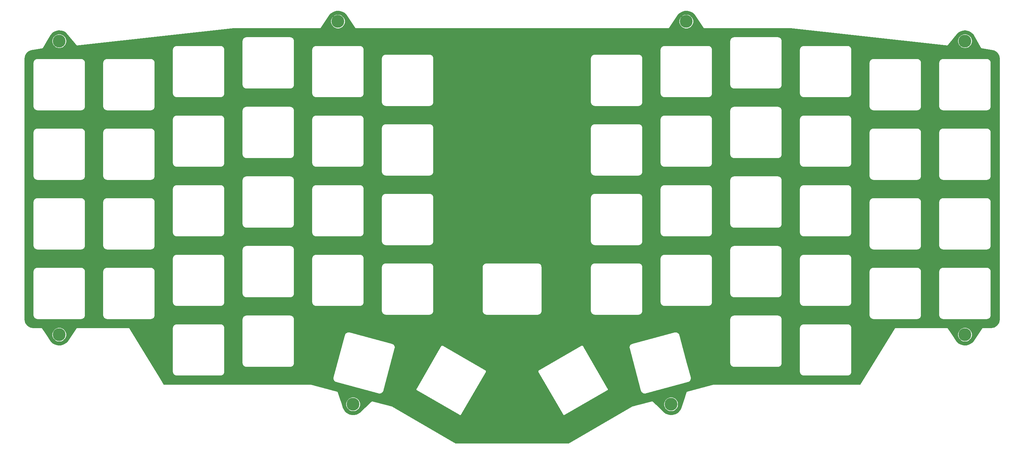
<source format=gbr>
G04 #@! TF.GenerationSoftware,KiCad,Pcbnew,(5.1.4-0)*
G04 #@! TF.CreationDate,2021-11-04T11:37:40-05:00*
G04 #@! TF.ProjectId,top_plate,746f705f-706c-4617-9465-2e6b69636164,rev?*
G04 #@! TF.SameCoordinates,Original*
G04 #@! TF.FileFunction,Copper,L1,Top*
G04 #@! TF.FilePolarity,Positive*
%FSLAX46Y46*%
G04 Gerber Fmt 4.6, Leading zero omitted, Abs format (unit mm)*
G04 Created by KiCad (PCBNEW (5.1.4-0)) date 2021-11-04 11:37:40*
%MOMM*%
%LPD*%
G04 APERTURE LIST*
%ADD10C,3.500000*%
%ADD11C,0.500000*%
%ADD12C,0.254000*%
G04 APERTURE END LIST*
D10*
X73819060Y-78581485D03*
X73820040Y-158948739D03*
X150019380Y-73223743D03*
X154187295Y-177998755D03*
X245269780Y-73223743D03*
X241102993Y-177998755D03*
X321470256Y-78581436D03*
X321470100Y-158948675D03*
D11*
X323851535Y-100012710D03*
D12*
G36*
X245956876Y-70484692D02*
G01*
X246475829Y-70670197D01*
X246948874Y-70952972D01*
X247360828Y-71324806D01*
X247529519Y-71528720D01*
X249902320Y-75087923D01*
X249905888Y-75094599D01*
X249914578Y-75105187D01*
X249924769Y-75117630D01*
X249924832Y-75117682D01*
X249924883Y-75117744D01*
X249936232Y-75127058D01*
X249947893Y-75136649D01*
X249947966Y-75136688D01*
X249948028Y-75136739D01*
X249960967Y-75143655D01*
X249974284Y-75150791D01*
X249974363Y-75150815D01*
X249974434Y-75150853D01*
X249988424Y-75155096D01*
X250002928Y-75159513D01*
X250003011Y-75159521D01*
X250003086Y-75159544D01*
X250017628Y-75160976D01*
X250032722Y-75162479D01*
X250040265Y-75161744D01*
X273835895Y-75161605D01*
X316641945Y-79856746D01*
X316649344Y-79858297D01*
X316664523Y-79858453D01*
X316679168Y-79858615D01*
X316679225Y-79858604D01*
X316679283Y-79858605D01*
X316694223Y-79855794D01*
X316708597Y-79853100D01*
X316708649Y-79853079D01*
X316708708Y-79853068D01*
X316723102Y-79847279D01*
X316736384Y-79841949D01*
X316736430Y-79841919D01*
X316736487Y-79841896D01*
X316749124Y-79833639D01*
X316761463Y-79825591D01*
X316761506Y-79825549D01*
X316761552Y-79825519D01*
X316771910Y-79815373D01*
X316782868Y-79804655D01*
X316787136Y-79798418D01*
X317972753Y-78383764D01*
X319463256Y-78383764D01*
X319463256Y-78779108D01*
X319540384Y-79166856D01*
X319691676Y-79532107D01*
X319911317Y-79860824D01*
X320190868Y-80140375D01*
X320519585Y-80360016D01*
X320884836Y-80511308D01*
X321272584Y-80588436D01*
X321667928Y-80588436D01*
X322055676Y-80511308D01*
X322420927Y-80360016D01*
X322749644Y-80140375D01*
X323029195Y-79860824D01*
X323248836Y-79532107D01*
X323400128Y-79166856D01*
X323477256Y-78779108D01*
X323477256Y-78383764D01*
X323400128Y-77996016D01*
X323248836Y-77630765D01*
X323029195Y-77302048D01*
X322749644Y-77022497D01*
X322420927Y-76802856D01*
X322055676Y-76651564D01*
X321667928Y-76574436D01*
X321272584Y-76574436D01*
X320884836Y-76651564D01*
X320519585Y-76802856D01*
X320190868Y-77022497D01*
X319911317Y-77302048D01*
X319691676Y-77630765D01*
X319540384Y-77996016D01*
X319463256Y-78383764D01*
X317972753Y-78383764D01*
X319476176Y-76589911D01*
X319901609Y-76240455D01*
X320386159Y-75980643D01*
X320911935Y-75819897D01*
X321458931Y-75764335D01*
X322006292Y-75816075D01*
X322533185Y-75973150D01*
X323019531Y-76229571D01*
X323446810Y-76575575D01*
X323802855Y-77002913D01*
X323840453Y-77059913D01*
X325826287Y-80568409D01*
X325826323Y-80568519D01*
X325833245Y-80580704D01*
X325837276Y-80587825D01*
X325837349Y-80587929D01*
X325841112Y-80594553D01*
X325845939Y-80600136D01*
X325850192Y-80606179D01*
X325855715Y-80611441D01*
X325860696Y-80617202D01*
X325866518Y-80621734D01*
X325871869Y-80626833D01*
X325878313Y-80630917D01*
X325884322Y-80635595D01*
X325890916Y-80638904D01*
X325897159Y-80642861D01*
X325904276Y-80645609D01*
X325911082Y-80649025D01*
X325918197Y-80650985D01*
X325925091Y-80653647D01*
X325932606Y-80654954D01*
X325932719Y-80654985D01*
X325939867Y-80656217D01*
X325954590Y-80658777D01*
X325954710Y-80658774D01*
X328595556Y-81113795D01*
X328601026Y-81114192D01*
X329046868Y-81157908D01*
X329463238Y-81283617D01*
X329847258Y-81487804D01*
X330184307Y-81762694D01*
X330461539Y-82097811D01*
X330668406Y-82480404D01*
X330797019Y-82895882D01*
X330843234Y-83335591D01*
X330843264Y-83344232D01*
X330843289Y-154774035D01*
X330800116Y-155214340D01*
X330674407Y-155630710D01*
X330470219Y-156014731D01*
X330195330Y-156351779D01*
X329860213Y-156629011D01*
X329477620Y-156835878D01*
X329062142Y-156964491D01*
X328622433Y-157010706D01*
X328613732Y-157010736D01*
X326243900Y-157010800D01*
X326232658Y-157009705D01*
X326202864Y-157012671D01*
X326174220Y-157021393D01*
X326147829Y-157035535D01*
X326124705Y-157054554D01*
X326110485Y-157071917D01*
X326109246Y-157073776D01*
X326105821Y-157077949D01*
X326103223Y-157082810D01*
X323731576Y-160640283D01*
X323357272Y-161049195D01*
X322913287Y-161375694D01*
X322414333Y-161609741D01*
X321879424Y-161742416D01*
X321328939Y-161768666D01*
X320783836Y-161687493D01*
X320264881Y-161501988D01*
X319791834Y-161219212D01*
X319379880Y-160847378D01*
X319211192Y-160643468D01*
X317949549Y-158751003D01*
X319463100Y-158751003D01*
X319463100Y-159146347D01*
X319540228Y-159534095D01*
X319691520Y-159899346D01*
X319911161Y-160228063D01*
X320190712Y-160507614D01*
X320519429Y-160727255D01*
X320884680Y-160878547D01*
X321272428Y-160955675D01*
X321667772Y-160955675D01*
X322055520Y-160878547D01*
X322420771Y-160727255D01*
X322749488Y-160507614D01*
X323029039Y-160228063D01*
X323248680Y-159899346D01*
X323399972Y-159534095D01*
X323477100Y-159146347D01*
X323477100Y-158751003D01*
X323399972Y-158363255D01*
X323248680Y-157998004D01*
X323029039Y-157669287D01*
X322749488Y-157389736D01*
X322420771Y-157170095D01*
X322055520Y-157018803D01*
X321667772Y-156941675D01*
X321272428Y-156941675D01*
X320884680Y-157018803D01*
X320519429Y-157170095D01*
X320190712Y-157389736D01*
X319911161Y-157669287D01*
X319691520Y-157998004D01*
X319540228Y-158363255D01*
X319463100Y-158751003D01*
X317949549Y-158751003D01*
X316837421Y-157082811D01*
X316834818Y-157077942D01*
X316831391Y-157073766D01*
X316830158Y-157071917D01*
X316815938Y-157054554D01*
X316792814Y-157035535D01*
X316766423Y-157021393D01*
X316737779Y-157012671D01*
X316707985Y-157009705D01*
X316696744Y-157010800D01*
X302424643Y-157011161D01*
X302414302Y-157010532D01*
X302402272Y-157012174D01*
X302390220Y-157013361D01*
X302387477Y-157014193D01*
X302384635Y-157014581D01*
X302373166Y-157018534D01*
X302361568Y-157022053D01*
X302359041Y-157023404D01*
X302356328Y-157024339D01*
X302345846Y-157030457D01*
X302335162Y-157036168D01*
X302332948Y-157037985D01*
X302330469Y-157039432D01*
X302321381Y-157047478D01*
X302312018Y-157055163D01*
X302310200Y-157057378D01*
X302308052Y-157059280D01*
X302300711Y-157068941D01*
X302293023Y-157078309D01*
X302288149Y-157087428D01*
X292811555Y-172488732D01*
X252703760Y-172488732D01*
X252701190Y-172488985D01*
X252700992Y-172488979D01*
X252700616Y-172489042D01*
X252681425Y-172490932D01*
X252652773Y-172499623D01*
X252652477Y-172499781D01*
X245391097Y-174457745D01*
X245383744Y-174458966D01*
X245376676Y-174461634D01*
X245376634Y-174461645D01*
X245370658Y-174463905D01*
X245355731Y-174469539D01*
X245355685Y-174469568D01*
X245355642Y-174469584D01*
X245343696Y-174477038D01*
X245330319Y-174485373D01*
X245330282Y-174485408D01*
X245330240Y-174485434D01*
X245319307Y-174495706D01*
X245308485Y-174505861D01*
X245308457Y-174505901D01*
X245308419Y-174505936D01*
X245300012Y-174517708D01*
X245291067Y-174530215D01*
X245291044Y-174530265D01*
X245291018Y-174530302D01*
X245285393Y-174542769D01*
X245281823Y-174550666D01*
X245281805Y-174550720D01*
X245278703Y-174557594D01*
X245277025Y-174564843D01*
X243797869Y-178935467D01*
X243562549Y-179442654D01*
X243237141Y-179889063D01*
X242831216Y-180263770D01*
X242360248Y-180552493D01*
X241842163Y-180744241D01*
X241296702Y-180831706D01*
X240744641Y-180811559D01*
X240207011Y-180684569D01*
X239703229Y-180455088D01*
X239319351Y-180188038D01*
X236778398Y-177801083D01*
X239095993Y-177801083D01*
X239095993Y-178196427D01*
X239173121Y-178584175D01*
X239324413Y-178949426D01*
X239544054Y-179278143D01*
X239823605Y-179557694D01*
X240152322Y-179777335D01*
X240517573Y-179928627D01*
X240905321Y-180005755D01*
X241300665Y-180005755D01*
X241688413Y-179928627D01*
X242053664Y-179777335D01*
X242382381Y-179557694D01*
X242661932Y-179278143D01*
X242881573Y-178949426D01*
X243032865Y-178584175D01*
X243109993Y-178196427D01*
X243109993Y-177801083D01*
X243032865Y-177413335D01*
X242881573Y-177048084D01*
X242661932Y-176719367D01*
X242382381Y-176439816D01*
X242053664Y-176220175D01*
X241688413Y-176068883D01*
X241300665Y-175991755D01*
X240905321Y-175991755D01*
X240517573Y-176068883D01*
X240152322Y-176220175D01*
X239823605Y-176439816D01*
X239544054Y-176719367D01*
X239324413Y-177048084D01*
X239173121Y-177413335D01*
X239095993Y-177801083D01*
X236778398Y-177801083D01*
X236031221Y-177099190D01*
X236024522Y-177091986D01*
X236014256Y-177084574D01*
X236004256Y-177076878D01*
X236002154Y-177075837D01*
X236000246Y-177074460D01*
X235988745Y-177069200D01*
X235977423Y-177063595D01*
X235975154Y-177062983D01*
X235973017Y-177062006D01*
X235960731Y-177059095D01*
X235948513Y-177055802D01*
X235946164Y-177055645D01*
X235943882Y-177055104D01*
X235931264Y-177054646D01*
X235918640Y-177053800D01*
X235916310Y-177054103D01*
X235913961Y-177054018D01*
X235901474Y-177056034D01*
X235888949Y-177057664D01*
X235879641Y-177060808D01*
X230586721Y-178458939D01*
X230574288Y-178461840D01*
X230565433Y-178465854D01*
X230556344Y-178469238D01*
X230545515Y-178475919D01*
X213082540Y-188562390D01*
X182207348Y-188562156D01*
X164744828Y-178475314D01*
X164733944Y-178468599D01*
X164724832Y-178465206D01*
X164716003Y-178461204D01*
X164703614Y-178458312D01*
X159410663Y-177060175D01*
X159401340Y-177057025D01*
X159388788Y-177055392D01*
X159376326Y-177053380D01*
X159373979Y-177053465D01*
X159371648Y-177053162D01*
X159359024Y-177054008D01*
X159346406Y-177054466D01*
X159344124Y-177055006D01*
X159341774Y-177055164D01*
X159329549Y-177058459D01*
X159317271Y-177061368D01*
X159315136Y-177062345D01*
X159312864Y-177062957D01*
X159301519Y-177068573D01*
X159290042Y-177073822D01*
X159288140Y-177075195D01*
X159286031Y-177076239D01*
X159276004Y-177083956D01*
X159265766Y-177091348D01*
X159259074Y-177098544D01*
X155971780Y-180186610D01*
X155511405Y-180496664D01*
X155001991Y-180710380D01*
X154460770Y-180821080D01*
X153908355Y-180824547D01*
X153365783Y-180720651D01*
X152853728Y-180513348D01*
X152391690Y-180210534D01*
X151997267Y-179823744D01*
X151684828Y-179366748D01*
X151492790Y-178935927D01*
X151108724Y-177801083D01*
X152180295Y-177801083D01*
X152180295Y-178196427D01*
X152257423Y-178584175D01*
X152408715Y-178949426D01*
X152628356Y-179278143D01*
X152907907Y-179557694D01*
X153236624Y-179777335D01*
X153601875Y-179928627D01*
X153989623Y-180005755D01*
X154384967Y-180005755D01*
X154772715Y-179928627D01*
X155137966Y-179777335D01*
X155466683Y-179557694D01*
X155746234Y-179278143D01*
X155965875Y-178949426D01*
X156117167Y-178584175D01*
X156194295Y-178196427D01*
X156194295Y-177801083D01*
X156117167Y-177413335D01*
X155965875Y-177048084D01*
X155746234Y-176719367D01*
X155466683Y-176439816D01*
X155137966Y-176220175D01*
X154772715Y-176068883D01*
X154384967Y-175991755D01*
X153989623Y-175991755D01*
X153601875Y-176068883D01*
X153236624Y-176220175D01*
X152907907Y-176439816D01*
X152628356Y-176719367D01*
X152408715Y-177048084D01*
X152257423Y-177413335D01*
X152180295Y-177801083D01*
X151108724Y-177801083D01*
X150013266Y-174564216D01*
X150011585Y-174556955D01*
X150008478Y-174550069D01*
X150008464Y-174550028D01*
X150005739Y-174544000D01*
X149999270Y-174529663D01*
X149999240Y-174529621D01*
X149999220Y-174529577D01*
X149991443Y-174518703D01*
X149981869Y-174505297D01*
X149981826Y-174505257D01*
X149981802Y-174505223D01*
X149972598Y-174496587D01*
X149960048Y-174484795D01*
X149960000Y-174484765D01*
X149959968Y-174484735D01*
X149948447Y-174477556D01*
X149934646Y-174468945D01*
X149934597Y-174468926D01*
X149934556Y-174468901D01*
X149921443Y-174463952D01*
X149913654Y-174461006D01*
X149913599Y-174460991D01*
X149906543Y-174458328D01*
X149899202Y-174457109D01*
X142620888Y-172494580D01*
X142608860Y-172490932D01*
X142599031Y-172489964D01*
X142589295Y-172488341D01*
X142576736Y-172488732D01*
X102479116Y-172489350D01*
X101485824Y-170875249D01*
X148664497Y-170875249D01*
X148664563Y-170877370D01*
X148672055Y-171072392D01*
X148673930Y-171086082D01*
X148675604Y-171099715D01*
X148676081Y-171101783D01*
X148721310Y-171291634D01*
X148725800Y-171304674D01*
X148730098Y-171317748D01*
X148730968Y-171319684D01*
X148812212Y-171497136D01*
X148819144Y-171509046D01*
X148825905Y-171521045D01*
X148827134Y-171522775D01*
X148941298Y-171681067D01*
X148950428Y-171691422D01*
X148959374Y-171701860D01*
X148960916Y-171703319D01*
X149103651Y-171836422D01*
X149114613Y-171844803D01*
X149125422Y-171853309D01*
X149127218Y-171854440D01*
X149293088Y-171957284D01*
X149305465Y-171963374D01*
X149317724Y-171969621D01*
X149319705Y-171970381D01*
X149502393Y-172039048D01*
X149502401Y-172039050D01*
X149509324Y-172041656D01*
X161114849Y-175151347D01*
X161121832Y-175152500D01*
X161127860Y-175154160D01*
X161129954Y-175154507D01*
X161322717Y-175185038D01*
X161336509Y-175185857D01*
X161350209Y-175186863D01*
X161352330Y-175186797D01*
X161547352Y-175179305D01*
X161561042Y-175177430D01*
X161574675Y-175175756D01*
X161576743Y-175175279D01*
X161766594Y-175130050D01*
X161779634Y-175125560D01*
X161792708Y-175121262D01*
X161794644Y-175120392D01*
X161972096Y-175039148D01*
X161984006Y-175032216D01*
X161996005Y-175025455D01*
X161997735Y-175024226D01*
X162156027Y-174910062D01*
X162166382Y-174900932D01*
X162176820Y-174891986D01*
X162178279Y-174890444D01*
X162311382Y-174747709D01*
X162319763Y-174736747D01*
X162328269Y-174725938D01*
X162329400Y-174724142D01*
X162432244Y-174558272D01*
X162438334Y-174545895D01*
X162444581Y-174533636D01*
X162445341Y-174531655D01*
X162514008Y-174348967D01*
X162514010Y-174348959D01*
X162516616Y-174342036D01*
X162629948Y-173919074D01*
X171347189Y-173919074D01*
X171348307Y-173935062D01*
X171349204Y-173951098D01*
X171349599Y-173953537D01*
X171359364Y-174011267D01*
X171363569Y-174026743D01*
X171367559Y-174042284D01*
X171368420Y-174044600D01*
X171389211Y-174099334D01*
X171396343Y-174113701D01*
X171403277Y-174128173D01*
X171404572Y-174130277D01*
X171435599Y-174179931D01*
X171445381Y-174192633D01*
X171454996Y-174205486D01*
X171456675Y-174207299D01*
X171496756Y-174249980D01*
X171508796Y-174260520D01*
X171520748Y-174271282D01*
X171522748Y-174272734D01*
X171570355Y-174306817D01*
X171570361Y-174306820D01*
X171577363Y-174311838D01*
X183197157Y-181020530D01*
X183204111Y-181023681D01*
X183205705Y-181024616D01*
X183207956Y-181025637D01*
X183261444Y-181049451D01*
X183276672Y-181054517D01*
X183291814Y-181059790D01*
X183294217Y-181060353D01*
X183294222Y-181060355D01*
X183294227Y-181060356D01*
X183351315Y-181073326D01*
X183367222Y-181075336D01*
X183383118Y-181077570D01*
X183385586Y-181077656D01*
X183385587Y-181077656D01*
X183444114Y-181079291D01*
X183460102Y-181078173D01*
X183476138Y-181077276D01*
X183478577Y-181076881D01*
X183536307Y-181067116D01*
X183551783Y-181062911D01*
X183567324Y-181058921D01*
X183569640Y-181058060D01*
X183624374Y-181037269D01*
X183638741Y-181030137D01*
X183653213Y-181023203D01*
X183655317Y-181021908D01*
X183704971Y-180990881D01*
X183717673Y-180981099D01*
X183730526Y-180971484D01*
X183732339Y-180969805D01*
X183775020Y-180929724D01*
X183785560Y-180917684D01*
X183796322Y-180905732D01*
X183797774Y-180903732D01*
X183831857Y-180856125D01*
X183831860Y-180856119D01*
X183836878Y-180849117D01*
X190545570Y-169229323D01*
X190548721Y-169222369D01*
X190549656Y-169220775D01*
X190550677Y-169218524D01*
X190574491Y-169165036D01*
X190579557Y-169149808D01*
X190584830Y-169134666D01*
X190585394Y-169132260D01*
X190585395Y-169132258D01*
X190585396Y-169132253D01*
X190598366Y-169075165D01*
X190600376Y-169059258D01*
X190602610Y-169043362D01*
X190602696Y-169040893D01*
X190604307Y-168983219D01*
X204684661Y-168983219D01*
X204684730Y-168985689D01*
X204686773Y-169044203D01*
X204688895Y-169060107D01*
X204690794Y-169076036D01*
X204691340Y-169078436D01*
X204691341Y-169078444D01*
X204691343Y-169078451D01*
X204704712Y-169135448D01*
X204709876Y-169150618D01*
X204714839Y-169165892D01*
X204715844Y-169168149D01*
X204740031Y-169221469D01*
X204740034Y-169221475D01*
X204743590Y-169229322D01*
X211452281Y-180849117D01*
X211456732Y-180855329D01*
X211457640Y-180856927D01*
X211459079Y-180858936D01*
X211493493Y-180906305D01*
X211504168Y-180918328D01*
X211514628Y-180930447D01*
X211516423Y-180932132D01*
X211516427Y-180932137D01*
X211516430Y-180932139D01*
X211559390Y-180971920D01*
X211572171Y-180981622D01*
X211584809Y-180991495D01*
X211586904Y-180992805D01*
X211636772Y-181023484D01*
X211651187Y-181030514D01*
X211665511Y-181037750D01*
X211667821Y-181038627D01*
X211722698Y-181059036D01*
X211738244Y-181063143D01*
X211753661Y-181067448D01*
X211756094Y-181067860D01*
X211756098Y-181067860D01*
X211813894Y-181077221D01*
X211829898Y-181078228D01*
X211845899Y-181079459D01*
X211848369Y-181079390D01*
X211848370Y-181079390D01*
X211906883Y-181077347D01*
X211922787Y-181075225D01*
X211938716Y-181073326D01*
X211941116Y-181072780D01*
X211941124Y-181072779D01*
X211941131Y-181072777D01*
X211998128Y-181059408D01*
X212013298Y-181054244D01*
X212028572Y-181049281D01*
X212030829Y-181048276D01*
X212084149Y-181024089D01*
X212084155Y-181024086D01*
X212092002Y-181020530D01*
X223711797Y-174311839D01*
X223718009Y-174307388D01*
X223719607Y-174306480D01*
X223721616Y-174305041D01*
X223768985Y-174270627D01*
X223781008Y-174259952D01*
X223793127Y-174249492D01*
X223794812Y-174247697D01*
X223794817Y-174247693D01*
X223794821Y-174247688D01*
X223834600Y-174204730D01*
X223844302Y-174191949D01*
X223854175Y-174179311D01*
X223855485Y-174177216D01*
X223886164Y-174127348D01*
X223893194Y-174112933D01*
X223900430Y-174098609D01*
X223901307Y-174096299D01*
X223921716Y-174041422D01*
X223925823Y-174025876D01*
X223930128Y-174010459D01*
X223930540Y-174008023D01*
X223939901Y-173950226D01*
X223940908Y-173934225D01*
X223942139Y-173918221D01*
X223942070Y-173915751D01*
X223940027Y-173857237D01*
X223937905Y-173841333D01*
X223936006Y-173825404D01*
X223935460Y-173823004D01*
X223935459Y-173822996D01*
X223935457Y-173822989D01*
X223922088Y-173765992D01*
X223916927Y-173750832D01*
X223911961Y-173735548D01*
X223910956Y-173733290D01*
X223886769Y-173679971D01*
X223886767Y-173679968D01*
X223883210Y-173672117D01*
X217437060Y-162507058D01*
X229627804Y-162507058D01*
X229628718Y-162520818D01*
X229629438Y-162534563D01*
X229629770Y-162536659D01*
X229661646Y-162729204D01*
X229661649Y-162729214D01*
X229662853Y-162736510D01*
X232772543Y-174342036D01*
X232775038Y-174348664D01*
X232776613Y-174354711D01*
X232777359Y-174356697D01*
X232847301Y-174538900D01*
X232853468Y-174551214D01*
X232859465Y-174563621D01*
X232860581Y-174565421D01*
X232860584Y-174565426D01*
X232860587Y-174565430D01*
X232964583Y-174730573D01*
X232973019Y-174741449D01*
X232981317Y-174752461D01*
X232982764Y-174754013D01*
X233116860Y-174895816D01*
X233127278Y-174904872D01*
X233137528Y-174914037D01*
X233139249Y-174915278D01*
X233298334Y-175028334D01*
X233310289Y-175035180D01*
X233322147Y-175042194D01*
X233324077Y-175043077D01*
X233502092Y-175123080D01*
X233515174Y-175127482D01*
X233528144Y-175132050D01*
X233530208Y-175132542D01*
X233720371Y-175176444D01*
X233734048Y-175178220D01*
X233747668Y-175180183D01*
X233749788Y-175180265D01*
X233944858Y-175186396D01*
X233958618Y-175185482D01*
X233972363Y-175184762D01*
X233974459Y-175184430D01*
X234167004Y-175152554D01*
X234167014Y-175152551D01*
X234174310Y-175151347D01*
X245779836Y-172041657D01*
X245786464Y-172039162D01*
X245792511Y-172037587D01*
X245794497Y-172036841D01*
X245976700Y-171966899D01*
X245989014Y-171960732D01*
X246001421Y-171954735D01*
X246003221Y-171953619D01*
X246003226Y-171953616D01*
X246003230Y-171953613D01*
X246168373Y-171849617D01*
X246179249Y-171841181D01*
X246190261Y-171832883D01*
X246191813Y-171831436D01*
X246333616Y-171697340D01*
X246342672Y-171686922D01*
X246351837Y-171676672D01*
X246353078Y-171674951D01*
X246466134Y-171515866D01*
X246472980Y-171503911D01*
X246479994Y-171492053D01*
X246480877Y-171490123D01*
X246560880Y-171312108D01*
X246565282Y-171299026D01*
X246569850Y-171286056D01*
X246570342Y-171283992D01*
X246614244Y-171093829D01*
X246616020Y-171080152D01*
X246617983Y-171066532D01*
X246618065Y-171064412D01*
X246624196Y-170869342D01*
X246623282Y-170855580D01*
X246622562Y-170841837D01*
X246622230Y-170839741D01*
X246590354Y-170647196D01*
X246590352Y-170647187D01*
X246589147Y-170639889D01*
X246182905Y-169123771D01*
X276217940Y-169123771D01*
X276218634Y-169130813D01*
X276218590Y-169137068D01*
X276218797Y-169139180D01*
X276239198Y-169333277D01*
X276241967Y-169346767D01*
X276244549Y-169360304D01*
X276245163Y-169362335D01*
X276302875Y-169548773D01*
X276308200Y-169561440D01*
X276313374Y-169574247D01*
X276314370Y-169576121D01*
X276407195Y-169747797D01*
X276414894Y-169759212D01*
X276422443Y-169770747D01*
X276423784Y-169772392D01*
X276548188Y-169922769D01*
X276557983Y-169932496D01*
X276567603Y-169942320D01*
X276569238Y-169943673D01*
X276720480Y-170067023D01*
X276731960Y-170074650D01*
X276743322Y-170082430D01*
X276745188Y-170083439D01*
X276917511Y-170175064D01*
X276930254Y-170180317D01*
X276942910Y-170185741D01*
X276944937Y-170186369D01*
X277131773Y-170242778D01*
X277145333Y-170245463D01*
X277158763Y-170248318D01*
X277160873Y-170248540D01*
X277355107Y-170267585D01*
X277355118Y-170267585D01*
X277362478Y-170268310D01*
X289377402Y-170268310D01*
X289384444Y-170267616D01*
X289390698Y-170267660D01*
X289392810Y-170267453D01*
X289586907Y-170247052D01*
X289600397Y-170244283D01*
X289613934Y-170241701D01*
X289615963Y-170241088D01*
X289615969Y-170241086D01*
X289802403Y-170183375D01*
X289815070Y-170178050D01*
X289827877Y-170172876D01*
X289829751Y-170171880D01*
X290001427Y-170079055D01*
X290012842Y-170071356D01*
X290024377Y-170063807D01*
X290026022Y-170062466D01*
X290176399Y-169938062D01*
X290186126Y-169928267D01*
X290195950Y-169918647D01*
X290197303Y-169917012D01*
X290320653Y-169765770D01*
X290328280Y-169754290D01*
X290336060Y-169742928D01*
X290337069Y-169741062D01*
X290428694Y-169568739D01*
X290433947Y-169555996D01*
X290439371Y-169543340D01*
X290439999Y-169541313D01*
X290496408Y-169354477D01*
X290499093Y-169340917D01*
X290501948Y-169327487D01*
X290502170Y-169325377D01*
X290521215Y-169131143D01*
X290521215Y-169131132D01*
X290521940Y-169123772D01*
X290521940Y-157108848D01*
X290521246Y-157101806D01*
X290521290Y-157095552D01*
X290521083Y-157093440D01*
X290500682Y-156899343D01*
X290497907Y-156885822D01*
X290495330Y-156872316D01*
X290494717Y-156870284D01*
X290437005Y-156683847D01*
X290431680Y-156671180D01*
X290426506Y-156658373D01*
X290425510Y-156656499D01*
X290332685Y-156484822D01*
X290324974Y-156473390D01*
X290317437Y-156461873D01*
X290316096Y-156460228D01*
X290191692Y-156309850D01*
X290181878Y-156300105D01*
X290172277Y-156290300D01*
X290170642Y-156288947D01*
X290019400Y-156165597D01*
X290007894Y-156157953D01*
X289996558Y-156150191D01*
X289994692Y-156149181D01*
X289822370Y-156057556D01*
X289809612Y-156052298D01*
X289796970Y-156046879D01*
X289794943Y-156046251D01*
X289608107Y-155989842D01*
X289594572Y-155987162D01*
X289581117Y-155984302D01*
X289579006Y-155984080D01*
X289384773Y-155965035D01*
X289384762Y-155965035D01*
X289377402Y-155964310D01*
X277362478Y-155964310D01*
X277355436Y-155965004D01*
X277349182Y-155964960D01*
X277347070Y-155965167D01*
X277152973Y-155985568D01*
X277139452Y-155988343D01*
X277125946Y-155990920D01*
X277123914Y-155991533D01*
X276937477Y-156049245D01*
X276924810Y-156054570D01*
X276912003Y-156059744D01*
X276910129Y-156060740D01*
X276738452Y-156153565D01*
X276727020Y-156161276D01*
X276715503Y-156168813D01*
X276713858Y-156170154D01*
X276563480Y-156294558D01*
X276553735Y-156304372D01*
X276543930Y-156313973D01*
X276542577Y-156315608D01*
X276419227Y-156466850D01*
X276411583Y-156478356D01*
X276403821Y-156489692D01*
X276402811Y-156491558D01*
X276311186Y-156663880D01*
X276305928Y-156676638D01*
X276300509Y-156689280D01*
X276299881Y-156691307D01*
X276243472Y-156878143D01*
X276240792Y-156891678D01*
X276237932Y-156905133D01*
X276237710Y-156907244D01*
X276218665Y-157101477D01*
X276218665Y-157101498D01*
X276217941Y-157108848D01*
X276217940Y-169123771D01*
X246182905Y-169123771D01*
X245544848Y-166742511D01*
X257167860Y-166742511D01*
X257168554Y-166749553D01*
X257168510Y-166755808D01*
X257168717Y-166757920D01*
X257189118Y-166952017D01*
X257191887Y-166965507D01*
X257194469Y-166979044D01*
X257195083Y-166981075D01*
X257252795Y-167167513D01*
X257258120Y-167180180D01*
X257263294Y-167192987D01*
X257264290Y-167194861D01*
X257357115Y-167366537D01*
X257364814Y-167377952D01*
X257372363Y-167389487D01*
X257373704Y-167391132D01*
X257498108Y-167541509D01*
X257507903Y-167551236D01*
X257517523Y-167561060D01*
X257519158Y-167562413D01*
X257670400Y-167685763D01*
X257681880Y-167693390D01*
X257693242Y-167701170D01*
X257695108Y-167702179D01*
X257867431Y-167793804D01*
X257880174Y-167799057D01*
X257892830Y-167804481D01*
X257894857Y-167805109D01*
X258081693Y-167861518D01*
X258095253Y-167864203D01*
X258108683Y-167867058D01*
X258110793Y-167867280D01*
X258305027Y-167886325D01*
X258305038Y-167886325D01*
X258312398Y-167887050D01*
X270327322Y-167887050D01*
X270334364Y-167886356D01*
X270340618Y-167886400D01*
X270342730Y-167886193D01*
X270536827Y-167865792D01*
X270550317Y-167863023D01*
X270563854Y-167860441D01*
X270565883Y-167859828D01*
X270565889Y-167859826D01*
X270752323Y-167802115D01*
X270764990Y-167796790D01*
X270777797Y-167791616D01*
X270779671Y-167790620D01*
X270951347Y-167697795D01*
X270962762Y-167690096D01*
X270974297Y-167682547D01*
X270975942Y-167681206D01*
X271126319Y-167556802D01*
X271136046Y-167547007D01*
X271145870Y-167537387D01*
X271147223Y-167535752D01*
X271270573Y-167384510D01*
X271278200Y-167373030D01*
X271285980Y-167361668D01*
X271286989Y-167359802D01*
X271378614Y-167187479D01*
X271383867Y-167174736D01*
X271389291Y-167162080D01*
X271389919Y-167160053D01*
X271446328Y-166973217D01*
X271449013Y-166959657D01*
X271451868Y-166946227D01*
X271452090Y-166944117D01*
X271471135Y-166749883D01*
X271471135Y-166749872D01*
X271471860Y-166742512D01*
X271471860Y-154727588D01*
X271471166Y-154720546D01*
X271471210Y-154714292D01*
X271471003Y-154712180D01*
X271450602Y-154518083D01*
X271447827Y-154504562D01*
X271445250Y-154491056D01*
X271444637Y-154489024D01*
X271386925Y-154302587D01*
X271381600Y-154289920D01*
X271376426Y-154277113D01*
X271375430Y-154275239D01*
X271282605Y-154103562D01*
X271274894Y-154092130D01*
X271267357Y-154080613D01*
X271266016Y-154078968D01*
X271141612Y-153928590D01*
X271131798Y-153918845D01*
X271122197Y-153909040D01*
X271120562Y-153907687D01*
X270969320Y-153784337D01*
X270957814Y-153776693D01*
X270946478Y-153768931D01*
X270944612Y-153767921D01*
X270772290Y-153676296D01*
X270759532Y-153671038D01*
X270746890Y-153665619D01*
X270744863Y-153664991D01*
X270680574Y-153645581D01*
X295268020Y-153645581D01*
X295268714Y-153652623D01*
X295268670Y-153658878D01*
X295268877Y-153660990D01*
X295289278Y-153855087D01*
X295292047Y-153868577D01*
X295294629Y-153882114D01*
X295295243Y-153884145D01*
X295352955Y-154070583D01*
X295358280Y-154083250D01*
X295363454Y-154096057D01*
X295364450Y-154097931D01*
X295457275Y-154269607D01*
X295464974Y-154281022D01*
X295472523Y-154292557D01*
X295473864Y-154294202D01*
X295598268Y-154444579D01*
X295608063Y-154454306D01*
X295617683Y-154464130D01*
X295619318Y-154465483D01*
X295770560Y-154588833D01*
X295782040Y-154596460D01*
X295793402Y-154604240D01*
X295795268Y-154605249D01*
X295967591Y-154696874D01*
X295980334Y-154702127D01*
X295992990Y-154707551D01*
X295995017Y-154708179D01*
X296181853Y-154764588D01*
X296195413Y-154767273D01*
X296208843Y-154770128D01*
X296210953Y-154770350D01*
X296405187Y-154789395D01*
X296405198Y-154789395D01*
X296412558Y-154790120D01*
X308427482Y-154790120D01*
X308434524Y-154789426D01*
X308440778Y-154789470D01*
X308442890Y-154789263D01*
X308636987Y-154768862D01*
X308650477Y-154766093D01*
X308664014Y-154763511D01*
X308666043Y-154762898D01*
X308666049Y-154762896D01*
X308852483Y-154705185D01*
X308865150Y-154699860D01*
X308877957Y-154694686D01*
X308879831Y-154693690D01*
X309051507Y-154600865D01*
X309062922Y-154593166D01*
X309074457Y-154585617D01*
X309076102Y-154584276D01*
X309226479Y-154459872D01*
X309236206Y-154450077D01*
X309246030Y-154440457D01*
X309247383Y-154438822D01*
X309370733Y-154287580D01*
X309378360Y-154276100D01*
X309386140Y-154264738D01*
X309387149Y-154262872D01*
X309478774Y-154090549D01*
X309484027Y-154077806D01*
X309489451Y-154065150D01*
X309490079Y-154063123D01*
X309546488Y-153876287D01*
X309549173Y-153862727D01*
X309552028Y-153849297D01*
X309552250Y-153847187D01*
X309571295Y-153652953D01*
X309571295Y-153652942D01*
X309572020Y-153645582D01*
X309572020Y-153645581D01*
X314318100Y-153645581D01*
X314318794Y-153652623D01*
X314318750Y-153658878D01*
X314318957Y-153660990D01*
X314339358Y-153855087D01*
X314342127Y-153868577D01*
X314344709Y-153882114D01*
X314345323Y-153884145D01*
X314403035Y-154070583D01*
X314408360Y-154083250D01*
X314413534Y-154096057D01*
X314414530Y-154097931D01*
X314507355Y-154269607D01*
X314515054Y-154281022D01*
X314522603Y-154292557D01*
X314523944Y-154294202D01*
X314648348Y-154444579D01*
X314658143Y-154454306D01*
X314667763Y-154464130D01*
X314669398Y-154465483D01*
X314820640Y-154588833D01*
X314832120Y-154596460D01*
X314843482Y-154604240D01*
X314845348Y-154605249D01*
X315017671Y-154696874D01*
X315030414Y-154702127D01*
X315043070Y-154707551D01*
X315045097Y-154708179D01*
X315231933Y-154764588D01*
X315245493Y-154767273D01*
X315258923Y-154770128D01*
X315261033Y-154770350D01*
X315455267Y-154789395D01*
X315455278Y-154789395D01*
X315462638Y-154790120D01*
X327477562Y-154790120D01*
X327484604Y-154789426D01*
X327490858Y-154789470D01*
X327492970Y-154789263D01*
X327687067Y-154768862D01*
X327700557Y-154766093D01*
X327714094Y-154763511D01*
X327716123Y-154762898D01*
X327716129Y-154762896D01*
X327902563Y-154705185D01*
X327915230Y-154699860D01*
X327928037Y-154694686D01*
X327929911Y-154693690D01*
X328101587Y-154600865D01*
X328113002Y-154593166D01*
X328124537Y-154585617D01*
X328126182Y-154584276D01*
X328276559Y-154459872D01*
X328286286Y-154450077D01*
X328296110Y-154440457D01*
X328297463Y-154438822D01*
X328420813Y-154287580D01*
X328428440Y-154276100D01*
X328436220Y-154264738D01*
X328437229Y-154262872D01*
X328528854Y-154090549D01*
X328534107Y-154077806D01*
X328539531Y-154065150D01*
X328540159Y-154063123D01*
X328596568Y-153876287D01*
X328599253Y-153862727D01*
X328602108Y-153849297D01*
X328602330Y-153847187D01*
X328621375Y-153652953D01*
X328621375Y-153652942D01*
X328622100Y-153645582D01*
X328622100Y-141630658D01*
X328621406Y-141623616D01*
X328621450Y-141617362D01*
X328621243Y-141615250D01*
X328600842Y-141421153D01*
X328598067Y-141407632D01*
X328595490Y-141394126D01*
X328594877Y-141392094D01*
X328537165Y-141205657D01*
X328531840Y-141192990D01*
X328526666Y-141180183D01*
X328525670Y-141178309D01*
X328432845Y-141006632D01*
X328425134Y-140995200D01*
X328417597Y-140983683D01*
X328416256Y-140982038D01*
X328291852Y-140831660D01*
X328282038Y-140821915D01*
X328272437Y-140812110D01*
X328270802Y-140810757D01*
X328119560Y-140687407D01*
X328108054Y-140679763D01*
X328096718Y-140672001D01*
X328094852Y-140670991D01*
X327922530Y-140579366D01*
X327909772Y-140574108D01*
X327897130Y-140568689D01*
X327895103Y-140568061D01*
X327708267Y-140511652D01*
X327694732Y-140508972D01*
X327681277Y-140506112D01*
X327679166Y-140505890D01*
X327484933Y-140486845D01*
X327484922Y-140486845D01*
X327477562Y-140486120D01*
X315462638Y-140486120D01*
X315455596Y-140486814D01*
X315449342Y-140486770D01*
X315447230Y-140486977D01*
X315253133Y-140507378D01*
X315239612Y-140510153D01*
X315226106Y-140512730D01*
X315224074Y-140513343D01*
X315037637Y-140571055D01*
X315024970Y-140576380D01*
X315012163Y-140581554D01*
X315010289Y-140582550D01*
X314838612Y-140675375D01*
X314827180Y-140683086D01*
X314815663Y-140690623D01*
X314814018Y-140691964D01*
X314663640Y-140816368D01*
X314653895Y-140826182D01*
X314644090Y-140835783D01*
X314642737Y-140837418D01*
X314519387Y-140988660D01*
X314511743Y-141000166D01*
X314503981Y-141011502D01*
X314502971Y-141013368D01*
X314411346Y-141185690D01*
X314406088Y-141198448D01*
X314400669Y-141211090D01*
X314400041Y-141213117D01*
X314343632Y-141399953D01*
X314340952Y-141413488D01*
X314338092Y-141426943D01*
X314337870Y-141429054D01*
X314318825Y-141623287D01*
X314318825Y-141623308D01*
X314318101Y-141630658D01*
X314318100Y-153645581D01*
X309572020Y-153645581D01*
X309572020Y-141630658D01*
X309571326Y-141623616D01*
X309571370Y-141617362D01*
X309571163Y-141615250D01*
X309550762Y-141421153D01*
X309547987Y-141407632D01*
X309545410Y-141394126D01*
X309544797Y-141392094D01*
X309487085Y-141205657D01*
X309481760Y-141192990D01*
X309476586Y-141180183D01*
X309475590Y-141178309D01*
X309382765Y-141006632D01*
X309375054Y-140995200D01*
X309367517Y-140983683D01*
X309366176Y-140982038D01*
X309241772Y-140831660D01*
X309231958Y-140821915D01*
X309222357Y-140812110D01*
X309220722Y-140810757D01*
X309069480Y-140687407D01*
X309057974Y-140679763D01*
X309046638Y-140672001D01*
X309044772Y-140670991D01*
X308872450Y-140579366D01*
X308859692Y-140574108D01*
X308847050Y-140568689D01*
X308845023Y-140568061D01*
X308658187Y-140511652D01*
X308644652Y-140508972D01*
X308631197Y-140506112D01*
X308629086Y-140505890D01*
X308434853Y-140486845D01*
X308434842Y-140486845D01*
X308427482Y-140486120D01*
X296412558Y-140486120D01*
X296405516Y-140486814D01*
X296399262Y-140486770D01*
X296397150Y-140486977D01*
X296203053Y-140507378D01*
X296189532Y-140510153D01*
X296176026Y-140512730D01*
X296173994Y-140513343D01*
X295987557Y-140571055D01*
X295974890Y-140576380D01*
X295962083Y-140581554D01*
X295960209Y-140582550D01*
X295788532Y-140675375D01*
X295777100Y-140683086D01*
X295765583Y-140690623D01*
X295763938Y-140691964D01*
X295613560Y-140816368D01*
X295603815Y-140826182D01*
X295594010Y-140835783D01*
X295592657Y-140837418D01*
X295469307Y-140988660D01*
X295461663Y-141000166D01*
X295453901Y-141011502D01*
X295452891Y-141013368D01*
X295361266Y-141185690D01*
X295356008Y-141198448D01*
X295350589Y-141211090D01*
X295349961Y-141213117D01*
X295293552Y-141399953D01*
X295290872Y-141413488D01*
X295288012Y-141426943D01*
X295287790Y-141429054D01*
X295268745Y-141623287D01*
X295268745Y-141623308D01*
X295268021Y-141630658D01*
X295268020Y-153645581D01*
X270680574Y-153645581D01*
X270558027Y-153608582D01*
X270544492Y-153605902D01*
X270531037Y-153603042D01*
X270528926Y-153602820D01*
X270334693Y-153583775D01*
X270334682Y-153583775D01*
X270327322Y-153583050D01*
X258312398Y-153583050D01*
X258305356Y-153583744D01*
X258299102Y-153583700D01*
X258296990Y-153583907D01*
X258102893Y-153604308D01*
X258089372Y-153607083D01*
X258075866Y-153609660D01*
X258073834Y-153610273D01*
X257887397Y-153667985D01*
X257874730Y-153673310D01*
X257861923Y-153678484D01*
X257860049Y-153679480D01*
X257688372Y-153772305D01*
X257676940Y-153780016D01*
X257665423Y-153787553D01*
X257663778Y-153788894D01*
X257513400Y-153913298D01*
X257503655Y-153923112D01*
X257493850Y-153932713D01*
X257492497Y-153934348D01*
X257369147Y-154085590D01*
X257361503Y-154097096D01*
X257353741Y-154108432D01*
X257352731Y-154110298D01*
X257261106Y-154282620D01*
X257255848Y-154295378D01*
X257250429Y-154308020D01*
X257249801Y-154310047D01*
X257193392Y-154496883D01*
X257190712Y-154510418D01*
X257187852Y-154523873D01*
X257187630Y-154525984D01*
X257168585Y-154720217D01*
X257168585Y-154720238D01*
X257167861Y-154727588D01*
X257167860Y-166742511D01*
X245544848Y-166742511D01*
X243479456Y-159034364D01*
X243476964Y-159027744D01*
X243475387Y-159021689D01*
X243474641Y-159019702D01*
X243404699Y-158837500D01*
X243398526Y-158825173D01*
X243392535Y-158812779D01*
X243391417Y-158810975D01*
X243287417Y-158645827D01*
X243278994Y-158634968D01*
X243270683Y-158623939D01*
X243269235Y-158622387D01*
X243135140Y-158480584D01*
X243124722Y-158471528D01*
X243114472Y-158462363D01*
X243112751Y-158461122D01*
X242953666Y-158348066D01*
X242941694Y-158341210D01*
X242929852Y-158334206D01*
X242927923Y-158333323D01*
X242749908Y-158253320D01*
X242736826Y-158248918D01*
X242723856Y-158244350D01*
X242721792Y-158243858D01*
X242531629Y-158199956D01*
X242517952Y-158198180D01*
X242504332Y-158196217D01*
X242502212Y-158196135D01*
X242307142Y-158190004D01*
X242293380Y-158190918D01*
X242279637Y-158191638D01*
X242277541Y-158191970D01*
X242084996Y-158223846D01*
X242084987Y-158223848D01*
X242077689Y-158225053D01*
X230472164Y-161334744D01*
X230465544Y-161337236D01*
X230459489Y-161338813D01*
X230457502Y-161339559D01*
X230275300Y-161409501D01*
X230262973Y-161415674D01*
X230250579Y-161421665D01*
X230248775Y-161422783D01*
X230083627Y-161526783D01*
X230072768Y-161535206D01*
X230061739Y-161543517D01*
X230060187Y-161544965D01*
X229918384Y-161679060D01*
X229909328Y-161689478D01*
X229900163Y-161699728D01*
X229898922Y-161701449D01*
X229785866Y-161860534D01*
X229779010Y-161872506D01*
X229772006Y-161884348D01*
X229771123Y-161886277D01*
X229691120Y-162064292D01*
X229686718Y-162077374D01*
X229682150Y-162090344D01*
X229681658Y-162092408D01*
X229637756Y-162282571D01*
X229635980Y-162296248D01*
X229634017Y-162309868D01*
X229633935Y-162311988D01*
X229627804Y-162507058D01*
X217437060Y-162507058D01*
X217174518Y-162052323D01*
X217170072Y-162046119D01*
X217169160Y-162044513D01*
X217167722Y-162042504D01*
X217133307Y-161995136D01*
X217122663Y-161983148D01*
X217112172Y-161970993D01*
X217110371Y-161969301D01*
X217067410Y-161929520D01*
X217054653Y-161919837D01*
X217041991Y-161909944D01*
X217039895Y-161908635D01*
X216990028Y-161877956D01*
X216975586Y-161870912D01*
X216961289Y-161863690D01*
X216958984Y-161862815D01*
X216958980Y-161862813D01*
X216958977Y-161862812D01*
X216904101Y-161842404D01*
X216888565Y-161838299D01*
X216873139Y-161833992D01*
X216870706Y-161833580D01*
X216870702Y-161833580D01*
X216812906Y-161824219D01*
X216796905Y-161823212D01*
X216780901Y-161821981D01*
X216778431Y-161822050D01*
X216778430Y-161822050D01*
X216719917Y-161824093D01*
X216704013Y-161826215D01*
X216688084Y-161828114D01*
X216685684Y-161828660D01*
X216685676Y-161828661D01*
X216685669Y-161828663D01*
X216628672Y-161842032D01*
X216613512Y-161847193D01*
X216598228Y-161852159D01*
X216595970Y-161853164D01*
X216542651Y-161877351D01*
X216542648Y-161877353D01*
X216534797Y-161880910D01*
X204915003Y-168589602D01*
X204908799Y-168594048D01*
X204907193Y-168594960D01*
X204905184Y-168596398D01*
X204857816Y-168630813D01*
X204845828Y-168641457D01*
X204833673Y-168651948D01*
X204831981Y-168653749D01*
X204792200Y-168696710D01*
X204782517Y-168709467D01*
X204772624Y-168722129D01*
X204771315Y-168724225D01*
X204740636Y-168774092D01*
X204733592Y-168788534D01*
X204726370Y-168802831D01*
X204725493Y-168805141D01*
X204705084Y-168860019D01*
X204700979Y-168875555D01*
X204696672Y-168890981D01*
X204696260Y-168893417D01*
X204686899Y-168951214D01*
X204685892Y-168967218D01*
X204684661Y-168983219D01*
X190604307Y-168983219D01*
X190604331Y-168982366D01*
X190603213Y-168966378D01*
X190602316Y-168950342D01*
X190601921Y-168947903D01*
X190592156Y-168890173D01*
X190587948Y-168874687D01*
X190583961Y-168859157D01*
X190583100Y-168856841D01*
X190562309Y-168802106D01*
X190555177Y-168787739D01*
X190548243Y-168773267D01*
X190546948Y-168771163D01*
X190515921Y-168721510D01*
X190506153Y-168708826D01*
X190496524Y-168695954D01*
X190494845Y-168694142D01*
X190454765Y-168651460D01*
X190442705Y-168640903D01*
X190430772Y-168630158D01*
X190428772Y-168628706D01*
X190381636Y-168594960D01*
X190374157Y-168589601D01*
X178754362Y-161880910D01*
X178747412Y-161877761D01*
X178745815Y-161876824D01*
X178743565Y-161875803D01*
X178690076Y-161851989D01*
X178674867Y-161846930D01*
X178659706Y-161841650D01*
X178657300Y-161841086D01*
X178600205Y-161828114D01*
X178584303Y-161826105D01*
X178568402Y-161823870D01*
X178565934Y-161823784D01*
X178565933Y-161823784D01*
X178507406Y-161822149D01*
X178491418Y-161823267D01*
X178475382Y-161824164D01*
X178472943Y-161824559D01*
X178415213Y-161834324D01*
X178399727Y-161838532D01*
X178384197Y-161842519D01*
X178381881Y-161843380D01*
X178327146Y-161864171D01*
X178312779Y-161871303D01*
X178298307Y-161878237D01*
X178296203Y-161879532D01*
X178246550Y-161910559D01*
X178233866Y-161920327D01*
X178220994Y-161929956D01*
X178219182Y-161931635D01*
X178176500Y-161971715D01*
X178165943Y-161983775D01*
X178155198Y-161995708D01*
X178153746Y-161997708D01*
X178120237Y-162044513D01*
X178114641Y-162052323D01*
X171405950Y-173672118D01*
X171402801Y-173679068D01*
X171401864Y-173680665D01*
X171400843Y-173682915D01*
X171377029Y-173736404D01*
X171371970Y-173751613D01*
X171366690Y-173766774D01*
X171366126Y-173769180D01*
X171353154Y-173826275D01*
X171351145Y-173842177D01*
X171348910Y-173858078D01*
X171348824Y-173860547D01*
X171347189Y-173919074D01*
X162629948Y-173919074D01*
X165626307Y-162736511D01*
X165627460Y-162729528D01*
X165629120Y-162723500D01*
X165629467Y-162721406D01*
X165659998Y-162528643D01*
X165660817Y-162514851D01*
X165661823Y-162501151D01*
X165661757Y-162499030D01*
X165654265Y-162304008D01*
X165652390Y-162290318D01*
X165650716Y-162276685D01*
X165650239Y-162274617D01*
X165605010Y-162084765D01*
X165600516Y-162071715D01*
X165596222Y-162058652D01*
X165595352Y-162056716D01*
X165514108Y-161879264D01*
X165507176Y-161867354D01*
X165500415Y-161855355D01*
X165499186Y-161853625D01*
X165385022Y-161695333D01*
X165375892Y-161684978D01*
X165366946Y-161674540D01*
X165365404Y-161673082D01*
X165222669Y-161539978D01*
X165211707Y-161531597D01*
X165200898Y-161523091D01*
X165199102Y-161521960D01*
X165033232Y-161419116D01*
X165020819Y-161413008D01*
X165008596Y-161406780D01*
X165006615Y-161406019D01*
X164823928Y-161337352D01*
X164823926Y-161337351D01*
X164816996Y-161334743D01*
X153211470Y-158225053D01*
X153204489Y-158223901D01*
X153198460Y-158222240D01*
X153196366Y-158221893D01*
X153003603Y-158191362D01*
X152989811Y-158190543D01*
X152976111Y-158189537D01*
X152973990Y-158189603D01*
X152778968Y-158197095D01*
X152765278Y-158198970D01*
X152751645Y-158200644D01*
X152749577Y-158201121D01*
X152559725Y-158246350D01*
X152546675Y-158250844D01*
X152533612Y-158255138D01*
X152531676Y-158256008D01*
X152354224Y-158337252D01*
X152342314Y-158344184D01*
X152330315Y-158350945D01*
X152328585Y-158352174D01*
X152170293Y-158466338D01*
X152159938Y-158475468D01*
X152149500Y-158484414D01*
X152148042Y-158485956D01*
X152014938Y-158628691D01*
X152006557Y-158639653D01*
X151998051Y-158650462D01*
X151996920Y-158652258D01*
X151894076Y-158818128D01*
X151887971Y-158830535D01*
X151881740Y-158842764D01*
X151880979Y-158844745D01*
X151812312Y-159027432D01*
X151809703Y-159034364D01*
X148700013Y-170639890D01*
X148698861Y-170646871D01*
X148697200Y-170652900D01*
X148696853Y-170654994D01*
X148666322Y-170847757D01*
X148665503Y-170861549D01*
X148664497Y-170875249D01*
X101485824Y-170875249D01*
X100407991Y-169123771D01*
X104767220Y-169123771D01*
X104767914Y-169130813D01*
X104767870Y-169137068D01*
X104768077Y-169139180D01*
X104788478Y-169333277D01*
X104791247Y-169346767D01*
X104793829Y-169360304D01*
X104794443Y-169362335D01*
X104852155Y-169548773D01*
X104857480Y-169561440D01*
X104862654Y-169574247D01*
X104863650Y-169576121D01*
X104956475Y-169747797D01*
X104964174Y-169759212D01*
X104971723Y-169770747D01*
X104973064Y-169772392D01*
X105097468Y-169922769D01*
X105107263Y-169932496D01*
X105116883Y-169942320D01*
X105118518Y-169943673D01*
X105269760Y-170067023D01*
X105281240Y-170074650D01*
X105292602Y-170082430D01*
X105294468Y-170083439D01*
X105466791Y-170175064D01*
X105479534Y-170180317D01*
X105492190Y-170185741D01*
X105494217Y-170186369D01*
X105681053Y-170242778D01*
X105694613Y-170245463D01*
X105708043Y-170248318D01*
X105710153Y-170248540D01*
X105904387Y-170267585D01*
X105904398Y-170267585D01*
X105911758Y-170268310D01*
X117926682Y-170268310D01*
X117933724Y-170267616D01*
X117939978Y-170267660D01*
X117942090Y-170267453D01*
X118136187Y-170247052D01*
X118149677Y-170244283D01*
X118163214Y-170241701D01*
X118165243Y-170241088D01*
X118165249Y-170241086D01*
X118351683Y-170183375D01*
X118364350Y-170178050D01*
X118377157Y-170172876D01*
X118379031Y-170171880D01*
X118550707Y-170079055D01*
X118562122Y-170071356D01*
X118573657Y-170063807D01*
X118575302Y-170062466D01*
X118725679Y-169938062D01*
X118735406Y-169928267D01*
X118745230Y-169918647D01*
X118746583Y-169917012D01*
X118869933Y-169765770D01*
X118877560Y-169754290D01*
X118885340Y-169742928D01*
X118886349Y-169741062D01*
X118977974Y-169568739D01*
X118983227Y-169555996D01*
X118988651Y-169543340D01*
X118989279Y-169541313D01*
X119045688Y-169354477D01*
X119048373Y-169340917D01*
X119051228Y-169327487D01*
X119051450Y-169325377D01*
X119070495Y-169131143D01*
X119070495Y-169131132D01*
X119071220Y-169123772D01*
X119071220Y-166742511D01*
X123817300Y-166742511D01*
X123817994Y-166749553D01*
X123817950Y-166755808D01*
X123818157Y-166757920D01*
X123838558Y-166952017D01*
X123841327Y-166965507D01*
X123843909Y-166979044D01*
X123844523Y-166981075D01*
X123902235Y-167167513D01*
X123907560Y-167180180D01*
X123912734Y-167192987D01*
X123913730Y-167194861D01*
X124006555Y-167366537D01*
X124014254Y-167377952D01*
X124021803Y-167389487D01*
X124023144Y-167391132D01*
X124147548Y-167541509D01*
X124157343Y-167551236D01*
X124166963Y-167561060D01*
X124168598Y-167562413D01*
X124319840Y-167685763D01*
X124331320Y-167693390D01*
X124342682Y-167701170D01*
X124344548Y-167702179D01*
X124516871Y-167793804D01*
X124529614Y-167799057D01*
X124542270Y-167804481D01*
X124544297Y-167805109D01*
X124731133Y-167861518D01*
X124744693Y-167864203D01*
X124758123Y-167867058D01*
X124760233Y-167867280D01*
X124954467Y-167886325D01*
X124954478Y-167886325D01*
X124961838Y-167887050D01*
X136976762Y-167887050D01*
X136983804Y-167886356D01*
X136990058Y-167886400D01*
X136992170Y-167886193D01*
X137186267Y-167865792D01*
X137199757Y-167863023D01*
X137213294Y-167860441D01*
X137215323Y-167859828D01*
X137215329Y-167859826D01*
X137401763Y-167802115D01*
X137414430Y-167796790D01*
X137427237Y-167791616D01*
X137429111Y-167790620D01*
X137600787Y-167697795D01*
X137612202Y-167690096D01*
X137623737Y-167682547D01*
X137625382Y-167681206D01*
X137775759Y-167556802D01*
X137785486Y-167547007D01*
X137795310Y-167537387D01*
X137796663Y-167535752D01*
X137920013Y-167384510D01*
X137927640Y-167373030D01*
X137935420Y-167361668D01*
X137936429Y-167359802D01*
X138028054Y-167187479D01*
X138033307Y-167174736D01*
X138038731Y-167162080D01*
X138039359Y-167160053D01*
X138095768Y-166973217D01*
X138098453Y-166959657D01*
X138101308Y-166946227D01*
X138101530Y-166944117D01*
X138120575Y-166749883D01*
X138120575Y-166749872D01*
X138121300Y-166742512D01*
X138121300Y-154727588D01*
X138120606Y-154720546D01*
X138120650Y-154714292D01*
X138120443Y-154712180D01*
X138100042Y-154518083D01*
X138097267Y-154504562D01*
X138094690Y-154491056D01*
X138094077Y-154489024D01*
X138036365Y-154302587D01*
X138031040Y-154289920D01*
X138025866Y-154277113D01*
X138024870Y-154275239D01*
X137932045Y-154103562D01*
X137924334Y-154092130D01*
X137916797Y-154080613D01*
X137915456Y-154078968D01*
X137791052Y-153928590D01*
X137781238Y-153918845D01*
X137771637Y-153909040D01*
X137770002Y-153907687D01*
X137618760Y-153784337D01*
X137607254Y-153776693D01*
X137595918Y-153768931D01*
X137594052Y-153767921D01*
X137421730Y-153676296D01*
X137408972Y-153671038D01*
X137396330Y-153665619D01*
X137394303Y-153664991D01*
X137207467Y-153608582D01*
X137193932Y-153605902D01*
X137180477Y-153603042D01*
X137178366Y-153602820D01*
X136984133Y-153583775D01*
X136984122Y-153583775D01*
X136976762Y-153583050D01*
X124961838Y-153583050D01*
X124954796Y-153583744D01*
X124948542Y-153583700D01*
X124946430Y-153583907D01*
X124752333Y-153604308D01*
X124738812Y-153607083D01*
X124725306Y-153609660D01*
X124723274Y-153610273D01*
X124536837Y-153667985D01*
X124524170Y-153673310D01*
X124511363Y-153678484D01*
X124509489Y-153679480D01*
X124337812Y-153772305D01*
X124326380Y-153780016D01*
X124314863Y-153787553D01*
X124313218Y-153788894D01*
X124162840Y-153913298D01*
X124153095Y-153923112D01*
X124143290Y-153932713D01*
X124141937Y-153934348D01*
X124018587Y-154085590D01*
X124010943Y-154097096D01*
X124003181Y-154108432D01*
X124002171Y-154110298D01*
X123910546Y-154282620D01*
X123905288Y-154295378D01*
X123899869Y-154308020D01*
X123899241Y-154310047D01*
X123842832Y-154496883D01*
X123840152Y-154510418D01*
X123837292Y-154523873D01*
X123837070Y-154525984D01*
X123818025Y-154720217D01*
X123818025Y-154720238D01*
X123817301Y-154727588D01*
X123817300Y-166742511D01*
X119071220Y-166742511D01*
X119071220Y-157108848D01*
X119070526Y-157101806D01*
X119070570Y-157095552D01*
X119070363Y-157093440D01*
X119049962Y-156899343D01*
X119047187Y-156885822D01*
X119044610Y-156872316D01*
X119043997Y-156870284D01*
X118986285Y-156683847D01*
X118980960Y-156671180D01*
X118975786Y-156658373D01*
X118974790Y-156656499D01*
X118881965Y-156484822D01*
X118874254Y-156473390D01*
X118866717Y-156461873D01*
X118865376Y-156460228D01*
X118740972Y-156309850D01*
X118731158Y-156300105D01*
X118721557Y-156290300D01*
X118719922Y-156288947D01*
X118568680Y-156165597D01*
X118557174Y-156157953D01*
X118545838Y-156150191D01*
X118543972Y-156149181D01*
X118371650Y-156057556D01*
X118358892Y-156052298D01*
X118346250Y-156046879D01*
X118344223Y-156046251D01*
X118157387Y-155989842D01*
X118143852Y-155987162D01*
X118130397Y-155984302D01*
X118128286Y-155984080D01*
X117934053Y-155965035D01*
X117934042Y-155965035D01*
X117926682Y-155964310D01*
X105911758Y-155964310D01*
X105904716Y-155965004D01*
X105898462Y-155964960D01*
X105896350Y-155965167D01*
X105702253Y-155985568D01*
X105688732Y-155988343D01*
X105675226Y-155990920D01*
X105673194Y-155991533D01*
X105486757Y-156049245D01*
X105474090Y-156054570D01*
X105461283Y-156059744D01*
X105459409Y-156060740D01*
X105287732Y-156153565D01*
X105276300Y-156161276D01*
X105264783Y-156168813D01*
X105263138Y-156170154D01*
X105112760Y-156294558D01*
X105103015Y-156304372D01*
X105093210Y-156313973D01*
X105091857Y-156315608D01*
X104968507Y-156466850D01*
X104960863Y-156478356D01*
X104953101Y-156489692D01*
X104952091Y-156491558D01*
X104860466Y-156663880D01*
X104855208Y-156676638D01*
X104849789Y-156689280D01*
X104849161Y-156691307D01*
X104792752Y-156878143D01*
X104790072Y-156891678D01*
X104787212Y-156905133D01*
X104786990Y-156907244D01*
X104767945Y-157101477D01*
X104767945Y-157101498D01*
X104767221Y-157108848D01*
X104767220Y-169123771D01*
X100407991Y-169123771D01*
X93001014Y-157087435D01*
X92996137Y-157078309D01*
X92988430Y-157068918D01*
X92981101Y-157059274D01*
X92978961Y-157057379D01*
X92977142Y-157055163D01*
X92967758Y-157047462D01*
X92958683Y-157039427D01*
X92956211Y-157037984D01*
X92953998Y-157036168D01*
X92943309Y-157030454D01*
X92932824Y-157024335D01*
X92930114Y-157023401D01*
X92927592Y-157022053D01*
X92915990Y-157018533D01*
X92904516Y-157014579D01*
X92901679Y-157014192D01*
X92898940Y-157013361D01*
X92886877Y-157012173D01*
X92874849Y-157010532D01*
X92864520Y-157011161D01*
X78592260Y-157010800D01*
X78582866Y-157009885D01*
X78553072Y-157012851D01*
X78524428Y-157021573D01*
X78498037Y-157035715D01*
X78474913Y-157054734D01*
X78460693Y-157072097D01*
X78460095Y-157072994D01*
X78456034Y-157077942D01*
X78452950Y-157083712D01*
X76081784Y-160640463D01*
X75707480Y-161049375D01*
X75263495Y-161375874D01*
X74764541Y-161609921D01*
X74229632Y-161742596D01*
X73679147Y-161768846D01*
X73134044Y-161687673D01*
X72615089Y-161502168D01*
X72142042Y-161219392D01*
X71730088Y-160847558D01*
X71561400Y-160643648D01*
X70299680Y-158751067D01*
X71813040Y-158751067D01*
X71813040Y-159146411D01*
X71890168Y-159534159D01*
X72041460Y-159899410D01*
X72261101Y-160228127D01*
X72540652Y-160507678D01*
X72869369Y-160727319D01*
X73234620Y-160878611D01*
X73622368Y-160955739D01*
X74017712Y-160955739D01*
X74405460Y-160878611D01*
X74770711Y-160727319D01*
X75099428Y-160507678D01*
X75378979Y-160228127D01*
X75598620Y-159899410D01*
X75749912Y-159534159D01*
X75827040Y-159146411D01*
X75827040Y-158751067D01*
X75749912Y-158363319D01*
X75598620Y-157998068D01*
X75378979Y-157669351D01*
X75099428Y-157389800D01*
X74770711Y-157170159D01*
X74405460Y-157018867D01*
X74017712Y-156941739D01*
X73622368Y-156941739D01*
X73234620Y-157018867D01*
X72869369Y-157170159D01*
X72540652Y-157389800D01*
X72261101Y-157669351D01*
X72041460Y-157998068D01*
X71890168Y-158363319D01*
X71813040Y-158751067D01*
X70299680Y-158751067D01*
X69188111Y-157083715D01*
X69185016Y-157077926D01*
X69180951Y-157072975D01*
X69180366Y-157072097D01*
X69166146Y-157054734D01*
X69143022Y-157035715D01*
X69116631Y-157021573D01*
X69087987Y-157012851D01*
X69058193Y-157009885D01*
X69048788Y-157010802D01*
X66682716Y-157011160D01*
X66242424Y-156967988D01*
X65826054Y-156842279D01*
X65442033Y-156638091D01*
X65104985Y-156363202D01*
X64827753Y-156028085D01*
X64620886Y-155645492D01*
X64492273Y-155230014D01*
X64446058Y-154790305D01*
X64446027Y-154781378D01*
X64446019Y-154781299D01*
X64446019Y-153645581D01*
X66667060Y-153645581D01*
X66667754Y-153652623D01*
X66667710Y-153658878D01*
X66667917Y-153660990D01*
X66688318Y-153855087D01*
X66691087Y-153868577D01*
X66693669Y-153882114D01*
X66694283Y-153884145D01*
X66751995Y-154070583D01*
X66757320Y-154083250D01*
X66762494Y-154096057D01*
X66763490Y-154097931D01*
X66856315Y-154269607D01*
X66864014Y-154281022D01*
X66871563Y-154292557D01*
X66872904Y-154294202D01*
X66997308Y-154444579D01*
X67007103Y-154454306D01*
X67016723Y-154464130D01*
X67018358Y-154465483D01*
X67169600Y-154588833D01*
X67181080Y-154596460D01*
X67192442Y-154604240D01*
X67194308Y-154605249D01*
X67366631Y-154696874D01*
X67379374Y-154702127D01*
X67392030Y-154707551D01*
X67394057Y-154708179D01*
X67580893Y-154764588D01*
X67594453Y-154767273D01*
X67607883Y-154770128D01*
X67609993Y-154770350D01*
X67804227Y-154789395D01*
X67804238Y-154789395D01*
X67811598Y-154790120D01*
X79826522Y-154790120D01*
X79833564Y-154789426D01*
X79839818Y-154789470D01*
X79841930Y-154789263D01*
X80036027Y-154768862D01*
X80049517Y-154766093D01*
X80063054Y-154763511D01*
X80065083Y-154762898D01*
X80065089Y-154762896D01*
X80251523Y-154705185D01*
X80264190Y-154699860D01*
X80276997Y-154694686D01*
X80278871Y-154693690D01*
X80450547Y-154600865D01*
X80461962Y-154593166D01*
X80473497Y-154585617D01*
X80475142Y-154584276D01*
X80625519Y-154459872D01*
X80635246Y-154450077D01*
X80645070Y-154440457D01*
X80646423Y-154438822D01*
X80769773Y-154287580D01*
X80777400Y-154276100D01*
X80785180Y-154264738D01*
X80786189Y-154262872D01*
X80877814Y-154090549D01*
X80883067Y-154077806D01*
X80888491Y-154065150D01*
X80889119Y-154063123D01*
X80945528Y-153876287D01*
X80948213Y-153862727D01*
X80951068Y-153849297D01*
X80951290Y-153847187D01*
X80970335Y-153652953D01*
X80970335Y-153652942D01*
X80971060Y-153645582D01*
X80971060Y-153645581D01*
X85717140Y-153645581D01*
X85717834Y-153652623D01*
X85717790Y-153658878D01*
X85717997Y-153660990D01*
X85738398Y-153855087D01*
X85741167Y-153868577D01*
X85743749Y-153882114D01*
X85744363Y-153884145D01*
X85802075Y-154070583D01*
X85807400Y-154083250D01*
X85812574Y-154096057D01*
X85813570Y-154097931D01*
X85906395Y-154269607D01*
X85914094Y-154281022D01*
X85921643Y-154292557D01*
X85922984Y-154294202D01*
X86047388Y-154444579D01*
X86057183Y-154454306D01*
X86066803Y-154464130D01*
X86068438Y-154465483D01*
X86219680Y-154588833D01*
X86231160Y-154596460D01*
X86242522Y-154604240D01*
X86244388Y-154605249D01*
X86416711Y-154696874D01*
X86429454Y-154702127D01*
X86442110Y-154707551D01*
X86444137Y-154708179D01*
X86630973Y-154764588D01*
X86644533Y-154767273D01*
X86657963Y-154770128D01*
X86660073Y-154770350D01*
X86854307Y-154789395D01*
X86854318Y-154789395D01*
X86861678Y-154790120D01*
X98876602Y-154790120D01*
X98883644Y-154789426D01*
X98889898Y-154789470D01*
X98892010Y-154789263D01*
X99086107Y-154768862D01*
X99099597Y-154766093D01*
X99113134Y-154763511D01*
X99115163Y-154762898D01*
X99115169Y-154762896D01*
X99301603Y-154705185D01*
X99314270Y-154699860D01*
X99327077Y-154694686D01*
X99328951Y-154693690D01*
X99500627Y-154600865D01*
X99512042Y-154593166D01*
X99523577Y-154585617D01*
X99525222Y-154584276D01*
X99675599Y-154459872D01*
X99685326Y-154450077D01*
X99695150Y-154440457D01*
X99696503Y-154438822D01*
X99819853Y-154287580D01*
X99827480Y-154276100D01*
X99835260Y-154264738D01*
X99836269Y-154262872D01*
X99927894Y-154090549D01*
X99933147Y-154077806D01*
X99938571Y-154065150D01*
X99939199Y-154063123D01*
X99995608Y-153876287D01*
X99998293Y-153862727D01*
X100001148Y-153849297D01*
X100001370Y-153847187D01*
X100020415Y-153652953D01*
X100020415Y-153652942D01*
X100021140Y-153645582D01*
X100021140Y-152454951D01*
X161917460Y-152454951D01*
X161918154Y-152461993D01*
X161918110Y-152468248D01*
X161918317Y-152470360D01*
X161938718Y-152664457D01*
X161941487Y-152677947D01*
X161944069Y-152691484D01*
X161944683Y-152693515D01*
X162002395Y-152879953D01*
X162007720Y-152892620D01*
X162012894Y-152905427D01*
X162013890Y-152907301D01*
X162106715Y-153078977D01*
X162114414Y-153090392D01*
X162121963Y-153101927D01*
X162123304Y-153103572D01*
X162247708Y-153253949D01*
X162257503Y-153263676D01*
X162267123Y-153273500D01*
X162268758Y-153274853D01*
X162420000Y-153398203D01*
X162431480Y-153405830D01*
X162442842Y-153413610D01*
X162444708Y-153414619D01*
X162617031Y-153506244D01*
X162629774Y-153511497D01*
X162642430Y-153516921D01*
X162644457Y-153517549D01*
X162831293Y-153573958D01*
X162844853Y-153576643D01*
X162858283Y-153579498D01*
X162860393Y-153579720D01*
X163054627Y-153598765D01*
X163054638Y-153598765D01*
X163061998Y-153599490D01*
X175076922Y-153599490D01*
X175083964Y-153598796D01*
X175090218Y-153598840D01*
X175092330Y-153598633D01*
X175286427Y-153578232D01*
X175299917Y-153575463D01*
X175313454Y-153572881D01*
X175315483Y-153572268D01*
X175315489Y-153572266D01*
X175501923Y-153514555D01*
X175514590Y-153509230D01*
X175527397Y-153504056D01*
X175529271Y-153503060D01*
X175700947Y-153410235D01*
X175712362Y-153402536D01*
X175723897Y-153394987D01*
X175725542Y-153393646D01*
X175875919Y-153269242D01*
X175885646Y-153259447D01*
X175895470Y-153249827D01*
X175896823Y-153248192D01*
X176020173Y-153096950D01*
X176027800Y-153085470D01*
X176035580Y-153074108D01*
X176036589Y-153072242D01*
X176128214Y-152899919D01*
X176133467Y-152887176D01*
X176138891Y-152874520D01*
X176139519Y-152872493D01*
X176195928Y-152685657D01*
X176198613Y-152672097D01*
X176201468Y-152658667D01*
X176201690Y-152656557D01*
X176220735Y-152462323D01*
X176220735Y-152462312D01*
X176221460Y-152454952D01*
X176221460Y-152454546D01*
X189492580Y-152454546D01*
X189493274Y-152461588D01*
X189493230Y-152467843D01*
X189493437Y-152469955D01*
X189513838Y-152664052D01*
X189516607Y-152677542D01*
X189519189Y-152691079D01*
X189519803Y-152693110D01*
X189577515Y-152879548D01*
X189582840Y-152892215D01*
X189588014Y-152905022D01*
X189589010Y-152906896D01*
X189681835Y-153078572D01*
X189689534Y-153089987D01*
X189697083Y-153101522D01*
X189698424Y-153103167D01*
X189822828Y-153253544D01*
X189832623Y-153263271D01*
X189842243Y-153273095D01*
X189843878Y-153274448D01*
X189995120Y-153397798D01*
X190006600Y-153405425D01*
X190017962Y-153413205D01*
X190019828Y-153414214D01*
X190192151Y-153505839D01*
X190204894Y-153511092D01*
X190217550Y-153516516D01*
X190219577Y-153517144D01*
X190406413Y-153573553D01*
X190419973Y-153576238D01*
X190433403Y-153579093D01*
X190435513Y-153579315D01*
X190629747Y-153598360D01*
X190629758Y-153598360D01*
X190637118Y-153599085D01*
X204652042Y-153599085D01*
X204659084Y-153598391D01*
X204665338Y-153598435D01*
X204667450Y-153598228D01*
X204861547Y-153577827D01*
X204875037Y-153575058D01*
X204888574Y-153572476D01*
X204890603Y-153571863D01*
X204890609Y-153571861D01*
X205077043Y-153514150D01*
X205089710Y-153508825D01*
X205102517Y-153503651D01*
X205104391Y-153502655D01*
X205276067Y-153409830D01*
X205287482Y-153402131D01*
X205299017Y-153394582D01*
X205300662Y-153393241D01*
X205451039Y-153268837D01*
X205460766Y-153259042D01*
X205470590Y-153249422D01*
X205471943Y-153247787D01*
X205595293Y-153096545D01*
X205602920Y-153085065D01*
X205610700Y-153073703D01*
X205611709Y-153071837D01*
X205703334Y-152899514D01*
X205708587Y-152886771D01*
X205714011Y-152874115D01*
X205714639Y-152872088D01*
X205771048Y-152685252D01*
X205773733Y-152671692D01*
X205776588Y-152658262D01*
X205776810Y-152656152D01*
X205795855Y-152461918D01*
X205795855Y-152461907D01*
X205796540Y-152454951D01*
X219067700Y-152454951D01*
X219068394Y-152461993D01*
X219068350Y-152468248D01*
X219068557Y-152470360D01*
X219088958Y-152664457D01*
X219091727Y-152677947D01*
X219094309Y-152691484D01*
X219094923Y-152693515D01*
X219152635Y-152879953D01*
X219157960Y-152892620D01*
X219163134Y-152905427D01*
X219164130Y-152907301D01*
X219256955Y-153078977D01*
X219264654Y-153090392D01*
X219272203Y-153101927D01*
X219273544Y-153103572D01*
X219397948Y-153253949D01*
X219407743Y-153263676D01*
X219417363Y-153273500D01*
X219418998Y-153274853D01*
X219570240Y-153398203D01*
X219581720Y-153405830D01*
X219593082Y-153413610D01*
X219594948Y-153414619D01*
X219767271Y-153506244D01*
X219780014Y-153511497D01*
X219792670Y-153516921D01*
X219794697Y-153517549D01*
X219981533Y-153573958D01*
X219995093Y-153576643D01*
X220008523Y-153579498D01*
X220010633Y-153579720D01*
X220204867Y-153598765D01*
X220204878Y-153598765D01*
X220212238Y-153599490D01*
X232227162Y-153599490D01*
X232234204Y-153598796D01*
X232240458Y-153598840D01*
X232242570Y-153598633D01*
X232436667Y-153578232D01*
X232450157Y-153575463D01*
X232463694Y-153572881D01*
X232465723Y-153572268D01*
X232465729Y-153572266D01*
X232652163Y-153514555D01*
X232664830Y-153509230D01*
X232677637Y-153504056D01*
X232679511Y-153503060D01*
X232851187Y-153410235D01*
X232862602Y-153402536D01*
X232874137Y-153394987D01*
X232875782Y-153393646D01*
X233026159Y-153269242D01*
X233035886Y-153259447D01*
X233045710Y-153249827D01*
X233047063Y-153248192D01*
X233170413Y-153096950D01*
X233178040Y-153085470D01*
X233185820Y-153074108D01*
X233186829Y-153072242D01*
X233278454Y-152899919D01*
X233283707Y-152887176D01*
X233289131Y-152874520D01*
X233289759Y-152872493D01*
X233346168Y-152685657D01*
X233348853Y-152672097D01*
X233351708Y-152658667D01*
X233351930Y-152656557D01*
X233370975Y-152462323D01*
X233370975Y-152462312D01*
X233371700Y-152454952D01*
X233371700Y-150073691D01*
X238117780Y-150073691D01*
X238118474Y-150080733D01*
X238118430Y-150086988D01*
X238118637Y-150089100D01*
X238139038Y-150283197D01*
X238141807Y-150296687D01*
X238144389Y-150310224D01*
X238145003Y-150312255D01*
X238202715Y-150498693D01*
X238208040Y-150511360D01*
X238213214Y-150524167D01*
X238214210Y-150526041D01*
X238307035Y-150697717D01*
X238314734Y-150709132D01*
X238322283Y-150720667D01*
X238323624Y-150722312D01*
X238448028Y-150872689D01*
X238457823Y-150882416D01*
X238467443Y-150892240D01*
X238469078Y-150893593D01*
X238620320Y-151016943D01*
X238631800Y-151024570D01*
X238643162Y-151032350D01*
X238645028Y-151033359D01*
X238817351Y-151124984D01*
X238830094Y-151130237D01*
X238842750Y-151135661D01*
X238844777Y-151136289D01*
X239031613Y-151192698D01*
X239045173Y-151195383D01*
X239058603Y-151198238D01*
X239060713Y-151198460D01*
X239254947Y-151217505D01*
X239254958Y-151217505D01*
X239262318Y-151218230D01*
X251277242Y-151218230D01*
X251284284Y-151217536D01*
X251290538Y-151217580D01*
X251292650Y-151217373D01*
X251486747Y-151196972D01*
X251500237Y-151194203D01*
X251513774Y-151191621D01*
X251515803Y-151191008D01*
X251515809Y-151191006D01*
X251702243Y-151133295D01*
X251714910Y-151127970D01*
X251727717Y-151122796D01*
X251729591Y-151121800D01*
X251901267Y-151028975D01*
X251912682Y-151021276D01*
X251924217Y-151013727D01*
X251925862Y-151012386D01*
X252076239Y-150887982D01*
X252085966Y-150878187D01*
X252095790Y-150868567D01*
X252097143Y-150866932D01*
X252220493Y-150715690D01*
X252228120Y-150704210D01*
X252235900Y-150692848D01*
X252236909Y-150690982D01*
X252328534Y-150518659D01*
X252333787Y-150505916D01*
X252339211Y-150493260D01*
X252339839Y-150491233D01*
X252396248Y-150304397D01*
X252398933Y-150290837D01*
X252401788Y-150277407D01*
X252402010Y-150275297D01*
X252421055Y-150081063D01*
X252421055Y-150081052D01*
X252421780Y-150073692D01*
X252421780Y-150073691D01*
X276217940Y-150073691D01*
X276218634Y-150080733D01*
X276218590Y-150086988D01*
X276218797Y-150089100D01*
X276239198Y-150283197D01*
X276241967Y-150296687D01*
X276244549Y-150310224D01*
X276245163Y-150312255D01*
X276302875Y-150498693D01*
X276308200Y-150511360D01*
X276313374Y-150524167D01*
X276314370Y-150526041D01*
X276407195Y-150697717D01*
X276414894Y-150709132D01*
X276422443Y-150720667D01*
X276423784Y-150722312D01*
X276548188Y-150872689D01*
X276557983Y-150882416D01*
X276567603Y-150892240D01*
X276569238Y-150893593D01*
X276720480Y-151016943D01*
X276731960Y-151024570D01*
X276743322Y-151032350D01*
X276745188Y-151033359D01*
X276917511Y-151124984D01*
X276930254Y-151130237D01*
X276942910Y-151135661D01*
X276944937Y-151136289D01*
X277131773Y-151192698D01*
X277145333Y-151195383D01*
X277158763Y-151198238D01*
X277160873Y-151198460D01*
X277355107Y-151217505D01*
X277355118Y-151217505D01*
X277362478Y-151218230D01*
X289377402Y-151218230D01*
X289384444Y-151217536D01*
X289390698Y-151217580D01*
X289392810Y-151217373D01*
X289586907Y-151196972D01*
X289600397Y-151194203D01*
X289613934Y-151191621D01*
X289615963Y-151191008D01*
X289615969Y-151191006D01*
X289802403Y-151133295D01*
X289815070Y-151127970D01*
X289827877Y-151122796D01*
X289829751Y-151121800D01*
X290001427Y-151028975D01*
X290012842Y-151021276D01*
X290024377Y-151013727D01*
X290026022Y-151012386D01*
X290176399Y-150887982D01*
X290186126Y-150878187D01*
X290195950Y-150868567D01*
X290197303Y-150866932D01*
X290320653Y-150715690D01*
X290328280Y-150704210D01*
X290336060Y-150692848D01*
X290337069Y-150690982D01*
X290428694Y-150518659D01*
X290433947Y-150505916D01*
X290439371Y-150493260D01*
X290439999Y-150491233D01*
X290496408Y-150304397D01*
X290499093Y-150290837D01*
X290501948Y-150277407D01*
X290502170Y-150275297D01*
X290521215Y-150081063D01*
X290521215Y-150081052D01*
X290521940Y-150073692D01*
X290521940Y-138058768D01*
X290521246Y-138051726D01*
X290521290Y-138045472D01*
X290521083Y-138043360D01*
X290500682Y-137849263D01*
X290497907Y-137835742D01*
X290495330Y-137822236D01*
X290494717Y-137820204D01*
X290437005Y-137633767D01*
X290431680Y-137621100D01*
X290426506Y-137608293D01*
X290425510Y-137606419D01*
X290332685Y-137434742D01*
X290324974Y-137423310D01*
X290317437Y-137411793D01*
X290316096Y-137410148D01*
X290191692Y-137259770D01*
X290181878Y-137250025D01*
X290172277Y-137240220D01*
X290170642Y-137238867D01*
X290019400Y-137115517D01*
X290007894Y-137107873D01*
X289996558Y-137100111D01*
X289994692Y-137099101D01*
X289822370Y-137007476D01*
X289809612Y-137002218D01*
X289796970Y-136996799D01*
X289794943Y-136996171D01*
X289608107Y-136939762D01*
X289594572Y-136937082D01*
X289581117Y-136934222D01*
X289579006Y-136934000D01*
X289384773Y-136914955D01*
X289384762Y-136914955D01*
X289377402Y-136914230D01*
X277362478Y-136914230D01*
X277355436Y-136914924D01*
X277349182Y-136914880D01*
X277347070Y-136915087D01*
X277152973Y-136935488D01*
X277139452Y-136938263D01*
X277125946Y-136940840D01*
X277123914Y-136941453D01*
X276937477Y-136999165D01*
X276924810Y-137004490D01*
X276912003Y-137009664D01*
X276910129Y-137010660D01*
X276738452Y-137103485D01*
X276727020Y-137111196D01*
X276715503Y-137118733D01*
X276713858Y-137120074D01*
X276563480Y-137244478D01*
X276553735Y-137254292D01*
X276543930Y-137263893D01*
X276542577Y-137265528D01*
X276419227Y-137416770D01*
X276411583Y-137428276D01*
X276403821Y-137439612D01*
X276402811Y-137441478D01*
X276311186Y-137613800D01*
X276305928Y-137626558D01*
X276300509Y-137639200D01*
X276299881Y-137641227D01*
X276243472Y-137828063D01*
X276240792Y-137841598D01*
X276237932Y-137855053D01*
X276237710Y-137857164D01*
X276218665Y-138051397D01*
X276218665Y-138051418D01*
X276217941Y-138058768D01*
X276217940Y-150073691D01*
X252421780Y-150073691D01*
X252421780Y-147692431D01*
X257167860Y-147692431D01*
X257168554Y-147699473D01*
X257168510Y-147705728D01*
X257168717Y-147707840D01*
X257189118Y-147901937D01*
X257191887Y-147915427D01*
X257194469Y-147928964D01*
X257195083Y-147930995D01*
X257252795Y-148117433D01*
X257258120Y-148130100D01*
X257263294Y-148142907D01*
X257264290Y-148144781D01*
X257357115Y-148316457D01*
X257364814Y-148327872D01*
X257372363Y-148339407D01*
X257373704Y-148341052D01*
X257498108Y-148491429D01*
X257507903Y-148501156D01*
X257517523Y-148510980D01*
X257519158Y-148512333D01*
X257670400Y-148635683D01*
X257681880Y-148643310D01*
X257693242Y-148651090D01*
X257695108Y-148652099D01*
X257867431Y-148743724D01*
X257880174Y-148748977D01*
X257892830Y-148754401D01*
X257894857Y-148755029D01*
X258081693Y-148811438D01*
X258095253Y-148814123D01*
X258108683Y-148816978D01*
X258110793Y-148817200D01*
X258305027Y-148836245D01*
X258305038Y-148836245D01*
X258312398Y-148836970D01*
X270327322Y-148836970D01*
X270334364Y-148836276D01*
X270340618Y-148836320D01*
X270342730Y-148836113D01*
X270536827Y-148815712D01*
X270550317Y-148812943D01*
X270563854Y-148810361D01*
X270565883Y-148809748D01*
X270565889Y-148809746D01*
X270752323Y-148752035D01*
X270764990Y-148746710D01*
X270777797Y-148741536D01*
X270779671Y-148740540D01*
X270951347Y-148647715D01*
X270962762Y-148640016D01*
X270974297Y-148632467D01*
X270975942Y-148631126D01*
X271126319Y-148506722D01*
X271136046Y-148496927D01*
X271145870Y-148487307D01*
X271147223Y-148485672D01*
X271270573Y-148334430D01*
X271278200Y-148322950D01*
X271285980Y-148311588D01*
X271286989Y-148309722D01*
X271378614Y-148137399D01*
X271383867Y-148124656D01*
X271389291Y-148112000D01*
X271389919Y-148109973D01*
X271446328Y-147923137D01*
X271449013Y-147909577D01*
X271451868Y-147896147D01*
X271452090Y-147894037D01*
X271471135Y-147699803D01*
X271471135Y-147699792D01*
X271471860Y-147692432D01*
X271471860Y-135677508D01*
X271471166Y-135670466D01*
X271471210Y-135664212D01*
X271471003Y-135662100D01*
X271450602Y-135468003D01*
X271447827Y-135454482D01*
X271445250Y-135440976D01*
X271444637Y-135438944D01*
X271386925Y-135252507D01*
X271381600Y-135239840D01*
X271376426Y-135227033D01*
X271375430Y-135225159D01*
X271282605Y-135053482D01*
X271274894Y-135042050D01*
X271267357Y-135030533D01*
X271266016Y-135028888D01*
X271141612Y-134878510D01*
X271131798Y-134868765D01*
X271122197Y-134858960D01*
X271120562Y-134857607D01*
X270969320Y-134734257D01*
X270957814Y-134726613D01*
X270946478Y-134718851D01*
X270944612Y-134717841D01*
X270772290Y-134626216D01*
X270759532Y-134620958D01*
X270746890Y-134615539D01*
X270744863Y-134614911D01*
X270680574Y-134595501D01*
X295268020Y-134595501D01*
X295268714Y-134602543D01*
X295268670Y-134608798D01*
X295268877Y-134610910D01*
X295289278Y-134805007D01*
X295292047Y-134818497D01*
X295294629Y-134832034D01*
X295295243Y-134834065D01*
X295352955Y-135020503D01*
X295358280Y-135033170D01*
X295363454Y-135045977D01*
X295364450Y-135047851D01*
X295457275Y-135219527D01*
X295464974Y-135230942D01*
X295472523Y-135242477D01*
X295473864Y-135244122D01*
X295598268Y-135394499D01*
X295608063Y-135404226D01*
X295617683Y-135414050D01*
X295619318Y-135415403D01*
X295770560Y-135538753D01*
X295782040Y-135546380D01*
X295793402Y-135554160D01*
X295795268Y-135555169D01*
X295967591Y-135646794D01*
X295980334Y-135652047D01*
X295992990Y-135657471D01*
X295995017Y-135658099D01*
X296181853Y-135714508D01*
X296195413Y-135717193D01*
X296208843Y-135720048D01*
X296210953Y-135720270D01*
X296405187Y-135739315D01*
X296405198Y-135739315D01*
X296412558Y-135740040D01*
X308427482Y-135740040D01*
X308434524Y-135739346D01*
X308440778Y-135739390D01*
X308442890Y-135739183D01*
X308636987Y-135718782D01*
X308650477Y-135716013D01*
X308664014Y-135713431D01*
X308666043Y-135712818D01*
X308666049Y-135712816D01*
X308852483Y-135655105D01*
X308865150Y-135649780D01*
X308877957Y-135644606D01*
X308879831Y-135643610D01*
X309051507Y-135550785D01*
X309062922Y-135543086D01*
X309074457Y-135535537D01*
X309076102Y-135534196D01*
X309226479Y-135409792D01*
X309236206Y-135399997D01*
X309246030Y-135390377D01*
X309247383Y-135388742D01*
X309370733Y-135237500D01*
X309378360Y-135226020D01*
X309386140Y-135214658D01*
X309387149Y-135212792D01*
X309478774Y-135040469D01*
X309484027Y-135027726D01*
X309489451Y-135015070D01*
X309490079Y-135013043D01*
X309546488Y-134826207D01*
X309549173Y-134812647D01*
X309552028Y-134799217D01*
X309552250Y-134797107D01*
X309571295Y-134602873D01*
X309571295Y-134602862D01*
X309572020Y-134595502D01*
X309572020Y-134595501D01*
X314318100Y-134595501D01*
X314318794Y-134602543D01*
X314318750Y-134608798D01*
X314318957Y-134610910D01*
X314339358Y-134805007D01*
X314342127Y-134818497D01*
X314344709Y-134832034D01*
X314345323Y-134834065D01*
X314403035Y-135020503D01*
X314408360Y-135033170D01*
X314413534Y-135045977D01*
X314414530Y-135047851D01*
X314507355Y-135219527D01*
X314515054Y-135230942D01*
X314522603Y-135242477D01*
X314523944Y-135244122D01*
X314648348Y-135394499D01*
X314658143Y-135404226D01*
X314667763Y-135414050D01*
X314669398Y-135415403D01*
X314820640Y-135538753D01*
X314832120Y-135546380D01*
X314843482Y-135554160D01*
X314845348Y-135555169D01*
X315017671Y-135646794D01*
X315030414Y-135652047D01*
X315043070Y-135657471D01*
X315045097Y-135658099D01*
X315231933Y-135714508D01*
X315245493Y-135717193D01*
X315258923Y-135720048D01*
X315261033Y-135720270D01*
X315455267Y-135739315D01*
X315455278Y-135739315D01*
X315462638Y-135740040D01*
X327477562Y-135740040D01*
X327484604Y-135739346D01*
X327490858Y-135739390D01*
X327492970Y-135739183D01*
X327687067Y-135718782D01*
X327700557Y-135716013D01*
X327714094Y-135713431D01*
X327716123Y-135712818D01*
X327716129Y-135712816D01*
X327902563Y-135655105D01*
X327915230Y-135649780D01*
X327928037Y-135644606D01*
X327929911Y-135643610D01*
X328101587Y-135550785D01*
X328113002Y-135543086D01*
X328124537Y-135535537D01*
X328126182Y-135534196D01*
X328276559Y-135409792D01*
X328286286Y-135399997D01*
X328296110Y-135390377D01*
X328297463Y-135388742D01*
X328420813Y-135237500D01*
X328428440Y-135226020D01*
X328436220Y-135214658D01*
X328437229Y-135212792D01*
X328528854Y-135040469D01*
X328534107Y-135027726D01*
X328539531Y-135015070D01*
X328540159Y-135013043D01*
X328596568Y-134826207D01*
X328599253Y-134812647D01*
X328602108Y-134799217D01*
X328602330Y-134797107D01*
X328621375Y-134602873D01*
X328621375Y-134602862D01*
X328622100Y-134595502D01*
X328622100Y-122580578D01*
X328621406Y-122573536D01*
X328621450Y-122567282D01*
X328621243Y-122565170D01*
X328600842Y-122371073D01*
X328598067Y-122357552D01*
X328595490Y-122344046D01*
X328594877Y-122342014D01*
X328537165Y-122155577D01*
X328531840Y-122142910D01*
X328526666Y-122130103D01*
X328525670Y-122128229D01*
X328432845Y-121956552D01*
X328425134Y-121945120D01*
X328417597Y-121933603D01*
X328416256Y-121931958D01*
X328291852Y-121781580D01*
X328282038Y-121771835D01*
X328272437Y-121762030D01*
X328270802Y-121760677D01*
X328119560Y-121637327D01*
X328108054Y-121629683D01*
X328096718Y-121621921D01*
X328094852Y-121620911D01*
X327922530Y-121529286D01*
X327909772Y-121524028D01*
X327897130Y-121518609D01*
X327895103Y-121517981D01*
X327708267Y-121461572D01*
X327694732Y-121458892D01*
X327681277Y-121456032D01*
X327679166Y-121455810D01*
X327484933Y-121436765D01*
X327484922Y-121436765D01*
X327477562Y-121436040D01*
X315462638Y-121436040D01*
X315455596Y-121436734D01*
X315449342Y-121436690D01*
X315447230Y-121436897D01*
X315253133Y-121457298D01*
X315239612Y-121460073D01*
X315226106Y-121462650D01*
X315224074Y-121463263D01*
X315037637Y-121520975D01*
X315024970Y-121526300D01*
X315012163Y-121531474D01*
X315010289Y-121532470D01*
X314838612Y-121625295D01*
X314827180Y-121633006D01*
X314815663Y-121640543D01*
X314814018Y-121641884D01*
X314663640Y-121766288D01*
X314653895Y-121776102D01*
X314644090Y-121785703D01*
X314642737Y-121787338D01*
X314519387Y-121938580D01*
X314511743Y-121950086D01*
X314503981Y-121961422D01*
X314502971Y-121963288D01*
X314411346Y-122135610D01*
X314406088Y-122148368D01*
X314400669Y-122161010D01*
X314400041Y-122163037D01*
X314343632Y-122349873D01*
X314340952Y-122363408D01*
X314338092Y-122376863D01*
X314337870Y-122378974D01*
X314318825Y-122573207D01*
X314318825Y-122573228D01*
X314318101Y-122580578D01*
X314318100Y-134595501D01*
X309572020Y-134595501D01*
X309572020Y-122580578D01*
X309571326Y-122573536D01*
X309571370Y-122567282D01*
X309571163Y-122565170D01*
X309550762Y-122371073D01*
X309547987Y-122357552D01*
X309545410Y-122344046D01*
X309544797Y-122342014D01*
X309487085Y-122155577D01*
X309481760Y-122142910D01*
X309476586Y-122130103D01*
X309475590Y-122128229D01*
X309382765Y-121956552D01*
X309375054Y-121945120D01*
X309367517Y-121933603D01*
X309366176Y-121931958D01*
X309241772Y-121781580D01*
X309231958Y-121771835D01*
X309222357Y-121762030D01*
X309220722Y-121760677D01*
X309069480Y-121637327D01*
X309057974Y-121629683D01*
X309046638Y-121621921D01*
X309044772Y-121620911D01*
X308872450Y-121529286D01*
X308859692Y-121524028D01*
X308847050Y-121518609D01*
X308845023Y-121517981D01*
X308658187Y-121461572D01*
X308644652Y-121458892D01*
X308631197Y-121456032D01*
X308629086Y-121455810D01*
X308434853Y-121436765D01*
X308434842Y-121436765D01*
X308427482Y-121436040D01*
X296412558Y-121436040D01*
X296405516Y-121436734D01*
X296399262Y-121436690D01*
X296397150Y-121436897D01*
X296203053Y-121457298D01*
X296189532Y-121460073D01*
X296176026Y-121462650D01*
X296173994Y-121463263D01*
X295987557Y-121520975D01*
X295974890Y-121526300D01*
X295962083Y-121531474D01*
X295960209Y-121532470D01*
X295788532Y-121625295D01*
X295777100Y-121633006D01*
X295765583Y-121640543D01*
X295763938Y-121641884D01*
X295613560Y-121766288D01*
X295603815Y-121776102D01*
X295594010Y-121785703D01*
X295592657Y-121787338D01*
X295469307Y-121938580D01*
X295461663Y-121950086D01*
X295453901Y-121961422D01*
X295452891Y-121963288D01*
X295361266Y-122135610D01*
X295356008Y-122148368D01*
X295350589Y-122161010D01*
X295349961Y-122163037D01*
X295293552Y-122349873D01*
X295290872Y-122363408D01*
X295288012Y-122376863D01*
X295287790Y-122378974D01*
X295268745Y-122573207D01*
X295268745Y-122573228D01*
X295268021Y-122580578D01*
X295268020Y-134595501D01*
X270680574Y-134595501D01*
X270558027Y-134558502D01*
X270544492Y-134555822D01*
X270531037Y-134552962D01*
X270528926Y-134552740D01*
X270334693Y-134533695D01*
X270334682Y-134533695D01*
X270327322Y-134532970D01*
X258312398Y-134532970D01*
X258305356Y-134533664D01*
X258299102Y-134533620D01*
X258296990Y-134533827D01*
X258102893Y-134554228D01*
X258089372Y-134557003D01*
X258075866Y-134559580D01*
X258073834Y-134560193D01*
X257887397Y-134617905D01*
X257874730Y-134623230D01*
X257861923Y-134628404D01*
X257860049Y-134629400D01*
X257688372Y-134722225D01*
X257676940Y-134729936D01*
X257665423Y-134737473D01*
X257663778Y-134738814D01*
X257513400Y-134863218D01*
X257503655Y-134873032D01*
X257493850Y-134882633D01*
X257492497Y-134884268D01*
X257369147Y-135035510D01*
X257361503Y-135047016D01*
X257353741Y-135058352D01*
X257352731Y-135060218D01*
X257261106Y-135232540D01*
X257255848Y-135245298D01*
X257250429Y-135257940D01*
X257249801Y-135259967D01*
X257193392Y-135446803D01*
X257190712Y-135460338D01*
X257187852Y-135473793D01*
X257187630Y-135475904D01*
X257168585Y-135670137D01*
X257168585Y-135670158D01*
X257167861Y-135677508D01*
X257167860Y-147692431D01*
X252421780Y-147692431D01*
X252421780Y-138058768D01*
X252421086Y-138051726D01*
X252421130Y-138045472D01*
X252420923Y-138043360D01*
X252400522Y-137849263D01*
X252397747Y-137835742D01*
X252395170Y-137822236D01*
X252394557Y-137820204D01*
X252336845Y-137633767D01*
X252331520Y-137621100D01*
X252326346Y-137608293D01*
X252325350Y-137606419D01*
X252232525Y-137434742D01*
X252224814Y-137423310D01*
X252217277Y-137411793D01*
X252215936Y-137410148D01*
X252091532Y-137259770D01*
X252081718Y-137250025D01*
X252072117Y-137240220D01*
X252070482Y-137238867D01*
X251919240Y-137115517D01*
X251907734Y-137107873D01*
X251896398Y-137100111D01*
X251894532Y-137099101D01*
X251722210Y-137007476D01*
X251709452Y-137002218D01*
X251696810Y-136996799D01*
X251694783Y-136996171D01*
X251507947Y-136939762D01*
X251494412Y-136937082D01*
X251480957Y-136934222D01*
X251478846Y-136934000D01*
X251284613Y-136914955D01*
X251284602Y-136914955D01*
X251277242Y-136914230D01*
X239262318Y-136914230D01*
X239255276Y-136914924D01*
X239249022Y-136914880D01*
X239246910Y-136915087D01*
X239052813Y-136935488D01*
X239039292Y-136938263D01*
X239025786Y-136940840D01*
X239023754Y-136941453D01*
X238837317Y-136999165D01*
X238824650Y-137004490D01*
X238811843Y-137009664D01*
X238809969Y-137010660D01*
X238638292Y-137103485D01*
X238626860Y-137111196D01*
X238615343Y-137118733D01*
X238613698Y-137120074D01*
X238463320Y-137244478D01*
X238453575Y-137254292D01*
X238443770Y-137263893D01*
X238442417Y-137265528D01*
X238319067Y-137416770D01*
X238311423Y-137428276D01*
X238303661Y-137439612D01*
X238302651Y-137441478D01*
X238211026Y-137613800D01*
X238205768Y-137626558D01*
X238200349Y-137639200D01*
X238199721Y-137641227D01*
X238143312Y-137828063D01*
X238140632Y-137841598D01*
X238137772Y-137855053D01*
X238137550Y-137857164D01*
X238118505Y-138051397D01*
X238118505Y-138051418D01*
X238117781Y-138058768D01*
X238117780Y-150073691D01*
X233371700Y-150073691D01*
X233371700Y-140440028D01*
X233371006Y-140432986D01*
X233371050Y-140426732D01*
X233370843Y-140424620D01*
X233350442Y-140230523D01*
X233347667Y-140217002D01*
X233345090Y-140203496D01*
X233344477Y-140201464D01*
X233286765Y-140015027D01*
X233281440Y-140002360D01*
X233276266Y-139989553D01*
X233275270Y-139987679D01*
X233182445Y-139816002D01*
X233174734Y-139804570D01*
X233167197Y-139793053D01*
X233165856Y-139791408D01*
X233041452Y-139641030D01*
X233031638Y-139631285D01*
X233022037Y-139621480D01*
X233020402Y-139620127D01*
X232869160Y-139496777D01*
X232857654Y-139489133D01*
X232846318Y-139481371D01*
X232844452Y-139480361D01*
X232672130Y-139388736D01*
X232659372Y-139383478D01*
X232646730Y-139378059D01*
X232644703Y-139377431D01*
X232457867Y-139321022D01*
X232444332Y-139318342D01*
X232430877Y-139315482D01*
X232428766Y-139315260D01*
X232234533Y-139296215D01*
X232234522Y-139296215D01*
X232227162Y-139295490D01*
X220212238Y-139295490D01*
X220205196Y-139296184D01*
X220198942Y-139296140D01*
X220196830Y-139296347D01*
X220002733Y-139316748D01*
X219989212Y-139319523D01*
X219975706Y-139322100D01*
X219973674Y-139322713D01*
X219787237Y-139380425D01*
X219774570Y-139385750D01*
X219761763Y-139390924D01*
X219759889Y-139391920D01*
X219588212Y-139484745D01*
X219576780Y-139492456D01*
X219565263Y-139499993D01*
X219563618Y-139501334D01*
X219413240Y-139625738D01*
X219403495Y-139635552D01*
X219393690Y-139645153D01*
X219392337Y-139646788D01*
X219268987Y-139798030D01*
X219261343Y-139809536D01*
X219253581Y-139820872D01*
X219252571Y-139822738D01*
X219160946Y-139995060D01*
X219155688Y-140007818D01*
X219150269Y-140020460D01*
X219149641Y-140022487D01*
X219093232Y-140209323D01*
X219090552Y-140222858D01*
X219087692Y-140236313D01*
X219087470Y-140238424D01*
X219068425Y-140432657D01*
X219068425Y-140432678D01*
X219067701Y-140440028D01*
X219067700Y-152454951D01*
X205796540Y-152454951D01*
X205796580Y-152454547D01*
X205796580Y-140439623D01*
X205795886Y-140432581D01*
X205795930Y-140426327D01*
X205795723Y-140424215D01*
X205775322Y-140230118D01*
X205772547Y-140216597D01*
X205769970Y-140203091D01*
X205769357Y-140201059D01*
X205711645Y-140014622D01*
X205706320Y-140001955D01*
X205701146Y-139989148D01*
X205700150Y-139987274D01*
X205607325Y-139815597D01*
X205599614Y-139804165D01*
X205592077Y-139792648D01*
X205590736Y-139791003D01*
X205466332Y-139640625D01*
X205456518Y-139630880D01*
X205446917Y-139621075D01*
X205445282Y-139619722D01*
X205294040Y-139496372D01*
X205282534Y-139488728D01*
X205271198Y-139480966D01*
X205269332Y-139479956D01*
X205097010Y-139388331D01*
X205084252Y-139383073D01*
X205071610Y-139377654D01*
X205069583Y-139377026D01*
X204882747Y-139320617D01*
X204869212Y-139317937D01*
X204855757Y-139315077D01*
X204853646Y-139314855D01*
X204659413Y-139295810D01*
X204659402Y-139295810D01*
X204652042Y-139295085D01*
X190637118Y-139295085D01*
X190630076Y-139295779D01*
X190623822Y-139295735D01*
X190621710Y-139295942D01*
X190427613Y-139316343D01*
X190414092Y-139319118D01*
X190400586Y-139321695D01*
X190398554Y-139322308D01*
X190212117Y-139380020D01*
X190199450Y-139385345D01*
X190186643Y-139390519D01*
X190184769Y-139391515D01*
X190013092Y-139484340D01*
X190001660Y-139492051D01*
X189990143Y-139499588D01*
X189988498Y-139500929D01*
X189838120Y-139625333D01*
X189828375Y-139635147D01*
X189818570Y-139644748D01*
X189817217Y-139646383D01*
X189693867Y-139797625D01*
X189686223Y-139809131D01*
X189678461Y-139820467D01*
X189677451Y-139822333D01*
X189585826Y-139994655D01*
X189580568Y-140007413D01*
X189575149Y-140020055D01*
X189574521Y-140022082D01*
X189518112Y-140208918D01*
X189515432Y-140222453D01*
X189512572Y-140235908D01*
X189512350Y-140238019D01*
X189493305Y-140432252D01*
X189493305Y-140432273D01*
X189492581Y-140439623D01*
X189492580Y-152454546D01*
X176221460Y-152454546D01*
X176221460Y-140440028D01*
X176220766Y-140432986D01*
X176220810Y-140426732D01*
X176220603Y-140424620D01*
X176200202Y-140230523D01*
X176197427Y-140217002D01*
X176194850Y-140203496D01*
X176194237Y-140201464D01*
X176136525Y-140015027D01*
X176131200Y-140002360D01*
X176126026Y-139989553D01*
X176125030Y-139987679D01*
X176032205Y-139816002D01*
X176024494Y-139804570D01*
X176016957Y-139793053D01*
X176015616Y-139791408D01*
X175891212Y-139641030D01*
X175881398Y-139631285D01*
X175871797Y-139621480D01*
X175870162Y-139620127D01*
X175718920Y-139496777D01*
X175707414Y-139489133D01*
X175696078Y-139481371D01*
X175694212Y-139480361D01*
X175521890Y-139388736D01*
X175509132Y-139383478D01*
X175496490Y-139378059D01*
X175494463Y-139377431D01*
X175307627Y-139321022D01*
X175294092Y-139318342D01*
X175280637Y-139315482D01*
X175278526Y-139315260D01*
X175084293Y-139296215D01*
X175084282Y-139296215D01*
X175076922Y-139295490D01*
X163061998Y-139295490D01*
X163054956Y-139296184D01*
X163048702Y-139296140D01*
X163046590Y-139296347D01*
X162852493Y-139316748D01*
X162838972Y-139319523D01*
X162825466Y-139322100D01*
X162823434Y-139322713D01*
X162636997Y-139380425D01*
X162624330Y-139385750D01*
X162611523Y-139390924D01*
X162609649Y-139391920D01*
X162437972Y-139484745D01*
X162426540Y-139492456D01*
X162415023Y-139499993D01*
X162413378Y-139501334D01*
X162263000Y-139625738D01*
X162253255Y-139635552D01*
X162243450Y-139645153D01*
X162242097Y-139646788D01*
X162118747Y-139798030D01*
X162111103Y-139809536D01*
X162103341Y-139820872D01*
X162102331Y-139822738D01*
X162010706Y-139995060D01*
X162005448Y-140007818D01*
X162000029Y-140020460D01*
X161999401Y-140022487D01*
X161942992Y-140209323D01*
X161940312Y-140222858D01*
X161937452Y-140236313D01*
X161937230Y-140238424D01*
X161918185Y-140432657D01*
X161918185Y-140432678D01*
X161917461Y-140440028D01*
X161917460Y-152454951D01*
X100021140Y-152454951D01*
X100021140Y-150073691D01*
X104767220Y-150073691D01*
X104767914Y-150080733D01*
X104767870Y-150086988D01*
X104768077Y-150089100D01*
X104788478Y-150283197D01*
X104791247Y-150296687D01*
X104793829Y-150310224D01*
X104794443Y-150312255D01*
X104852155Y-150498693D01*
X104857480Y-150511360D01*
X104862654Y-150524167D01*
X104863650Y-150526041D01*
X104956475Y-150697717D01*
X104964174Y-150709132D01*
X104971723Y-150720667D01*
X104973064Y-150722312D01*
X105097468Y-150872689D01*
X105107263Y-150882416D01*
X105116883Y-150892240D01*
X105118518Y-150893593D01*
X105269760Y-151016943D01*
X105281240Y-151024570D01*
X105292602Y-151032350D01*
X105294468Y-151033359D01*
X105466791Y-151124984D01*
X105479534Y-151130237D01*
X105492190Y-151135661D01*
X105494217Y-151136289D01*
X105681053Y-151192698D01*
X105694613Y-151195383D01*
X105708043Y-151198238D01*
X105710153Y-151198460D01*
X105904387Y-151217505D01*
X105904398Y-151217505D01*
X105911758Y-151218230D01*
X117926682Y-151218230D01*
X117933724Y-151217536D01*
X117939978Y-151217580D01*
X117942090Y-151217373D01*
X118136187Y-151196972D01*
X118149677Y-151194203D01*
X118163214Y-151191621D01*
X118165243Y-151191008D01*
X118165249Y-151191006D01*
X118351683Y-151133295D01*
X118364350Y-151127970D01*
X118377157Y-151122796D01*
X118379031Y-151121800D01*
X118550707Y-151028975D01*
X118562122Y-151021276D01*
X118573657Y-151013727D01*
X118575302Y-151012386D01*
X118725679Y-150887982D01*
X118735406Y-150878187D01*
X118745230Y-150868567D01*
X118746583Y-150866932D01*
X118869933Y-150715690D01*
X118877560Y-150704210D01*
X118885340Y-150692848D01*
X118886349Y-150690982D01*
X118977974Y-150518659D01*
X118983227Y-150505916D01*
X118988651Y-150493260D01*
X118989279Y-150491233D01*
X119045688Y-150304397D01*
X119048373Y-150290837D01*
X119051228Y-150277407D01*
X119051450Y-150275297D01*
X119070495Y-150081063D01*
X119070495Y-150081052D01*
X119071220Y-150073692D01*
X119071220Y-150073691D01*
X142867380Y-150073691D01*
X142868074Y-150080733D01*
X142868030Y-150086988D01*
X142868237Y-150089100D01*
X142888638Y-150283197D01*
X142891407Y-150296687D01*
X142893989Y-150310224D01*
X142894603Y-150312255D01*
X142952315Y-150498693D01*
X142957640Y-150511360D01*
X142962814Y-150524167D01*
X142963810Y-150526041D01*
X143056635Y-150697717D01*
X143064334Y-150709132D01*
X143071883Y-150720667D01*
X143073224Y-150722312D01*
X143197628Y-150872689D01*
X143207423Y-150882416D01*
X143217043Y-150892240D01*
X143218678Y-150893593D01*
X143369920Y-151016943D01*
X143381400Y-151024570D01*
X143392762Y-151032350D01*
X143394628Y-151033359D01*
X143566951Y-151124984D01*
X143579694Y-151130237D01*
X143592350Y-151135661D01*
X143594377Y-151136289D01*
X143781213Y-151192698D01*
X143794773Y-151195383D01*
X143808203Y-151198238D01*
X143810313Y-151198460D01*
X144004547Y-151217505D01*
X144004558Y-151217505D01*
X144011918Y-151218230D01*
X156026842Y-151218230D01*
X156033884Y-151217536D01*
X156040138Y-151217580D01*
X156042250Y-151217373D01*
X156236347Y-151196972D01*
X156249837Y-151194203D01*
X156263374Y-151191621D01*
X156265403Y-151191008D01*
X156265409Y-151191006D01*
X156451843Y-151133295D01*
X156464510Y-151127970D01*
X156477317Y-151122796D01*
X156479191Y-151121800D01*
X156650867Y-151028975D01*
X156662282Y-151021276D01*
X156673817Y-151013727D01*
X156675462Y-151012386D01*
X156825839Y-150887982D01*
X156835566Y-150878187D01*
X156845390Y-150868567D01*
X156846743Y-150866932D01*
X156970093Y-150715690D01*
X156977720Y-150704210D01*
X156985500Y-150692848D01*
X156986509Y-150690982D01*
X157078134Y-150518659D01*
X157083387Y-150505916D01*
X157088811Y-150493260D01*
X157089439Y-150491233D01*
X157145848Y-150304397D01*
X157148533Y-150290837D01*
X157151388Y-150277407D01*
X157151610Y-150275297D01*
X157170655Y-150081063D01*
X157170655Y-150081052D01*
X157171380Y-150073692D01*
X157171380Y-138058768D01*
X157170686Y-138051726D01*
X157170730Y-138045472D01*
X157170523Y-138043360D01*
X157150122Y-137849263D01*
X157147347Y-137835742D01*
X157144770Y-137822236D01*
X157144157Y-137820204D01*
X157086445Y-137633767D01*
X157081120Y-137621100D01*
X157075946Y-137608293D01*
X157074950Y-137606419D01*
X156982125Y-137434742D01*
X156974414Y-137423310D01*
X156966877Y-137411793D01*
X156965536Y-137410148D01*
X156841132Y-137259770D01*
X156831318Y-137250025D01*
X156821717Y-137240220D01*
X156820082Y-137238867D01*
X156668840Y-137115517D01*
X156657334Y-137107873D01*
X156645998Y-137100111D01*
X156644132Y-137099101D01*
X156471810Y-137007476D01*
X156459052Y-137002218D01*
X156446410Y-136996799D01*
X156444383Y-136996171D01*
X156257547Y-136939762D01*
X156244012Y-136937082D01*
X156230557Y-136934222D01*
X156228446Y-136934000D01*
X156034213Y-136914955D01*
X156034202Y-136914955D01*
X156026842Y-136914230D01*
X144011918Y-136914230D01*
X144004876Y-136914924D01*
X143998622Y-136914880D01*
X143996510Y-136915087D01*
X143802413Y-136935488D01*
X143788892Y-136938263D01*
X143775386Y-136940840D01*
X143773354Y-136941453D01*
X143586917Y-136999165D01*
X143574250Y-137004490D01*
X143561443Y-137009664D01*
X143559569Y-137010660D01*
X143387892Y-137103485D01*
X143376460Y-137111196D01*
X143364943Y-137118733D01*
X143363298Y-137120074D01*
X143212920Y-137244478D01*
X143203175Y-137254292D01*
X143193370Y-137263893D01*
X143192017Y-137265528D01*
X143068667Y-137416770D01*
X143061023Y-137428276D01*
X143053261Y-137439612D01*
X143052251Y-137441478D01*
X142960626Y-137613800D01*
X142955368Y-137626558D01*
X142949949Y-137639200D01*
X142949321Y-137641227D01*
X142892912Y-137828063D01*
X142890232Y-137841598D01*
X142887372Y-137855053D01*
X142887150Y-137857164D01*
X142868105Y-138051397D01*
X142868105Y-138051418D01*
X142867381Y-138058768D01*
X142867380Y-150073691D01*
X119071220Y-150073691D01*
X119071220Y-147692431D01*
X123817300Y-147692431D01*
X123817994Y-147699473D01*
X123817950Y-147705728D01*
X123818157Y-147707840D01*
X123838558Y-147901937D01*
X123841327Y-147915427D01*
X123843909Y-147928964D01*
X123844523Y-147930995D01*
X123902235Y-148117433D01*
X123907560Y-148130100D01*
X123912734Y-148142907D01*
X123913730Y-148144781D01*
X124006555Y-148316457D01*
X124014254Y-148327872D01*
X124021803Y-148339407D01*
X124023144Y-148341052D01*
X124147548Y-148491429D01*
X124157343Y-148501156D01*
X124166963Y-148510980D01*
X124168598Y-148512333D01*
X124319840Y-148635683D01*
X124331320Y-148643310D01*
X124342682Y-148651090D01*
X124344548Y-148652099D01*
X124516871Y-148743724D01*
X124529614Y-148748977D01*
X124542270Y-148754401D01*
X124544297Y-148755029D01*
X124731133Y-148811438D01*
X124744693Y-148814123D01*
X124758123Y-148816978D01*
X124760233Y-148817200D01*
X124954467Y-148836245D01*
X124954478Y-148836245D01*
X124961838Y-148836970D01*
X136976762Y-148836970D01*
X136983804Y-148836276D01*
X136990058Y-148836320D01*
X136992170Y-148836113D01*
X137186267Y-148815712D01*
X137199757Y-148812943D01*
X137213294Y-148810361D01*
X137215323Y-148809748D01*
X137215329Y-148809746D01*
X137401763Y-148752035D01*
X137414430Y-148746710D01*
X137427237Y-148741536D01*
X137429111Y-148740540D01*
X137600787Y-148647715D01*
X137612202Y-148640016D01*
X137623737Y-148632467D01*
X137625382Y-148631126D01*
X137775759Y-148506722D01*
X137785486Y-148496927D01*
X137795310Y-148487307D01*
X137796663Y-148485672D01*
X137920013Y-148334430D01*
X137927640Y-148322950D01*
X137935420Y-148311588D01*
X137936429Y-148309722D01*
X138028054Y-148137399D01*
X138033307Y-148124656D01*
X138038731Y-148112000D01*
X138039359Y-148109973D01*
X138095768Y-147923137D01*
X138098453Y-147909577D01*
X138101308Y-147896147D01*
X138101530Y-147894037D01*
X138120575Y-147699803D01*
X138120575Y-147699792D01*
X138121300Y-147692432D01*
X138121300Y-135677508D01*
X138120606Y-135670466D01*
X138120650Y-135664212D01*
X138120443Y-135662100D01*
X138100042Y-135468003D01*
X138097267Y-135454482D01*
X138094690Y-135440976D01*
X138094077Y-135438944D01*
X138036365Y-135252507D01*
X138031040Y-135239840D01*
X138025866Y-135227033D01*
X138024870Y-135225159D01*
X137932045Y-135053482D01*
X137924334Y-135042050D01*
X137916797Y-135030533D01*
X137915456Y-135028888D01*
X137791052Y-134878510D01*
X137781238Y-134868765D01*
X137771637Y-134858960D01*
X137770002Y-134857607D01*
X137618760Y-134734257D01*
X137607254Y-134726613D01*
X137595918Y-134718851D01*
X137594052Y-134717841D01*
X137421730Y-134626216D01*
X137408972Y-134620958D01*
X137396330Y-134615539D01*
X137394303Y-134614911D01*
X137207467Y-134558502D01*
X137193932Y-134555822D01*
X137180477Y-134552962D01*
X137178366Y-134552740D01*
X136984133Y-134533695D01*
X136984122Y-134533695D01*
X136976762Y-134532970D01*
X124961838Y-134532970D01*
X124954796Y-134533664D01*
X124948542Y-134533620D01*
X124946430Y-134533827D01*
X124752333Y-134554228D01*
X124738812Y-134557003D01*
X124725306Y-134559580D01*
X124723274Y-134560193D01*
X124536837Y-134617905D01*
X124524170Y-134623230D01*
X124511363Y-134628404D01*
X124509489Y-134629400D01*
X124337812Y-134722225D01*
X124326380Y-134729936D01*
X124314863Y-134737473D01*
X124313218Y-134738814D01*
X124162840Y-134863218D01*
X124153095Y-134873032D01*
X124143290Y-134882633D01*
X124141937Y-134884268D01*
X124018587Y-135035510D01*
X124010943Y-135047016D01*
X124003181Y-135058352D01*
X124002171Y-135060218D01*
X123910546Y-135232540D01*
X123905288Y-135245298D01*
X123899869Y-135257940D01*
X123899241Y-135259967D01*
X123842832Y-135446803D01*
X123840152Y-135460338D01*
X123837292Y-135473793D01*
X123837070Y-135475904D01*
X123818025Y-135670137D01*
X123818025Y-135670158D01*
X123817301Y-135677508D01*
X123817300Y-147692431D01*
X119071220Y-147692431D01*
X119071220Y-138058768D01*
X119070526Y-138051726D01*
X119070570Y-138045472D01*
X119070363Y-138043360D01*
X119049962Y-137849263D01*
X119047187Y-137835742D01*
X119044610Y-137822236D01*
X119043997Y-137820204D01*
X118986285Y-137633767D01*
X118980960Y-137621100D01*
X118975786Y-137608293D01*
X118974790Y-137606419D01*
X118881965Y-137434742D01*
X118874254Y-137423310D01*
X118866717Y-137411793D01*
X118865376Y-137410148D01*
X118740972Y-137259770D01*
X118731158Y-137250025D01*
X118721557Y-137240220D01*
X118719922Y-137238867D01*
X118568680Y-137115517D01*
X118557174Y-137107873D01*
X118545838Y-137100111D01*
X118543972Y-137099101D01*
X118371650Y-137007476D01*
X118358892Y-137002218D01*
X118346250Y-136996799D01*
X118344223Y-136996171D01*
X118157387Y-136939762D01*
X118143852Y-136937082D01*
X118130397Y-136934222D01*
X118128286Y-136934000D01*
X117934053Y-136914955D01*
X117934042Y-136914955D01*
X117926682Y-136914230D01*
X105911758Y-136914230D01*
X105904716Y-136914924D01*
X105898462Y-136914880D01*
X105896350Y-136915087D01*
X105702253Y-136935488D01*
X105688732Y-136938263D01*
X105675226Y-136940840D01*
X105673194Y-136941453D01*
X105486757Y-136999165D01*
X105474090Y-137004490D01*
X105461283Y-137009664D01*
X105459409Y-137010660D01*
X105287732Y-137103485D01*
X105276300Y-137111196D01*
X105264783Y-137118733D01*
X105263138Y-137120074D01*
X105112760Y-137244478D01*
X105103015Y-137254292D01*
X105093210Y-137263893D01*
X105091857Y-137265528D01*
X104968507Y-137416770D01*
X104960863Y-137428276D01*
X104953101Y-137439612D01*
X104952091Y-137441478D01*
X104860466Y-137613800D01*
X104855208Y-137626558D01*
X104849789Y-137639200D01*
X104849161Y-137641227D01*
X104792752Y-137828063D01*
X104790072Y-137841598D01*
X104787212Y-137855053D01*
X104786990Y-137857164D01*
X104767945Y-138051397D01*
X104767945Y-138051418D01*
X104767221Y-138058768D01*
X104767220Y-150073691D01*
X100021140Y-150073691D01*
X100021140Y-141630658D01*
X100020446Y-141623616D01*
X100020490Y-141617362D01*
X100020283Y-141615250D01*
X99999882Y-141421153D01*
X99997107Y-141407632D01*
X99994530Y-141394126D01*
X99993917Y-141392094D01*
X99936205Y-141205657D01*
X99930880Y-141192990D01*
X99925706Y-141180183D01*
X99924710Y-141178309D01*
X99831885Y-141006632D01*
X99824174Y-140995200D01*
X99816637Y-140983683D01*
X99815296Y-140982038D01*
X99690892Y-140831660D01*
X99681078Y-140821915D01*
X99671477Y-140812110D01*
X99669842Y-140810757D01*
X99518600Y-140687407D01*
X99507094Y-140679763D01*
X99495758Y-140672001D01*
X99493892Y-140670991D01*
X99321570Y-140579366D01*
X99308812Y-140574108D01*
X99296170Y-140568689D01*
X99294143Y-140568061D01*
X99107307Y-140511652D01*
X99093772Y-140508972D01*
X99080317Y-140506112D01*
X99078206Y-140505890D01*
X98883973Y-140486845D01*
X98883962Y-140486845D01*
X98876602Y-140486120D01*
X86861678Y-140486120D01*
X86854636Y-140486814D01*
X86848382Y-140486770D01*
X86846270Y-140486977D01*
X86652173Y-140507378D01*
X86638652Y-140510153D01*
X86625146Y-140512730D01*
X86623114Y-140513343D01*
X86436677Y-140571055D01*
X86424010Y-140576380D01*
X86411203Y-140581554D01*
X86409329Y-140582550D01*
X86237652Y-140675375D01*
X86226220Y-140683086D01*
X86214703Y-140690623D01*
X86213058Y-140691964D01*
X86062680Y-140816368D01*
X86052935Y-140826182D01*
X86043130Y-140835783D01*
X86041777Y-140837418D01*
X85918427Y-140988660D01*
X85910783Y-141000166D01*
X85903021Y-141011502D01*
X85902011Y-141013368D01*
X85810386Y-141185690D01*
X85805128Y-141198448D01*
X85799709Y-141211090D01*
X85799081Y-141213117D01*
X85742672Y-141399953D01*
X85739992Y-141413488D01*
X85737132Y-141426943D01*
X85736910Y-141429054D01*
X85717865Y-141623287D01*
X85717865Y-141623308D01*
X85717141Y-141630658D01*
X85717140Y-153645581D01*
X80971060Y-153645581D01*
X80971060Y-141630658D01*
X80970366Y-141623616D01*
X80970410Y-141617362D01*
X80970203Y-141615250D01*
X80949802Y-141421153D01*
X80947027Y-141407632D01*
X80944450Y-141394126D01*
X80943837Y-141392094D01*
X80886125Y-141205657D01*
X80880800Y-141192990D01*
X80875626Y-141180183D01*
X80874630Y-141178309D01*
X80781805Y-141006632D01*
X80774094Y-140995200D01*
X80766557Y-140983683D01*
X80765216Y-140982038D01*
X80640812Y-140831660D01*
X80630998Y-140821915D01*
X80621397Y-140812110D01*
X80619762Y-140810757D01*
X80468520Y-140687407D01*
X80457014Y-140679763D01*
X80445678Y-140672001D01*
X80443812Y-140670991D01*
X80271490Y-140579366D01*
X80258732Y-140574108D01*
X80246090Y-140568689D01*
X80244063Y-140568061D01*
X80057227Y-140511652D01*
X80043692Y-140508972D01*
X80030237Y-140506112D01*
X80028126Y-140505890D01*
X79833893Y-140486845D01*
X79833882Y-140486845D01*
X79826522Y-140486120D01*
X67811598Y-140486120D01*
X67804556Y-140486814D01*
X67798302Y-140486770D01*
X67796190Y-140486977D01*
X67602093Y-140507378D01*
X67588572Y-140510153D01*
X67575066Y-140512730D01*
X67573034Y-140513343D01*
X67386597Y-140571055D01*
X67373930Y-140576380D01*
X67361123Y-140581554D01*
X67359249Y-140582550D01*
X67187572Y-140675375D01*
X67176140Y-140683086D01*
X67164623Y-140690623D01*
X67162978Y-140691964D01*
X67012600Y-140816368D01*
X67002855Y-140826182D01*
X66993050Y-140835783D01*
X66991697Y-140837418D01*
X66868347Y-140988660D01*
X66860703Y-141000166D01*
X66852941Y-141011502D01*
X66851931Y-141013368D01*
X66760306Y-141185690D01*
X66755048Y-141198448D01*
X66749629Y-141211090D01*
X66749001Y-141213117D01*
X66692592Y-141399953D01*
X66689912Y-141413488D01*
X66687052Y-141426943D01*
X66686830Y-141429054D01*
X66667785Y-141623287D01*
X66667785Y-141623308D01*
X66667061Y-141630658D01*
X66667060Y-153645581D01*
X64446019Y-153645581D01*
X64446021Y-134595501D01*
X66667060Y-134595501D01*
X66667754Y-134602543D01*
X66667710Y-134608798D01*
X66667917Y-134610910D01*
X66688318Y-134805007D01*
X66691087Y-134818497D01*
X66693669Y-134832034D01*
X66694283Y-134834065D01*
X66751995Y-135020503D01*
X66757320Y-135033170D01*
X66762494Y-135045977D01*
X66763490Y-135047851D01*
X66856315Y-135219527D01*
X66864014Y-135230942D01*
X66871563Y-135242477D01*
X66872904Y-135244122D01*
X66997308Y-135394499D01*
X67007103Y-135404226D01*
X67016723Y-135414050D01*
X67018358Y-135415403D01*
X67169600Y-135538753D01*
X67181080Y-135546380D01*
X67192442Y-135554160D01*
X67194308Y-135555169D01*
X67366631Y-135646794D01*
X67379374Y-135652047D01*
X67392030Y-135657471D01*
X67394057Y-135658099D01*
X67580893Y-135714508D01*
X67594453Y-135717193D01*
X67607883Y-135720048D01*
X67609993Y-135720270D01*
X67804227Y-135739315D01*
X67804238Y-135739315D01*
X67811598Y-135740040D01*
X79826522Y-135740040D01*
X79833564Y-135739346D01*
X79839818Y-135739390D01*
X79841930Y-135739183D01*
X80036027Y-135718782D01*
X80049517Y-135716013D01*
X80063054Y-135713431D01*
X80065083Y-135712818D01*
X80065089Y-135712816D01*
X80251523Y-135655105D01*
X80264190Y-135649780D01*
X80276997Y-135644606D01*
X80278871Y-135643610D01*
X80450547Y-135550785D01*
X80461962Y-135543086D01*
X80473497Y-135535537D01*
X80475142Y-135534196D01*
X80625519Y-135409792D01*
X80635246Y-135399997D01*
X80645070Y-135390377D01*
X80646423Y-135388742D01*
X80769773Y-135237500D01*
X80777400Y-135226020D01*
X80785180Y-135214658D01*
X80786189Y-135212792D01*
X80877814Y-135040469D01*
X80883067Y-135027726D01*
X80888491Y-135015070D01*
X80889119Y-135013043D01*
X80945528Y-134826207D01*
X80948213Y-134812647D01*
X80951068Y-134799217D01*
X80951290Y-134797107D01*
X80970335Y-134602873D01*
X80970335Y-134602862D01*
X80971060Y-134595502D01*
X80971060Y-134595501D01*
X85717140Y-134595501D01*
X85717834Y-134602543D01*
X85717790Y-134608798D01*
X85717997Y-134610910D01*
X85738398Y-134805007D01*
X85741167Y-134818497D01*
X85743749Y-134832034D01*
X85744363Y-134834065D01*
X85802075Y-135020503D01*
X85807400Y-135033170D01*
X85812574Y-135045977D01*
X85813570Y-135047851D01*
X85906395Y-135219527D01*
X85914094Y-135230942D01*
X85921643Y-135242477D01*
X85922984Y-135244122D01*
X86047388Y-135394499D01*
X86057183Y-135404226D01*
X86066803Y-135414050D01*
X86068438Y-135415403D01*
X86219680Y-135538753D01*
X86231160Y-135546380D01*
X86242522Y-135554160D01*
X86244388Y-135555169D01*
X86416711Y-135646794D01*
X86429454Y-135652047D01*
X86442110Y-135657471D01*
X86444137Y-135658099D01*
X86630973Y-135714508D01*
X86644533Y-135717193D01*
X86657963Y-135720048D01*
X86660073Y-135720270D01*
X86854307Y-135739315D01*
X86854318Y-135739315D01*
X86861678Y-135740040D01*
X98876602Y-135740040D01*
X98883644Y-135739346D01*
X98889898Y-135739390D01*
X98892010Y-135739183D01*
X99086107Y-135718782D01*
X99099597Y-135716013D01*
X99113134Y-135713431D01*
X99115163Y-135712818D01*
X99115169Y-135712816D01*
X99301603Y-135655105D01*
X99314270Y-135649780D01*
X99327077Y-135644606D01*
X99328951Y-135643610D01*
X99500627Y-135550785D01*
X99512042Y-135543086D01*
X99523577Y-135535537D01*
X99525222Y-135534196D01*
X99675599Y-135409792D01*
X99685326Y-135399997D01*
X99695150Y-135390377D01*
X99696503Y-135388742D01*
X99819853Y-135237500D01*
X99827480Y-135226020D01*
X99835260Y-135214658D01*
X99836269Y-135212792D01*
X99927894Y-135040469D01*
X99933147Y-135027726D01*
X99938571Y-135015070D01*
X99939199Y-135013043D01*
X99995608Y-134826207D01*
X99998293Y-134812647D01*
X100001148Y-134799217D01*
X100001370Y-134797107D01*
X100020415Y-134602873D01*
X100020415Y-134602862D01*
X100021140Y-134595502D01*
X100021140Y-133404871D01*
X161917460Y-133404871D01*
X161918154Y-133411913D01*
X161918110Y-133418168D01*
X161918317Y-133420280D01*
X161938718Y-133614377D01*
X161941487Y-133627867D01*
X161944069Y-133641404D01*
X161944683Y-133643435D01*
X162002395Y-133829873D01*
X162007720Y-133842540D01*
X162012894Y-133855347D01*
X162013890Y-133857221D01*
X162106715Y-134028897D01*
X162114414Y-134040312D01*
X162121963Y-134051847D01*
X162123304Y-134053492D01*
X162247708Y-134203869D01*
X162257503Y-134213596D01*
X162267123Y-134223420D01*
X162268758Y-134224773D01*
X162420000Y-134348123D01*
X162431480Y-134355750D01*
X162442842Y-134363530D01*
X162444708Y-134364539D01*
X162617031Y-134456164D01*
X162629774Y-134461417D01*
X162642430Y-134466841D01*
X162644457Y-134467469D01*
X162831293Y-134523878D01*
X162844853Y-134526563D01*
X162858283Y-134529418D01*
X162860393Y-134529640D01*
X163054627Y-134548685D01*
X163054638Y-134548685D01*
X163061998Y-134549410D01*
X175076922Y-134549410D01*
X175083964Y-134548716D01*
X175090218Y-134548760D01*
X175092330Y-134548553D01*
X175286427Y-134528152D01*
X175299917Y-134525383D01*
X175313454Y-134522801D01*
X175315483Y-134522188D01*
X175315489Y-134522186D01*
X175501923Y-134464475D01*
X175514590Y-134459150D01*
X175527397Y-134453976D01*
X175529271Y-134452980D01*
X175700947Y-134360155D01*
X175712362Y-134352456D01*
X175723897Y-134344907D01*
X175725542Y-134343566D01*
X175875919Y-134219162D01*
X175885646Y-134209367D01*
X175895470Y-134199747D01*
X175896823Y-134198112D01*
X176020173Y-134046870D01*
X176027800Y-134035390D01*
X176035580Y-134024028D01*
X176036589Y-134022162D01*
X176128214Y-133849839D01*
X176133467Y-133837096D01*
X176138891Y-133824440D01*
X176139519Y-133822413D01*
X176195928Y-133635577D01*
X176198613Y-133622017D01*
X176201468Y-133608587D01*
X176201690Y-133606477D01*
X176220735Y-133412243D01*
X176220735Y-133412232D01*
X176221460Y-133404872D01*
X176221460Y-133404871D01*
X219067700Y-133404871D01*
X219068394Y-133411913D01*
X219068350Y-133418168D01*
X219068557Y-133420280D01*
X219088958Y-133614377D01*
X219091727Y-133627867D01*
X219094309Y-133641404D01*
X219094923Y-133643435D01*
X219152635Y-133829873D01*
X219157960Y-133842540D01*
X219163134Y-133855347D01*
X219164130Y-133857221D01*
X219256955Y-134028897D01*
X219264654Y-134040312D01*
X219272203Y-134051847D01*
X219273544Y-134053492D01*
X219397948Y-134203869D01*
X219407743Y-134213596D01*
X219417363Y-134223420D01*
X219418998Y-134224773D01*
X219570240Y-134348123D01*
X219581720Y-134355750D01*
X219593082Y-134363530D01*
X219594948Y-134364539D01*
X219767271Y-134456164D01*
X219780014Y-134461417D01*
X219792670Y-134466841D01*
X219794697Y-134467469D01*
X219981533Y-134523878D01*
X219995093Y-134526563D01*
X220008523Y-134529418D01*
X220010633Y-134529640D01*
X220204867Y-134548685D01*
X220204878Y-134548685D01*
X220212238Y-134549410D01*
X232227162Y-134549410D01*
X232234204Y-134548716D01*
X232240458Y-134548760D01*
X232242570Y-134548553D01*
X232436667Y-134528152D01*
X232450157Y-134525383D01*
X232463694Y-134522801D01*
X232465723Y-134522188D01*
X232465729Y-134522186D01*
X232652163Y-134464475D01*
X232664830Y-134459150D01*
X232677637Y-134453976D01*
X232679511Y-134452980D01*
X232851187Y-134360155D01*
X232862602Y-134352456D01*
X232874137Y-134344907D01*
X232875782Y-134343566D01*
X233026159Y-134219162D01*
X233035886Y-134209367D01*
X233045710Y-134199747D01*
X233047063Y-134198112D01*
X233170413Y-134046870D01*
X233178040Y-134035390D01*
X233185820Y-134024028D01*
X233186829Y-134022162D01*
X233278454Y-133849839D01*
X233283707Y-133837096D01*
X233289131Y-133824440D01*
X233289759Y-133822413D01*
X233346168Y-133635577D01*
X233348853Y-133622017D01*
X233351708Y-133608587D01*
X233351930Y-133606477D01*
X233370975Y-133412243D01*
X233370975Y-133412232D01*
X233371700Y-133404872D01*
X233371700Y-131023611D01*
X238117780Y-131023611D01*
X238118474Y-131030653D01*
X238118430Y-131036908D01*
X238118637Y-131039020D01*
X238139038Y-131233117D01*
X238141807Y-131246607D01*
X238144389Y-131260144D01*
X238145003Y-131262175D01*
X238202715Y-131448613D01*
X238208040Y-131461280D01*
X238213214Y-131474087D01*
X238214210Y-131475961D01*
X238307035Y-131647637D01*
X238314734Y-131659052D01*
X238322283Y-131670587D01*
X238323624Y-131672232D01*
X238448028Y-131822609D01*
X238457823Y-131832336D01*
X238467443Y-131842160D01*
X238469078Y-131843513D01*
X238620320Y-131966863D01*
X238631800Y-131974490D01*
X238643162Y-131982270D01*
X238645028Y-131983279D01*
X238817351Y-132074904D01*
X238830094Y-132080157D01*
X238842750Y-132085581D01*
X238844777Y-132086209D01*
X239031613Y-132142618D01*
X239045173Y-132145303D01*
X239058603Y-132148158D01*
X239060713Y-132148380D01*
X239254947Y-132167425D01*
X239254958Y-132167425D01*
X239262318Y-132168150D01*
X251277242Y-132168150D01*
X251284284Y-132167456D01*
X251290538Y-132167500D01*
X251292650Y-132167293D01*
X251486747Y-132146892D01*
X251500237Y-132144123D01*
X251513774Y-132141541D01*
X251515803Y-132140928D01*
X251515809Y-132140926D01*
X251702243Y-132083215D01*
X251714910Y-132077890D01*
X251727717Y-132072716D01*
X251729591Y-132071720D01*
X251901267Y-131978895D01*
X251912682Y-131971196D01*
X251924217Y-131963647D01*
X251925862Y-131962306D01*
X252076239Y-131837902D01*
X252085966Y-131828107D01*
X252095790Y-131818487D01*
X252097143Y-131816852D01*
X252220493Y-131665610D01*
X252228120Y-131654130D01*
X252235900Y-131642768D01*
X252236909Y-131640902D01*
X252328534Y-131468579D01*
X252333787Y-131455836D01*
X252339211Y-131443180D01*
X252339839Y-131441153D01*
X252396248Y-131254317D01*
X252398933Y-131240757D01*
X252401788Y-131227327D01*
X252402010Y-131225217D01*
X252421055Y-131030983D01*
X252421055Y-131030972D01*
X252421780Y-131023612D01*
X252421780Y-131023611D01*
X276217940Y-131023611D01*
X276218634Y-131030653D01*
X276218590Y-131036908D01*
X276218797Y-131039020D01*
X276239198Y-131233117D01*
X276241967Y-131246607D01*
X276244549Y-131260144D01*
X276245163Y-131262175D01*
X276302875Y-131448613D01*
X276308200Y-131461280D01*
X276313374Y-131474087D01*
X276314370Y-131475961D01*
X276407195Y-131647637D01*
X276414894Y-131659052D01*
X276422443Y-131670587D01*
X276423784Y-131672232D01*
X276548188Y-131822609D01*
X276557983Y-131832336D01*
X276567603Y-131842160D01*
X276569238Y-131843513D01*
X276720480Y-131966863D01*
X276731960Y-131974490D01*
X276743322Y-131982270D01*
X276745188Y-131983279D01*
X276917511Y-132074904D01*
X276930254Y-132080157D01*
X276942910Y-132085581D01*
X276944937Y-132086209D01*
X277131773Y-132142618D01*
X277145333Y-132145303D01*
X277158763Y-132148158D01*
X277160873Y-132148380D01*
X277355107Y-132167425D01*
X277355118Y-132167425D01*
X277362478Y-132168150D01*
X289377402Y-132168150D01*
X289384444Y-132167456D01*
X289390698Y-132167500D01*
X289392810Y-132167293D01*
X289586907Y-132146892D01*
X289600397Y-132144123D01*
X289613934Y-132141541D01*
X289615963Y-132140928D01*
X289615969Y-132140926D01*
X289802403Y-132083215D01*
X289815070Y-132077890D01*
X289827877Y-132072716D01*
X289829751Y-132071720D01*
X290001427Y-131978895D01*
X290012842Y-131971196D01*
X290024377Y-131963647D01*
X290026022Y-131962306D01*
X290176399Y-131837902D01*
X290186126Y-131828107D01*
X290195950Y-131818487D01*
X290197303Y-131816852D01*
X290320653Y-131665610D01*
X290328280Y-131654130D01*
X290336060Y-131642768D01*
X290337069Y-131640902D01*
X290428694Y-131468579D01*
X290433947Y-131455836D01*
X290439371Y-131443180D01*
X290439999Y-131441153D01*
X290496408Y-131254317D01*
X290499093Y-131240757D01*
X290501948Y-131227327D01*
X290502170Y-131225217D01*
X290521215Y-131030983D01*
X290521215Y-131030972D01*
X290521940Y-131023612D01*
X290521940Y-119008688D01*
X290521246Y-119001646D01*
X290521290Y-118995392D01*
X290521083Y-118993280D01*
X290500682Y-118799183D01*
X290497907Y-118785662D01*
X290495330Y-118772156D01*
X290494717Y-118770124D01*
X290437005Y-118583687D01*
X290431680Y-118571020D01*
X290426506Y-118558213D01*
X290425510Y-118556339D01*
X290332685Y-118384662D01*
X290324974Y-118373230D01*
X290317437Y-118361713D01*
X290316096Y-118360068D01*
X290191692Y-118209690D01*
X290181878Y-118199945D01*
X290172277Y-118190140D01*
X290170642Y-118188787D01*
X290019400Y-118065437D01*
X290007894Y-118057793D01*
X289996558Y-118050031D01*
X289994692Y-118049021D01*
X289822370Y-117957396D01*
X289809612Y-117952138D01*
X289796970Y-117946719D01*
X289794943Y-117946091D01*
X289608107Y-117889682D01*
X289594572Y-117887002D01*
X289581117Y-117884142D01*
X289579006Y-117883920D01*
X289384773Y-117864875D01*
X289384762Y-117864875D01*
X289377402Y-117864150D01*
X277362478Y-117864150D01*
X277355436Y-117864844D01*
X277349182Y-117864800D01*
X277347070Y-117865007D01*
X277152973Y-117885408D01*
X277139452Y-117888183D01*
X277125946Y-117890760D01*
X277123914Y-117891373D01*
X276937477Y-117949085D01*
X276924810Y-117954410D01*
X276912003Y-117959584D01*
X276910129Y-117960580D01*
X276738452Y-118053405D01*
X276727020Y-118061116D01*
X276715503Y-118068653D01*
X276713858Y-118069994D01*
X276563480Y-118194398D01*
X276553735Y-118204212D01*
X276543930Y-118213813D01*
X276542577Y-118215448D01*
X276419227Y-118366690D01*
X276411583Y-118378196D01*
X276403821Y-118389532D01*
X276402811Y-118391398D01*
X276311186Y-118563720D01*
X276305928Y-118576478D01*
X276300509Y-118589120D01*
X276299881Y-118591147D01*
X276243472Y-118777983D01*
X276240792Y-118791518D01*
X276237932Y-118804973D01*
X276237710Y-118807084D01*
X276218665Y-119001317D01*
X276218665Y-119001338D01*
X276217941Y-119008688D01*
X276217940Y-131023611D01*
X252421780Y-131023611D01*
X252421780Y-128642351D01*
X257167860Y-128642351D01*
X257168554Y-128649393D01*
X257168510Y-128655648D01*
X257168717Y-128657760D01*
X257189118Y-128851857D01*
X257191887Y-128865347D01*
X257194469Y-128878884D01*
X257195083Y-128880915D01*
X257252795Y-129067353D01*
X257258120Y-129080020D01*
X257263294Y-129092827D01*
X257264290Y-129094701D01*
X257357115Y-129266377D01*
X257364814Y-129277792D01*
X257372363Y-129289327D01*
X257373704Y-129290972D01*
X257498108Y-129441349D01*
X257507903Y-129451076D01*
X257517523Y-129460900D01*
X257519158Y-129462253D01*
X257670400Y-129585603D01*
X257681880Y-129593230D01*
X257693242Y-129601010D01*
X257695108Y-129602019D01*
X257867431Y-129693644D01*
X257880174Y-129698897D01*
X257892830Y-129704321D01*
X257894857Y-129704949D01*
X258081693Y-129761358D01*
X258095253Y-129764043D01*
X258108683Y-129766898D01*
X258110793Y-129767120D01*
X258305027Y-129786165D01*
X258305038Y-129786165D01*
X258312398Y-129786890D01*
X270327322Y-129786890D01*
X270334364Y-129786196D01*
X270340618Y-129786240D01*
X270342730Y-129786033D01*
X270536827Y-129765632D01*
X270550317Y-129762863D01*
X270563854Y-129760281D01*
X270565883Y-129759668D01*
X270565889Y-129759666D01*
X270752323Y-129701955D01*
X270764990Y-129696630D01*
X270777797Y-129691456D01*
X270779671Y-129690460D01*
X270951347Y-129597635D01*
X270962762Y-129589936D01*
X270974297Y-129582387D01*
X270975942Y-129581046D01*
X271126319Y-129456642D01*
X271136046Y-129446847D01*
X271145870Y-129437227D01*
X271147223Y-129435592D01*
X271270573Y-129284350D01*
X271278200Y-129272870D01*
X271285980Y-129261508D01*
X271286989Y-129259642D01*
X271378614Y-129087319D01*
X271383867Y-129074576D01*
X271389291Y-129061920D01*
X271389919Y-129059893D01*
X271446328Y-128873057D01*
X271449013Y-128859497D01*
X271451868Y-128846067D01*
X271452090Y-128843957D01*
X271471135Y-128649723D01*
X271471135Y-128649712D01*
X271471860Y-128642352D01*
X271471860Y-116627428D01*
X271471166Y-116620386D01*
X271471210Y-116614132D01*
X271471003Y-116612020D01*
X271450602Y-116417923D01*
X271447827Y-116404402D01*
X271445250Y-116390896D01*
X271444637Y-116388864D01*
X271386925Y-116202427D01*
X271381600Y-116189760D01*
X271376426Y-116176953D01*
X271375430Y-116175079D01*
X271282605Y-116003402D01*
X271274894Y-115991970D01*
X271267357Y-115980453D01*
X271266016Y-115978808D01*
X271141612Y-115828430D01*
X271131798Y-115818685D01*
X271122197Y-115808880D01*
X271120562Y-115807527D01*
X270969320Y-115684177D01*
X270957814Y-115676533D01*
X270946478Y-115668771D01*
X270944612Y-115667761D01*
X270772290Y-115576136D01*
X270759532Y-115570878D01*
X270746890Y-115565459D01*
X270744863Y-115564831D01*
X270680574Y-115545421D01*
X295268020Y-115545421D01*
X295268714Y-115552463D01*
X295268670Y-115558718D01*
X295268877Y-115560830D01*
X295289278Y-115754927D01*
X295292047Y-115768417D01*
X295294629Y-115781954D01*
X295295243Y-115783985D01*
X295352955Y-115970423D01*
X295358280Y-115983090D01*
X295363454Y-115995897D01*
X295364450Y-115997771D01*
X295457275Y-116169447D01*
X295464974Y-116180862D01*
X295472523Y-116192397D01*
X295473864Y-116194042D01*
X295598268Y-116344419D01*
X295608063Y-116354146D01*
X295617683Y-116363970D01*
X295619318Y-116365323D01*
X295770560Y-116488673D01*
X295782040Y-116496300D01*
X295793402Y-116504080D01*
X295795268Y-116505089D01*
X295967591Y-116596714D01*
X295980334Y-116601967D01*
X295992990Y-116607391D01*
X295995017Y-116608019D01*
X296181853Y-116664428D01*
X296195413Y-116667113D01*
X296208843Y-116669968D01*
X296210953Y-116670190D01*
X296405187Y-116689235D01*
X296405198Y-116689235D01*
X296412558Y-116689960D01*
X308427482Y-116689960D01*
X308434524Y-116689266D01*
X308440778Y-116689310D01*
X308442890Y-116689103D01*
X308636987Y-116668702D01*
X308650477Y-116665933D01*
X308664014Y-116663351D01*
X308666043Y-116662738D01*
X308666049Y-116662736D01*
X308852483Y-116605025D01*
X308865150Y-116599700D01*
X308877957Y-116594526D01*
X308879831Y-116593530D01*
X309051507Y-116500705D01*
X309062922Y-116493006D01*
X309074457Y-116485457D01*
X309076102Y-116484116D01*
X309226479Y-116359712D01*
X309236206Y-116349917D01*
X309246030Y-116340297D01*
X309247383Y-116338662D01*
X309370733Y-116187420D01*
X309378360Y-116175940D01*
X309386140Y-116164578D01*
X309387149Y-116162712D01*
X309478774Y-115990389D01*
X309484027Y-115977646D01*
X309489451Y-115964990D01*
X309490079Y-115962963D01*
X309546488Y-115776127D01*
X309549173Y-115762567D01*
X309552028Y-115749137D01*
X309552250Y-115747027D01*
X309571295Y-115552793D01*
X309571295Y-115552782D01*
X309572020Y-115545422D01*
X309572020Y-115545421D01*
X314318100Y-115545421D01*
X314318794Y-115552463D01*
X314318750Y-115558718D01*
X314318957Y-115560830D01*
X314339358Y-115754927D01*
X314342127Y-115768417D01*
X314344709Y-115781954D01*
X314345323Y-115783985D01*
X314403035Y-115970423D01*
X314408360Y-115983090D01*
X314413534Y-115995897D01*
X314414530Y-115997771D01*
X314507355Y-116169447D01*
X314515054Y-116180862D01*
X314522603Y-116192397D01*
X314523944Y-116194042D01*
X314648348Y-116344419D01*
X314658143Y-116354146D01*
X314667763Y-116363970D01*
X314669398Y-116365323D01*
X314820640Y-116488673D01*
X314832120Y-116496300D01*
X314843482Y-116504080D01*
X314845348Y-116505089D01*
X315017671Y-116596714D01*
X315030414Y-116601967D01*
X315043070Y-116607391D01*
X315045097Y-116608019D01*
X315231933Y-116664428D01*
X315245493Y-116667113D01*
X315258923Y-116669968D01*
X315261033Y-116670190D01*
X315455267Y-116689235D01*
X315455278Y-116689235D01*
X315462638Y-116689960D01*
X327477562Y-116689960D01*
X327484604Y-116689266D01*
X327490858Y-116689310D01*
X327492970Y-116689103D01*
X327687067Y-116668702D01*
X327700557Y-116665933D01*
X327714094Y-116663351D01*
X327716123Y-116662738D01*
X327716129Y-116662736D01*
X327902563Y-116605025D01*
X327915230Y-116599700D01*
X327928037Y-116594526D01*
X327929911Y-116593530D01*
X328101587Y-116500705D01*
X328113002Y-116493006D01*
X328124537Y-116485457D01*
X328126182Y-116484116D01*
X328276559Y-116359712D01*
X328286286Y-116349917D01*
X328296110Y-116340297D01*
X328297463Y-116338662D01*
X328420813Y-116187420D01*
X328428440Y-116175940D01*
X328436220Y-116164578D01*
X328437229Y-116162712D01*
X328528854Y-115990389D01*
X328534107Y-115977646D01*
X328539531Y-115964990D01*
X328540159Y-115962963D01*
X328596568Y-115776127D01*
X328599253Y-115762567D01*
X328602108Y-115749137D01*
X328602330Y-115747027D01*
X328621375Y-115552793D01*
X328621375Y-115552782D01*
X328622100Y-115545422D01*
X328622100Y-103530498D01*
X328621406Y-103523456D01*
X328621450Y-103517202D01*
X328621243Y-103515090D01*
X328600842Y-103320993D01*
X328598067Y-103307472D01*
X328595490Y-103293966D01*
X328594877Y-103291934D01*
X328537165Y-103105497D01*
X328531840Y-103092830D01*
X328526666Y-103080023D01*
X328525670Y-103078149D01*
X328432845Y-102906472D01*
X328425134Y-102895040D01*
X328417597Y-102883523D01*
X328416256Y-102881878D01*
X328291852Y-102731500D01*
X328282038Y-102721755D01*
X328272437Y-102711950D01*
X328270802Y-102710597D01*
X328119560Y-102587247D01*
X328108054Y-102579603D01*
X328096718Y-102571841D01*
X328094852Y-102570831D01*
X327922530Y-102479206D01*
X327909772Y-102473948D01*
X327897130Y-102468529D01*
X327895103Y-102467901D01*
X327708267Y-102411492D01*
X327694732Y-102408812D01*
X327681277Y-102405952D01*
X327679166Y-102405730D01*
X327484933Y-102386685D01*
X327484922Y-102386685D01*
X327477562Y-102385960D01*
X315462638Y-102385960D01*
X315455596Y-102386654D01*
X315449342Y-102386610D01*
X315447230Y-102386817D01*
X315253133Y-102407218D01*
X315239612Y-102409993D01*
X315226106Y-102412570D01*
X315224074Y-102413183D01*
X315037637Y-102470895D01*
X315024970Y-102476220D01*
X315012163Y-102481394D01*
X315010289Y-102482390D01*
X314838612Y-102575215D01*
X314827180Y-102582926D01*
X314815663Y-102590463D01*
X314814018Y-102591804D01*
X314663640Y-102716208D01*
X314653895Y-102726022D01*
X314644090Y-102735623D01*
X314642737Y-102737258D01*
X314519387Y-102888500D01*
X314511743Y-102900006D01*
X314503981Y-102911342D01*
X314502971Y-102913208D01*
X314411346Y-103085530D01*
X314406088Y-103098288D01*
X314400669Y-103110930D01*
X314400041Y-103112957D01*
X314343632Y-103299793D01*
X314340952Y-103313328D01*
X314338092Y-103326783D01*
X314337870Y-103328894D01*
X314318825Y-103523127D01*
X314318825Y-103523148D01*
X314318101Y-103530498D01*
X314318100Y-115545421D01*
X309572020Y-115545421D01*
X309572020Y-103530498D01*
X309571326Y-103523456D01*
X309571370Y-103517202D01*
X309571163Y-103515090D01*
X309550762Y-103320993D01*
X309547987Y-103307472D01*
X309545410Y-103293966D01*
X309544797Y-103291934D01*
X309487085Y-103105497D01*
X309481760Y-103092830D01*
X309476586Y-103080023D01*
X309475590Y-103078149D01*
X309382765Y-102906472D01*
X309375054Y-102895040D01*
X309367517Y-102883523D01*
X309366176Y-102881878D01*
X309241772Y-102731500D01*
X309231958Y-102721755D01*
X309222357Y-102711950D01*
X309220722Y-102710597D01*
X309069480Y-102587247D01*
X309057974Y-102579603D01*
X309046638Y-102571841D01*
X309044772Y-102570831D01*
X308872450Y-102479206D01*
X308859692Y-102473948D01*
X308847050Y-102468529D01*
X308845023Y-102467901D01*
X308658187Y-102411492D01*
X308644652Y-102408812D01*
X308631197Y-102405952D01*
X308629086Y-102405730D01*
X308434853Y-102386685D01*
X308434842Y-102386685D01*
X308427482Y-102385960D01*
X296412558Y-102385960D01*
X296405516Y-102386654D01*
X296399262Y-102386610D01*
X296397150Y-102386817D01*
X296203053Y-102407218D01*
X296189532Y-102409993D01*
X296176026Y-102412570D01*
X296173994Y-102413183D01*
X295987557Y-102470895D01*
X295974890Y-102476220D01*
X295962083Y-102481394D01*
X295960209Y-102482390D01*
X295788532Y-102575215D01*
X295777100Y-102582926D01*
X295765583Y-102590463D01*
X295763938Y-102591804D01*
X295613560Y-102716208D01*
X295603815Y-102726022D01*
X295594010Y-102735623D01*
X295592657Y-102737258D01*
X295469307Y-102888500D01*
X295461663Y-102900006D01*
X295453901Y-102911342D01*
X295452891Y-102913208D01*
X295361266Y-103085530D01*
X295356008Y-103098288D01*
X295350589Y-103110930D01*
X295349961Y-103112957D01*
X295293552Y-103299793D01*
X295290872Y-103313328D01*
X295288012Y-103326783D01*
X295287790Y-103328894D01*
X295268745Y-103523127D01*
X295268745Y-103523148D01*
X295268021Y-103530498D01*
X295268020Y-115545421D01*
X270680574Y-115545421D01*
X270558027Y-115508422D01*
X270544492Y-115505742D01*
X270531037Y-115502882D01*
X270528926Y-115502660D01*
X270334693Y-115483615D01*
X270334682Y-115483615D01*
X270327322Y-115482890D01*
X258312398Y-115482890D01*
X258305356Y-115483584D01*
X258299102Y-115483540D01*
X258296990Y-115483747D01*
X258102893Y-115504148D01*
X258089372Y-115506923D01*
X258075866Y-115509500D01*
X258073834Y-115510113D01*
X257887397Y-115567825D01*
X257874730Y-115573150D01*
X257861923Y-115578324D01*
X257860049Y-115579320D01*
X257688372Y-115672145D01*
X257676940Y-115679856D01*
X257665423Y-115687393D01*
X257663778Y-115688734D01*
X257513400Y-115813138D01*
X257503655Y-115822952D01*
X257493850Y-115832553D01*
X257492497Y-115834188D01*
X257369147Y-115985430D01*
X257361503Y-115996936D01*
X257353741Y-116008272D01*
X257352731Y-116010138D01*
X257261106Y-116182460D01*
X257255848Y-116195218D01*
X257250429Y-116207860D01*
X257249801Y-116209887D01*
X257193392Y-116396723D01*
X257190712Y-116410258D01*
X257187852Y-116423713D01*
X257187630Y-116425824D01*
X257168585Y-116620057D01*
X257168585Y-116620078D01*
X257167861Y-116627428D01*
X257167860Y-128642351D01*
X252421780Y-128642351D01*
X252421780Y-119008688D01*
X252421086Y-119001646D01*
X252421130Y-118995392D01*
X252420923Y-118993280D01*
X252400522Y-118799183D01*
X252397747Y-118785662D01*
X252395170Y-118772156D01*
X252394557Y-118770124D01*
X252336845Y-118583687D01*
X252331520Y-118571020D01*
X252326346Y-118558213D01*
X252325350Y-118556339D01*
X252232525Y-118384662D01*
X252224814Y-118373230D01*
X252217277Y-118361713D01*
X252215936Y-118360068D01*
X252091532Y-118209690D01*
X252081718Y-118199945D01*
X252072117Y-118190140D01*
X252070482Y-118188787D01*
X251919240Y-118065437D01*
X251907734Y-118057793D01*
X251896398Y-118050031D01*
X251894532Y-118049021D01*
X251722210Y-117957396D01*
X251709452Y-117952138D01*
X251696810Y-117946719D01*
X251694783Y-117946091D01*
X251507947Y-117889682D01*
X251494412Y-117887002D01*
X251480957Y-117884142D01*
X251478846Y-117883920D01*
X251284613Y-117864875D01*
X251284602Y-117864875D01*
X251277242Y-117864150D01*
X239262318Y-117864150D01*
X239255276Y-117864844D01*
X239249022Y-117864800D01*
X239246910Y-117865007D01*
X239052813Y-117885408D01*
X239039292Y-117888183D01*
X239025786Y-117890760D01*
X239023754Y-117891373D01*
X238837317Y-117949085D01*
X238824650Y-117954410D01*
X238811843Y-117959584D01*
X238809969Y-117960580D01*
X238638292Y-118053405D01*
X238626860Y-118061116D01*
X238615343Y-118068653D01*
X238613698Y-118069994D01*
X238463320Y-118194398D01*
X238453575Y-118204212D01*
X238443770Y-118213813D01*
X238442417Y-118215448D01*
X238319067Y-118366690D01*
X238311423Y-118378196D01*
X238303661Y-118389532D01*
X238302651Y-118391398D01*
X238211026Y-118563720D01*
X238205768Y-118576478D01*
X238200349Y-118589120D01*
X238199721Y-118591147D01*
X238143312Y-118777983D01*
X238140632Y-118791518D01*
X238137772Y-118804973D01*
X238137550Y-118807084D01*
X238118505Y-119001317D01*
X238118505Y-119001338D01*
X238117781Y-119008688D01*
X238117780Y-131023611D01*
X233371700Y-131023611D01*
X233371700Y-121389948D01*
X233371006Y-121382906D01*
X233371050Y-121376652D01*
X233370843Y-121374540D01*
X233350442Y-121180443D01*
X233347667Y-121166922D01*
X233345090Y-121153416D01*
X233344477Y-121151384D01*
X233286765Y-120964947D01*
X233281440Y-120952280D01*
X233276266Y-120939473D01*
X233275270Y-120937599D01*
X233182445Y-120765922D01*
X233174734Y-120754490D01*
X233167197Y-120742973D01*
X233165856Y-120741328D01*
X233041452Y-120590950D01*
X233031638Y-120581205D01*
X233022037Y-120571400D01*
X233020402Y-120570047D01*
X232869160Y-120446697D01*
X232857654Y-120439053D01*
X232846318Y-120431291D01*
X232844452Y-120430281D01*
X232672130Y-120338656D01*
X232659372Y-120333398D01*
X232646730Y-120327979D01*
X232644703Y-120327351D01*
X232457867Y-120270942D01*
X232444332Y-120268262D01*
X232430877Y-120265402D01*
X232428766Y-120265180D01*
X232234533Y-120246135D01*
X232234522Y-120246135D01*
X232227162Y-120245410D01*
X220212238Y-120245410D01*
X220205196Y-120246104D01*
X220198942Y-120246060D01*
X220196830Y-120246267D01*
X220002733Y-120266668D01*
X219989212Y-120269443D01*
X219975706Y-120272020D01*
X219973674Y-120272633D01*
X219787237Y-120330345D01*
X219774570Y-120335670D01*
X219761763Y-120340844D01*
X219759889Y-120341840D01*
X219588212Y-120434665D01*
X219576780Y-120442376D01*
X219565263Y-120449913D01*
X219563618Y-120451254D01*
X219413240Y-120575658D01*
X219403495Y-120585472D01*
X219393690Y-120595073D01*
X219392337Y-120596708D01*
X219268987Y-120747950D01*
X219261343Y-120759456D01*
X219253581Y-120770792D01*
X219252571Y-120772658D01*
X219160946Y-120944980D01*
X219155688Y-120957738D01*
X219150269Y-120970380D01*
X219149641Y-120972407D01*
X219093232Y-121159243D01*
X219090552Y-121172778D01*
X219087692Y-121186233D01*
X219087470Y-121188344D01*
X219068425Y-121382577D01*
X219068425Y-121382598D01*
X219067701Y-121389948D01*
X219067700Y-133404871D01*
X176221460Y-133404871D01*
X176221460Y-121389948D01*
X176220766Y-121382906D01*
X176220810Y-121376652D01*
X176220603Y-121374540D01*
X176200202Y-121180443D01*
X176197427Y-121166922D01*
X176194850Y-121153416D01*
X176194237Y-121151384D01*
X176136525Y-120964947D01*
X176131200Y-120952280D01*
X176126026Y-120939473D01*
X176125030Y-120937599D01*
X176032205Y-120765922D01*
X176024494Y-120754490D01*
X176016957Y-120742973D01*
X176015616Y-120741328D01*
X175891212Y-120590950D01*
X175881398Y-120581205D01*
X175871797Y-120571400D01*
X175870162Y-120570047D01*
X175718920Y-120446697D01*
X175707414Y-120439053D01*
X175696078Y-120431291D01*
X175694212Y-120430281D01*
X175521890Y-120338656D01*
X175509132Y-120333398D01*
X175496490Y-120327979D01*
X175494463Y-120327351D01*
X175307627Y-120270942D01*
X175294092Y-120268262D01*
X175280637Y-120265402D01*
X175278526Y-120265180D01*
X175084293Y-120246135D01*
X175084282Y-120246135D01*
X175076922Y-120245410D01*
X163061998Y-120245410D01*
X163054956Y-120246104D01*
X163048702Y-120246060D01*
X163046590Y-120246267D01*
X162852493Y-120266668D01*
X162838972Y-120269443D01*
X162825466Y-120272020D01*
X162823434Y-120272633D01*
X162636997Y-120330345D01*
X162624330Y-120335670D01*
X162611523Y-120340844D01*
X162609649Y-120341840D01*
X162437972Y-120434665D01*
X162426540Y-120442376D01*
X162415023Y-120449913D01*
X162413378Y-120451254D01*
X162263000Y-120575658D01*
X162253255Y-120585472D01*
X162243450Y-120595073D01*
X162242097Y-120596708D01*
X162118747Y-120747950D01*
X162111103Y-120759456D01*
X162103341Y-120770792D01*
X162102331Y-120772658D01*
X162010706Y-120944980D01*
X162005448Y-120957738D01*
X162000029Y-120970380D01*
X161999401Y-120972407D01*
X161942992Y-121159243D01*
X161940312Y-121172778D01*
X161937452Y-121186233D01*
X161937230Y-121188344D01*
X161918185Y-121382577D01*
X161918185Y-121382598D01*
X161917461Y-121389948D01*
X161917460Y-133404871D01*
X100021140Y-133404871D01*
X100021140Y-131023611D01*
X104767220Y-131023611D01*
X104767914Y-131030653D01*
X104767870Y-131036908D01*
X104768077Y-131039020D01*
X104788478Y-131233117D01*
X104791247Y-131246607D01*
X104793829Y-131260144D01*
X104794443Y-131262175D01*
X104852155Y-131448613D01*
X104857480Y-131461280D01*
X104862654Y-131474087D01*
X104863650Y-131475961D01*
X104956475Y-131647637D01*
X104964174Y-131659052D01*
X104971723Y-131670587D01*
X104973064Y-131672232D01*
X105097468Y-131822609D01*
X105107263Y-131832336D01*
X105116883Y-131842160D01*
X105118518Y-131843513D01*
X105269760Y-131966863D01*
X105281240Y-131974490D01*
X105292602Y-131982270D01*
X105294468Y-131983279D01*
X105466791Y-132074904D01*
X105479534Y-132080157D01*
X105492190Y-132085581D01*
X105494217Y-132086209D01*
X105681053Y-132142618D01*
X105694613Y-132145303D01*
X105708043Y-132148158D01*
X105710153Y-132148380D01*
X105904387Y-132167425D01*
X105904398Y-132167425D01*
X105911758Y-132168150D01*
X117926682Y-132168150D01*
X117933724Y-132167456D01*
X117939978Y-132167500D01*
X117942090Y-132167293D01*
X118136187Y-132146892D01*
X118149677Y-132144123D01*
X118163214Y-132141541D01*
X118165243Y-132140928D01*
X118165249Y-132140926D01*
X118351683Y-132083215D01*
X118364350Y-132077890D01*
X118377157Y-132072716D01*
X118379031Y-132071720D01*
X118550707Y-131978895D01*
X118562122Y-131971196D01*
X118573657Y-131963647D01*
X118575302Y-131962306D01*
X118725679Y-131837902D01*
X118735406Y-131828107D01*
X118745230Y-131818487D01*
X118746583Y-131816852D01*
X118869933Y-131665610D01*
X118877560Y-131654130D01*
X118885340Y-131642768D01*
X118886349Y-131640902D01*
X118977974Y-131468579D01*
X118983227Y-131455836D01*
X118988651Y-131443180D01*
X118989279Y-131441153D01*
X119045688Y-131254317D01*
X119048373Y-131240757D01*
X119051228Y-131227327D01*
X119051450Y-131225217D01*
X119070495Y-131030983D01*
X119070495Y-131030972D01*
X119071220Y-131023612D01*
X119071220Y-131023611D01*
X142867380Y-131023611D01*
X142868074Y-131030653D01*
X142868030Y-131036908D01*
X142868237Y-131039020D01*
X142888638Y-131233117D01*
X142891407Y-131246607D01*
X142893989Y-131260144D01*
X142894603Y-131262175D01*
X142952315Y-131448613D01*
X142957640Y-131461280D01*
X142962814Y-131474087D01*
X142963810Y-131475961D01*
X143056635Y-131647637D01*
X143064334Y-131659052D01*
X143071883Y-131670587D01*
X143073224Y-131672232D01*
X143197628Y-131822609D01*
X143207423Y-131832336D01*
X143217043Y-131842160D01*
X143218678Y-131843513D01*
X143369920Y-131966863D01*
X143381400Y-131974490D01*
X143392762Y-131982270D01*
X143394628Y-131983279D01*
X143566951Y-132074904D01*
X143579694Y-132080157D01*
X143592350Y-132085581D01*
X143594377Y-132086209D01*
X143781213Y-132142618D01*
X143794773Y-132145303D01*
X143808203Y-132148158D01*
X143810313Y-132148380D01*
X144004547Y-132167425D01*
X144004558Y-132167425D01*
X144011918Y-132168150D01*
X156026842Y-132168150D01*
X156033884Y-132167456D01*
X156040138Y-132167500D01*
X156042250Y-132167293D01*
X156236347Y-132146892D01*
X156249837Y-132144123D01*
X156263374Y-132141541D01*
X156265403Y-132140928D01*
X156265409Y-132140926D01*
X156451843Y-132083215D01*
X156464510Y-132077890D01*
X156477317Y-132072716D01*
X156479191Y-132071720D01*
X156650867Y-131978895D01*
X156662282Y-131971196D01*
X156673817Y-131963647D01*
X156675462Y-131962306D01*
X156825839Y-131837902D01*
X156835566Y-131828107D01*
X156845390Y-131818487D01*
X156846743Y-131816852D01*
X156970093Y-131665610D01*
X156977720Y-131654130D01*
X156985500Y-131642768D01*
X156986509Y-131640902D01*
X157078134Y-131468579D01*
X157083387Y-131455836D01*
X157088811Y-131443180D01*
X157089439Y-131441153D01*
X157145848Y-131254317D01*
X157148533Y-131240757D01*
X157151388Y-131227327D01*
X157151610Y-131225217D01*
X157170655Y-131030983D01*
X157170655Y-131030972D01*
X157171380Y-131023612D01*
X157171380Y-119008688D01*
X157170686Y-119001646D01*
X157170730Y-118995392D01*
X157170523Y-118993280D01*
X157150122Y-118799183D01*
X157147347Y-118785662D01*
X157144770Y-118772156D01*
X157144157Y-118770124D01*
X157086445Y-118583687D01*
X157081120Y-118571020D01*
X157075946Y-118558213D01*
X157074950Y-118556339D01*
X156982125Y-118384662D01*
X156974414Y-118373230D01*
X156966877Y-118361713D01*
X156965536Y-118360068D01*
X156841132Y-118209690D01*
X156831318Y-118199945D01*
X156821717Y-118190140D01*
X156820082Y-118188787D01*
X156668840Y-118065437D01*
X156657334Y-118057793D01*
X156645998Y-118050031D01*
X156644132Y-118049021D01*
X156471810Y-117957396D01*
X156459052Y-117952138D01*
X156446410Y-117946719D01*
X156444383Y-117946091D01*
X156257547Y-117889682D01*
X156244012Y-117887002D01*
X156230557Y-117884142D01*
X156228446Y-117883920D01*
X156034213Y-117864875D01*
X156034202Y-117864875D01*
X156026842Y-117864150D01*
X144011918Y-117864150D01*
X144004876Y-117864844D01*
X143998622Y-117864800D01*
X143996510Y-117865007D01*
X143802413Y-117885408D01*
X143788892Y-117888183D01*
X143775386Y-117890760D01*
X143773354Y-117891373D01*
X143586917Y-117949085D01*
X143574250Y-117954410D01*
X143561443Y-117959584D01*
X143559569Y-117960580D01*
X143387892Y-118053405D01*
X143376460Y-118061116D01*
X143364943Y-118068653D01*
X143363298Y-118069994D01*
X143212920Y-118194398D01*
X143203175Y-118204212D01*
X143193370Y-118213813D01*
X143192017Y-118215448D01*
X143068667Y-118366690D01*
X143061023Y-118378196D01*
X143053261Y-118389532D01*
X143052251Y-118391398D01*
X142960626Y-118563720D01*
X142955368Y-118576478D01*
X142949949Y-118589120D01*
X142949321Y-118591147D01*
X142892912Y-118777983D01*
X142890232Y-118791518D01*
X142887372Y-118804973D01*
X142887150Y-118807084D01*
X142868105Y-119001317D01*
X142868105Y-119001338D01*
X142867381Y-119008688D01*
X142867380Y-131023611D01*
X119071220Y-131023611D01*
X119071220Y-128642351D01*
X123817300Y-128642351D01*
X123817994Y-128649393D01*
X123817950Y-128655648D01*
X123818157Y-128657760D01*
X123838558Y-128851857D01*
X123841327Y-128865347D01*
X123843909Y-128878884D01*
X123844523Y-128880915D01*
X123902235Y-129067353D01*
X123907560Y-129080020D01*
X123912734Y-129092827D01*
X123913730Y-129094701D01*
X124006555Y-129266377D01*
X124014254Y-129277792D01*
X124021803Y-129289327D01*
X124023144Y-129290972D01*
X124147548Y-129441349D01*
X124157343Y-129451076D01*
X124166963Y-129460900D01*
X124168598Y-129462253D01*
X124319840Y-129585603D01*
X124331320Y-129593230D01*
X124342682Y-129601010D01*
X124344548Y-129602019D01*
X124516871Y-129693644D01*
X124529614Y-129698897D01*
X124542270Y-129704321D01*
X124544297Y-129704949D01*
X124731133Y-129761358D01*
X124744693Y-129764043D01*
X124758123Y-129766898D01*
X124760233Y-129767120D01*
X124954467Y-129786165D01*
X124954478Y-129786165D01*
X124961838Y-129786890D01*
X136976762Y-129786890D01*
X136983804Y-129786196D01*
X136990058Y-129786240D01*
X136992170Y-129786033D01*
X137186267Y-129765632D01*
X137199757Y-129762863D01*
X137213294Y-129760281D01*
X137215323Y-129759668D01*
X137215329Y-129759666D01*
X137401763Y-129701955D01*
X137414430Y-129696630D01*
X137427237Y-129691456D01*
X137429111Y-129690460D01*
X137600787Y-129597635D01*
X137612202Y-129589936D01*
X137623737Y-129582387D01*
X137625382Y-129581046D01*
X137775759Y-129456642D01*
X137785486Y-129446847D01*
X137795310Y-129437227D01*
X137796663Y-129435592D01*
X137920013Y-129284350D01*
X137927640Y-129272870D01*
X137935420Y-129261508D01*
X137936429Y-129259642D01*
X138028054Y-129087319D01*
X138033307Y-129074576D01*
X138038731Y-129061920D01*
X138039359Y-129059893D01*
X138095768Y-128873057D01*
X138098453Y-128859497D01*
X138101308Y-128846067D01*
X138101530Y-128843957D01*
X138120575Y-128649723D01*
X138120575Y-128649712D01*
X138121300Y-128642352D01*
X138121300Y-116627428D01*
X138120606Y-116620386D01*
X138120650Y-116614132D01*
X138120443Y-116612020D01*
X138100042Y-116417923D01*
X138097267Y-116404402D01*
X138094690Y-116390896D01*
X138094077Y-116388864D01*
X138036365Y-116202427D01*
X138031040Y-116189760D01*
X138025866Y-116176953D01*
X138024870Y-116175079D01*
X137932045Y-116003402D01*
X137924334Y-115991970D01*
X137916797Y-115980453D01*
X137915456Y-115978808D01*
X137791052Y-115828430D01*
X137781238Y-115818685D01*
X137771637Y-115808880D01*
X137770002Y-115807527D01*
X137618760Y-115684177D01*
X137607254Y-115676533D01*
X137595918Y-115668771D01*
X137594052Y-115667761D01*
X137421730Y-115576136D01*
X137408972Y-115570878D01*
X137396330Y-115565459D01*
X137394303Y-115564831D01*
X137207467Y-115508422D01*
X137193932Y-115505742D01*
X137180477Y-115502882D01*
X137178366Y-115502660D01*
X136984133Y-115483615D01*
X136984122Y-115483615D01*
X136976762Y-115482890D01*
X124961838Y-115482890D01*
X124954796Y-115483584D01*
X124948542Y-115483540D01*
X124946430Y-115483747D01*
X124752333Y-115504148D01*
X124738812Y-115506923D01*
X124725306Y-115509500D01*
X124723274Y-115510113D01*
X124536837Y-115567825D01*
X124524170Y-115573150D01*
X124511363Y-115578324D01*
X124509489Y-115579320D01*
X124337812Y-115672145D01*
X124326380Y-115679856D01*
X124314863Y-115687393D01*
X124313218Y-115688734D01*
X124162840Y-115813138D01*
X124153095Y-115822952D01*
X124143290Y-115832553D01*
X124141937Y-115834188D01*
X124018587Y-115985430D01*
X124010943Y-115996936D01*
X124003181Y-116008272D01*
X124002171Y-116010138D01*
X123910546Y-116182460D01*
X123905288Y-116195218D01*
X123899869Y-116207860D01*
X123899241Y-116209887D01*
X123842832Y-116396723D01*
X123840152Y-116410258D01*
X123837292Y-116423713D01*
X123837070Y-116425824D01*
X123818025Y-116620057D01*
X123818025Y-116620078D01*
X123817301Y-116627428D01*
X123817300Y-128642351D01*
X119071220Y-128642351D01*
X119071220Y-119008688D01*
X119070526Y-119001646D01*
X119070570Y-118995392D01*
X119070363Y-118993280D01*
X119049962Y-118799183D01*
X119047187Y-118785662D01*
X119044610Y-118772156D01*
X119043997Y-118770124D01*
X118986285Y-118583687D01*
X118980960Y-118571020D01*
X118975786Y-118558213D01*
X118974790Y-118556339D01*
X118881965Y-118384662D01*
X118874254Y-118373230D01*
X118866717Y-118361713D01*
X118865376Y-118360068D01*
X118740972Y-118209690D01*
X118731158Y-118199945D01*
X118721557Y-118190140D01*
X118719922Y-118188787D01*
X118568680Y-118065437D01*
X118557174Y-118057793D01*
X118545838Y-118050031D01*
X118543972Y-118049021D01*
X118371650Y-117957396D01*
X118358892Y-117952138D01*
X118346250Y-117946719D01*
X118344223Y-117946091D01*
X118157387Y-117889682D01*
X118143852Y-117887002D01*
X118130397Y-117884142D01*
X118128286Y-117883920D01*
X117934053Y-117864875D01*
X117934042Y-117864875D01*
X117926682Y-117864150D01*
X105911758Y-117864150D01*
X105904716Y-117864844D01*
X105898462Y-117864800D01*
X105896350Y-117865007D01*
X105702253Y-117885408D01*
X105688732Y-117888183D01*
X105675226Y-117890760D01*
X105673194Y-117891373D01*
X105486757Y-117949085D01*
X105474090Y-117954410D01*
X105461283Y-117959584D01*
X105459409Y-117960580D01*
X105287732Y-118053405D01*
X105276300Y-118061116D01*
X105264783Y-118068653D01*
X105263138Y-118069994D01*
X105112760Y-118194398D01*
X105103015Y-118204212D01*
X105093210Y-118213813D01*
X105091857Y-118215448D01*
X104968507Y-118366690D01*
X104960863Y-118378196D01*
X104953101Y-118389532D01*
X104952091Y-118391398D01*
X104860466Y-118563720D01*
X104855208Y-118576478D01*
X104849789Y-118589120D01*
X104849161Y-118591147D01*
X104792752Y-118777983D01*
X104790072Y-118791518D01*
X104787212Y-118804973D01*
X104786990Y-118807084D01*
X104767945Y-119001317D01*
X104767945Y-119001338D01*
X104767221Y-119008688D01*
X104767220Y-131023611D01*
X100021140Y-131023611D01*
X100021140Y-122580578D01*
X100020446Y-122573536D01*
X100020490Y-122567282D01*
X100020283Y-122565170D01*
X99999882Y-122371073D01*
X99997107Y-122357552D01*
X99994530Y-122344046D01*
X99993917Y-122342014D01*
X99936205Y-122155577D01*
X99930880Y-122142910D01*
X99925706Y-122130103D01*
X99924710Y-122128229D01*
X99831885Y-121956552D01*
X99824174Y-121945120D01*
X99816637Y-121933603D01*
X99815296Y-121931958D01*
X99690892Y-121781580D01*
X99681078Y-121771835D01*
X99671477Y-121762030D01*
X99669842Y-121760677D01*
X99518600Y-121637327D01*
X99507094Y-121629683D01*
X99495758Y-121621921D01*
X99493892Y-121620911D01*
X99321570Y-121529286D01*
X99308812Y-121524028D01*
X99296170Y-121518609D01*
X99294143Y-121517981D01*
X99107307Y-121461572D01*
X99093772Y-121458892D01*
X99080317Y-121456032D01*
X99078206Y-121455810D01*
X98883973Y-121436765D01*
X98883962Y-121436765D01*
X98876602Y-121436040D01*
X86861678Y-121436040D01*
X86854636Y-121436734D01*
X86848382Y-121436690D01*
X86846270Y-121436897D01*
X86652173Y-121457298D01*
X86638652Y-121460073D01*
X86625146Y-121462650D01*
X86623114Y-121463263D01*
X86436677Y-121520975D01*
X86424010Y-121526300D01*
X86411203Y-121531474D01*
X86409329Y-121532470D01*
X86237652Y-121625295D01*
X86226220Y-121633006D01*
X86214703Y-121640543D01*
X86213058Y-121641884D01*
X86062680Y-121766288D01*
X86052935Y-121776102D01*
X86043130Y-121785703D01*
X86041777Y-121787338D01*
X85918427Y-121938580D01*
X85910783Y-121950086D01*
X85903021Y-121961422D01*
X85902011Y-121963288D01*
X85810386Y-122135610D01*
X85805128Y-122148368D01*
X85799709Y-122161010D01*
X85799081Y-122163037D01*
X85742672Y-122349873D01*
X85739992Y-122363408D01*
X85737132Y-122376863D01*
X85736910Y-122378974D01*
X85717865Y-122573207D01*
X85717865Y-122573228D01*
X85717141Y-122580578D01*
X85717140Y-134595501D01*
X80971060Y-134595501D01*
X80971060Y-122580578D01*
X80970366Y-122573536D01*
X80970410Y-122567282D01*
X80970203Y-122565170D01*
X80949802Y-122371073D01*
X80947027Y-122357552D01*
X80944450Y-122344046D01*
X80943837Y-122342014D01*
X80886125Y-122155577D01*
X80880800Y-122142910D01*
X80875626Y-122130103D01*
X80874630Y-122128229D01*
X80781805Y-121956552D01*
X80774094Y-121945120D01*
X80766557Y-121933603D01*
X80765216Y-121931958D01*
X80640812Y-121781580D01*
X80630998Y-121771835D01*
X80621397Y-121762030D01*
X80619762Y-121760677D01*
X80468520Y-121637327D01*
X80457014Y-121629683D01*
X80445678Y-121621921D01*
X80443812Y-121620911D01*
X80271490Y-121529286D01*
X80258732Y-121524028D01*
X80246090Y-121518609D01*
X80244063Y-121517981D01*
X80057227Y-121461572D01*
X80043692Y-121458892D01*
X80030237Y-121456032D01*
X80028126Y-121455810D01*
X79833893Y-121436765D01*
X79833882Y-121436765D01*
X79826522Y-121436040D01*
X67811598Y-121436040D01*
X67804556Y-121436734D01*
X67798302Y-121436690D01*
X67796190Y-121436897D01*
X67602093Y-121457298D01*
X67588572Y-121460073D01*
X67575066Y-121462650D01*
X67573034Y-121463263D01*
X67386597Y-121520975D01*
X67373930Y-121526300D01*
X67361123Y-121531474D01*
X67359249Y-121532470D01*
X67187572Y-121625295D01*
X67176140Y-121633006D01*
X67164623Y-121640543D01*
X67162978Y-121641884D01*
X67012600Y-121766288D01*
X67002855Y-121776102D01*
X66993050Y-121785703D01*
X66991697Y-121787338D01*
X66868347Y-121938580D01*
X66860703Y-121950086D01*
X66852941Y-121961422D01*
X66851931Y-121963288D01*
X66760306Y-122135610D01*
X66755048Y-122148368D01*
X66749629Y-122161010D01*
X66749001Y-122163037D01*
X66692592Y-122349873D01*
X66689912Y-122363408D01*
X66687052Y-122376863D01*
X66686830Y-122378974D01*
X66667785Y-122573207D01*
X66667785Y-122573228D01*
X66667061Y-122580578D01*
X66667060Y-134595501D01*
X64446021Y-134595501D01*
X64446023Y-115545421D01*
X66667060Y-115545421D01*
X66667754Y-115552463D01*
X66667710Y-115558718D01*
X66667917Y-115560830D01*
X66688318Y-115754927D01*
X66691087Y-115768417D01*
X66693669Y-115781954D01*
X66694283Y-115783985D01*
X66751995Y-115970423D01*
X66757320Y-115983090D01*
X66762494Y-115995897D01*
X66763490Y-115997771D01*
X66856315Y-116169447D01*
X66864014Y-116180862D01*
X66871563Y-116192397D01*
X66872904Y-116194042D01*
X66997308Y-116344419D01*
X67007103Y-116354146D01*
X67016723Y-116363970D01*
X67018358Y-116365323D01*
X67169600Y-116488673D01*
X67181080Y-116496300D01*
X67192442Y-116504080D01*
X67194308Y-116505089D01*
X67366631Y-116596714D01*
X67379374Y-116601967D01*
X67392030Y-116607391D01*
X67394057Y-116608019D01*
X67580893Y-116664428D01*
X67594453Y-116667113D01*
X67607883Y-116669968D01*
X67609993Y-116670190D01*
X67804227Y-116689235D01*
X67804238Y-116689235D01*
X67811598Y-116689960D01*
X79826522Y-116689960D01*
X79833564Y-116689266D01*
X79839818Y-116689310D01*
X79841930Y-116689103D01*
X80036027Y-116668702D01*
X80049517Y-116665933D01*
X80063054Y-116663351D01*
X80065083Y-116662738D01*
X80065089Y-116662736D01*
X80251523Y-116605025D01*
X80264190Y-116599700D01*
X80276997Y-116594526D01*
X80278871Y-116593530D01*
X80450547Y-116500705D01*
X80461962Y-116493006D01*
X80473497Y-116485457D01*
X80475142Y-116484116D01*
X80625519Y-116359712D01*
X80635246Y-116349917D01*
X80645070Y-116340297D01*
X80646423Y-116338662D01*
X80769773Y-116187420D01*
X80777400Y-116175940D01*
X80785180Y-116164578D01*
X80786189Y-116162712D01*
X80877814Y-115990389D01*
X80883067Y-115977646D01*
X80888491Y-115964990D01*
X80889119Y-115962963D01*
X80945528Y-115776127D01*
X80948213Y-115762567D01*
X80951068Y-115749137D01*
X80951290Y-115747027D01*
X80970335Y-115552793D01*
X80970335Y-115552782D01*
X80971060Y-115545422D01*
X80971060Y-115545421D01*
X85717140Y-115545421D01*
X85717834Y-115552463D01*
X85717790Y-115558718D01*
X85717997Y-115560830D01*
X85738398Y-115754927D01*
X85741167Y-115768417D01*
X85743749Y-115781954D01*
X85744363Y-115783985D01*
X85802075Y-115970423D01*
X85807400Y-115983090D01*
X85812574Y-115995897D01*
X85813570Y-115997771D01*
X85906395Y-116169447D01*
X85914094Y-116180862D01*
X85921643Y-116192397D01*
X85922984Y-116194042D01*
X86047388Y-116344419D01*
X86057183Y-116354146D01*
X86066803Y-116363970D01*
X86068438Y-116365323D01*
X86219680Y-116488673D01*
X86231160Y-116496300D01*
X86242522Y-116504080D01*
X86244388Y-116505089D01*
X86416711Y-116596714D01*
X86429454Y-116601967D01*
X86442110Y-116607391D01*
X86444137Y-116608019D01*
X86630973Y-116664428D01*
X86644533Y-116667113D01*
X86657963Y-116669968D01*
X86660073Y-116670190D01*
X86854307Y-116689235D01*
X86854318Y-116689235D01*
X86861678Y-116689960D01*
X98876602Y-116689960D01*
X98883644Y-116689266D01*
X98889898Y-116689310D01*
X98892010Y-116689103D01*
X99086107Y-116668702D01*
X99099597Y-116665933D01*
X99113134Y-116663351D01*
X99115163Y-116662738D01*
X99115169Y-116662736D01*
X99301603Y-116605025D01*
X99314270Y-116599700D01*
X99327077Y-116594526D01*
X99328951Y-116593530D01*
X99500627Y-116500705D01*
X99512042Y-116493006D01*
X99523577Y-116485457D01*
X99525222Y-116484116D01*
X99675599Y-116359712D01*
X99685326Y-116349917D01*
X99695150Y-116340297D01*
X99696503Y-116338662D01*
X99819853Y-116187420D01*
X99827480Y-116175940D01*
X99835260Y-116164578D01*
X99836269Y-116162712D01*
X99927894Y-115990389D01*
X99933147Y-115977646D01*
X99938571Y-115964990D01*
X99939199Y-115962963D01*
X99995608Y-115776127D01*
X99998293Y-115762567D01*
X100001148Y-115749137D01*
X100001370Y-115747027D01*
X100020415Y-115552793D01*
X100020415Y-115552782D01*
X100021140Y-115545422D01*
X100021140Y-114354791D01*
X161917460Y-114354791D01*
X161918154Y-114361833D01*
X161918110Y-114368088D01*
X161918317Y-114370200D01*
X161938718Y-114564297D01*
X161941487Y-114577787D01*
X161944069Y-114591324D01*
X161944683Y-114593355D01*
X162002395Y-114779793D01*
X162007720Y-114792460D01*
X162012894Y-114805267D01*
X162013890Y-114807141D01*
X162106715Y-114978817D01*
X162114414Y-114990232D01*
X162121963Y-115001767D01*
X162123304Y-115003412D01*
X162247708Y-115153789D01*
X162257503Y-115163516D01*
X162267123Y-115173340D01*
X162268758Y-115174693D01*
X162420000Y-115298043D01*
X162431480Y-115305670D01*
X162442842Y-115313450D01*
X162444708Y-115314459D01*
X162617031Y-115406084D01*
X162629774Y-115411337D01*
X162642430Y-115416761D01*
X162644457Y-115417389D01*
X162831293Y-115473798D01*
X162844853Y-115476483D01*
X162858283Y-115479338D01*
X162860393Y-115479560D01*
X163054627Y-115498605D01*
X163054638Y-115498605D01*
X163061998Y-115499330D01*
X175076922Y-115499330D01*
X175083964Y-115498636D01*
X175090218Y-115498680D01*
X175092330Y-115498473D01*
X175286427Y-115478072D01*
X175299917Y-115475303D01*
X175313454Y-115472721D01*
X175315483Y-115472108D01*
X175315489Y-115472106D01*
X175501923Y-115414395D01*
X175514590Y-115409070D01*
X175527397Y-115403896D01*
X175529271Y-115402900D01*
X175700947Y-115310075D01*
X175712362Y-115302376D01*
X175723897Y-115294827D01*
X175725542Y-115293486D01*
X175875919Y-115169082D01*
X175885646Y-115159287D01*
X175895470Y-115149667D01*
X175896823Y-115148032D01*
X176020173Y-114996790D01*
X176027800Y-114985310D01*
X176035580Y-114973948D01*
X176036589Y-114972082D01*
X176128214Y-114799759D01*
X176133467Y-114787016D01*
X176138891Y-114774360D01*
X176139519Y-114772333D01*
X176195928Y-114585497D01*
X176198613Y-114571937D01*
X176201468Y-114558507D01*
X176201690Y-114556397D01*
X176220735Y-114362163D01*
X176220735Y-114362152D01*
X176221460Y-114354792D01*
X176221460Y-114354791D01*
X219067700Y-114354791D01*
X219068394Y-114361833D01*
X219068350Y-114368088D01*
X219068557Y-114370200D01*
X219088958Y-114564297D01*
X219091727Y-114577787D01*
X219094309Y-114591324D01*
X219094923Y-114593355D01*
X219152635Y-114779793D01*
X219157960Y-114792460D01*
X219163134Y-114805267D01*
X219164130Y-114807141D01*
X219256955Y-114978817D01*
X219264654Y-114990232D01*
X219272203Y-115001767D01*
X219273544Y-115003412D01*
X219397948Y-115153789D01*
X219407743Y-115163516D01*
X219417363Y-115173340D01*
X219418998Y-115174693D01*
X219570240Y-115298043D01*
X219581720Y-115305670D01*
X219593082Y-115313450D01*
X219594948Y-115314459D01*
X219767271Y-115406084D01*
X219780014Y-115411337D01*
X219792670Y-115416761D01*
X219794697Y-115417389D01*
X219981533Y-115473798D01*
X219995093Y-115476483D01*
X220008523Y-115479338D01*
X220010633Y-115479560D01*
X220204867Y-115498605D01*
X220204878Y-115498605D01*
X220212238Y-115499330D01*
X232227162Y-115499330D01*
X232234204Y-115498636D01*
X232240458Y-115498680D01*
X232242570Y-115498473D01*
X232436667Y-115478072D01*
X232450157Y-115475303D01*
X232463694Y-115472721D01*
X232465723Y-115472108D01*
X232465729Y-115472106D01*
X232652163Y-115414395D01*
X232664830Y-115409070D01*
X232677637Y-115403896D01*
X232679511Y-115402900D01*
X232851187Y-115310075D01*
X232862602Y-115302376D01*
X232874137Y-115294827D01*
X232875782Y-115293486D01*
X233026159Y-115169082D01*
X233035886Y-115159287D01*
X233045710Y-115149667D01*
X233047063Y-115148032D01*
X233170413Y-114996790D01*
X233178040Y-114985310D01*
X233185820Y-114973948D01*
X233186829Y-114972082D01*
X233278454Y-114799759D01*
X233283707Y-114787016D01*
X233289131Y-114774360D01*
X233289759Y-114772333D01*
X233346168Y-114585497D01*
X233348853Y-114571937D01*
X233351708Y-114558507D01*
X233351930Y-114556397D01*
X233370975Y-114362163D01*
X233370975Y-114362152D01*
X233371700Y-114354792D01*
X233371700Y-111973531D01*
X238117780Y-111973531D01*
X238118474Y-111980573D01*
X238118430Y-111986828D01*
X238118637Y-111988940D01*
X238139038Y-112183037D01*
X238141807Y-112196527D01*
X238144389Y-112210064D01*
X238145003Y-112212095D01*
X238202715Y-112398533D01*
X238208040Y-112411200D01*
X238213214Y-112424007D01*
X238214210Y-112425881D01*
X238307035Y-112597557D01*
X238314734Y-112608972D01*
X238322283Y-112620507D01*
X238323624Y-112622152D01*
X238448028Y-112772529D01*
X238457823Y-112782256D01*
X238467443Y-112792080D01*
X238469078Y-112793433D01*
X238620320Y-112916783D01*
X238631800Y-112924410D01*
X238643162Y-112932190D01*
X238645028Y-112933199D01*
X238817351Y-113024824D01*
X238830094Y-113030077D01*
X238842750Y-113035501D01*
X238844777Y-113036129D01*
X239031613Y-113092538D01*
X239045173Y-113095223D01*
X239058603Y-113098078D01*
X239060713Y-113098300D01*
X239254947Y-113117345D01*
X239254958Y-113117345D01*
X239262318Y-113118070D01*
X251277242Y-113118070D01*
X251284284Y-113117376D01*
X251290538Y-113117420D01*
X251292650Y-113117213D01*
X251486747Y-113096812D01*
X251500237Y-113094043D01*
X251513774Y-113091461D01*
X251515803Y-113090848D01*
X251515809Y-113090846D01*
X251702243Y-113033135D01*
X251714910Y-113027810D01*
X251727717Y-113022636D01*
X251729591Y-113021640D01*
X251901267Y-112928815D01*
X251912682Y-112921116D01*
X251924217Y-112913567D01*
X251925862Y-112912226D01*
X252076239Y-112787822D01*
X252085966Y-112778027D01*
X252095790Y-112768407D01*
X252097143Y-112766772D01*
X252220493Y-112615530D01*
X252228120Y-112604050D01*
X252235900Y-112592688D01*
X252236909Y-112590822D01*
X252328534Y-112418499D01*
X252333787Y-112405756D01*
X252339211Y-112393100D01*
X252339839Y-112391073D01*
X252396248Y-112204237D01*
X252398933Y-112190677D01*
X252401788Y-112177247D01*
X252402010Y-112175137D01*
X252421055Y-111980903D01*
X252421055Y-111980892D01*
X252421780Y-111973532D01*
X252421780Y-111973531D01*
X276217940Y-111973531D01*
X276218634Y-111980573D01*
X276218590Y-111986828D01*
X276218797Y-111988940D01*
X276239198Y-112183037D01*
X276241967Y-112196527D01*
X276244549Y-112210064D01*
X276245163Y-112212095D01*
X276302875Y-112398533D01*
X276308200Y-112411200D01*
X276313374Y-112424007D01*
X276314370Y-112425881D01*
X276407195Y-112597557D01*
X276414894Y-112608972D01*
X276422443Y-112620507D01*
X276423784Y-112622152D01*
X276548188Y-112772529D01*
X276557983Y-112782256D01*
X276567603Y-112792080D01*
X276569238Y-112793433D01*
X276720480Y-112916783D01*
X276731960Y-112924410D01*
X276743322Y-112932190D01*
X276745188Y-112933199D01*
X276917511Y-113024824D01*
X276930254Y-113030077D01*
X276942910Y-113035501D01*
X276944937Y-113036129D01*
X277131773Y-113092538D01*
X277145333Y-113095223D01*
X277158763Y-113098078D01*
X277160873Y-113098300D01*
X277355107Y-113117345D01*
X277355118Y-113117345D01*
X277362478Y-113118070D01*
X289377402Y-113118070D01*
X289384444Y-113117376D01*
X289390698Y-113117420D01*
X289392810Y-113117213D01*
X289586907Y-113096812D01*
X289600397Y-113094043D01*
X289613934Y-113091461D01*
X289615963Y-113090848D01*
X289615969Y-113090846D01*
X289802403Y-113033135D01*
X289815070Y-113027810D01*
X289827877Y-113022636D01*
X289829751Y-113021640D01*
X290001427Y-112928815D01*
X290012842Y-112921116D01*
X290024377Y-112913567D01*
X290026022Y-112912226D01*
X290176399Y-112787822D01*
X290186126Y-112778027D01*
X290195950Y-112768407D01*
X290197303Y-112766772D01*
X290320653Y-112615530D01*
X290328280Y-112604050D01*
X290336060Y-112592688D01*
X290337069Y-112590822D01*
X290428694Y-112418499D01*
X290433947Y-112405756D01*
X290439371Y-112393100D01*
X290439999Y-112391073D01*
X290496408Y-112204237D01*
X290499093Y-112190677D01*
X290501948Y-112177247D01*
X290502170Y-112175137D01*
X290521215Y-111980903D01*
X290521215Y-111980892D01*
X290521940Y-111973532D01*
X290521940Y-99958608D01*
X290521246Y-99951566D01*
X290521290Y-99945312D01*
X290521083Y-99943200D01*
X290500682Y-99749103D01*
X290497907Y-99735582D01*
X290495330Y-99722076D01*
X290494717Y-99720044D01*
X290437005Y-99533607D01*
X290431680Y-99520940D01*
X290426506Y-99508133D01*
X290425510Y-99506259D01*
X290332685Y-99334582D01*
X290324974Y-99323150D01*
X290317437Y-99311633D01*
X290316096Y-99309988D01*
X290191692Y-99159610D01*
X290181878Y-99149865D01*
X290172277Y-99140060D01*
X290170642Y-99138707D01*
X290019400Y-99015357D01*
X290007894Y-99007713D01*
X289996558Y-98999951D01*
X289994692Y-98998941D01*
X289822370Y-98907316D01*
X289809612Y-98902058D01*
X289796970Y-98896639D01*
X289794943Y-98896011D01*
X289608107Y-98839602D01*
X289594572Y-98836922D01*
X289581117Y-98834062D01*
X289579006Y-98833840D01*
X289384773Y-98814795D01*
X289384762Y-98814795D01*
X289377402Y-98814070D01*
X277362478Y-98814070D01*
X277355436Y-98814764D01*
X277349182Y-98814720D01*
X277347070Y-98814927D01*
X277152973Y-98835328D01*
X277139452Y-98838103D01*
X277125946Y-98840680D01*
X277123914Y-98841293D01*
X276937477Y-98899005D01*
X276924810Y-98904330D01*
X276912003Y-98909504D01*
X276910129Y-98910500D01*
X276738452Y-99003325D01*
X276727020Y-99011036D01*
X276715503Y-99018573D01*
X276713858Y-99019914D01*
X276563480Y-99144318D01*
X276553735Y-99154132D01*
X276543930Y-99163733D01*
X276542577Y-99165368D01*
X276419227Y-99316610D01*
X276411583Y-99328116D01*
X276403821Y-99339452D01*
X276402811Y-99341318D01*
X276311186Y-99513640D01*
X276305928Y-99526398D01*
X276300509Y-99539040D01*
X276299881Y-99541067D01*
X276243472Y-99727903D01*
X276240792Y-99741438D01*
X276237932Y-99754893D01*
X276237710Y-99757004D01*
X276218665Y-99951237D01*
X276218665Y-99951258D01*
X276217941Y-99958608D01*
X276217940Y-111973531D01*
X252421780Y-111973531D01*
X252421780Y-109592271D01*
X257167860Y-109592271D01*
X257168554Y-109599313D01*
X257168510Y-109605568D01*
X257168717Y-109607680D01*
X257189118Y-109801777D01*
X257191887Y-109815267D01*
X257194469Y-109828804D01*
X257195083Y-109830835D01*
X257252795Y-110017273D01*
X257258120Y-110029940D01*
X257263294Y-110042747D01*
X257264290Y-110044621D01*
X257357115Y-110216297D01*
X257364814Y-110227712D01*
X257372363Y-110239247D01*
X257373704Y-110240892D01*
X257498108Y-110391269D01*
X257507903Y-110400996D01*
X257517523Y-110410820D01*
X257519158Y-110412173D01*
X257670400Y-110535523D01*
X257681880Y-110543150D01*
X257693242Y-110550930D01*
X257695108Y-110551939D01*
X257867431Y-110643564D01*
X257880174Y-110648817D01*
X257892830Y-110654241D01*
X257894857Y-110654869D01*
X258081693Y-110711278D01*
X258095253Y-110713963D01*
X258108683Y-110716818D01*
X258110793Y-110717040D01*
X258305027Y-110736085D01*
X258305038Y-110736085D01*
X258312398Y-110736810D01*
X270327322Y-110736810D01*
X270334364Y-110736116D01*
X270340618Y-110736160D01*
X270342730Y-110735953D01*
X270536827Y-110715552D01*
X270550317Y-110712783D01*
X270563854Y-110710201D01*
X270565883Y-110709588D01*
X270565889Y-110709586D01*
X270752323Y-110651875D01*
X270764990Y-110646550D01*
X270777797Y-110641376D01*
X270779671Y-110640380D01*
X270951347Y-110547555D01*
X270962762Y-110539856D01*
X270974297Y-110532307D01*
X270975942Y-110530966D01*
X271126319Y-110406562D01*
X271136046Y-110396767D01*
X271145870Y-110387147D01*
X271147223Y-110385512D01*
X271270573Y-110234270D01*
X271278200Y-110222790D01*
X271285980Y-110211428D01*
X271286989Y-110209562D01*
X271378614Y-110037239D01*
X271383867Y-110024496D01*
X271389291Y-110011840D01*
X271389919Y-110009813D01*
X271446328Y-109822977D01*
X271449013Y-109809417D01*
X271451868Y-109795987D01*
X271452090Y-109793877D01*
X271471135Y-109599643D01*
X271471135Y-109599632D01*
X271471860Y-109592272D01*
X271471860Y-97577348D01*
X271471166Y-97570306D01*
X271471210Y-97564052D01*
X271471003Y-97561940D01*
X271450602Y-97367843D01*
X271447827Y-97354322D01*
X271445250Y-97340816D01*
X271444637Y-97338784D01*
X271386925Y-97152347D01*
X271381600Y-97139680D01*
X271376426Y-97126873D01*
X271375430Y-97124999D01*
X271282605Y-96953322D01*
X271274894Y-96941890D01*
X271267357Y-96930373D01*
X271266016Y-96928728D01*
X271141612Y-96778350D01*
X271131798Y-96768605D01*
X271122197Y-96758800D01*
X271120562Y-96757447D01*
X270969320Y-96634097D01*
X270957814Y-96626453D01*
X270946478Y-96618691D01*
X270944612Y-96617681D01*
X270772290Y-96526056D01*
X270759532Y-96520798D01*
X270746890Y-96515379D01*
X270744863Y-96514751D01*
X270680574Y-96495341D01*
X295268020Y-96495341D01*
X295268714Y-96502383D01*
X295268670Y-96508638D01*
X295268877Y-96510750D01*
X295289278Y-96704847D01*
X295292047Y-96718337D01*
X295294629Y-96731874D01*
X295295243Y-96733905D01*
X295352955Y-96920343D01*
X295358280Y-96933010D01*
X295363454Y-96945817D01*
X295364450Y-96947691D01*
X295457275Y-97119367D01*
X295464974Y-97130782D01*
X295472523Y-97142317D01*
X295473864Y-97143962D01*
X295598268Y-97294339D01*
X295608063Y-97304066D01*
X295617683Y-97313890D01*
X295619318Y-97315243D01*
X295770560Y-97438593D01*
X295782040Y-97446220D01*
X295793402Y-97454000D01*
X295795268Y-97455009D01*
X295967591Y-97546634D01*
X295980334Y-97551887D01*
X295992990Y-97557311D01*
X295995017Y-97557939D01*
X296181853Y-97614348D01*
X296195413Y-97617033D01*
X296208843Y-97619888D01*
X296210953Y-97620110D01*
X296405187Y-97639155D01*
X296405198Y-97639155D01*
X296412558Y-97639880D01*
X308427482Y-97639880D01*
X308434524Y-97639186D01*
X308440778Y-97639230D01*
X308442890Y-97639023D01*
X308636987Y-97618622D01*
X308650477Y-97615853D01*
X308664014Y-97613271D01*
X308666043Y-97612658D01*
X308666049Y-97612656D01*
X308852483Y-97554945D01*
X308865150Y-97549620D01*
X308877957Y-97544446D01*
X308879831Y-97543450D01*
X309051507Y-97450625D01*
X309062922Y-97442926D01*
X309074457Y-97435377D01*
X309076102Y-97434036D01*
X309226479Y-97309632D01*
X309236206Y-97299837D01*
X309246030Y-97290217D01*
X309247383Y-97288582D01*
X309370733Y-97137340D01*
X309378360Y-97125860D01*
X309386140Y-97114498D01*
X309387149Y-97112632D01*
X309478774Y-96940309D01*
X309484027Y-96927566D01*
X309489451Y-96914910D01*
X309490079Y-96912883D01*
X309546488Y-96726047D01*
X309549173Y-96712487D01*
X309552028Y-96699057D01*
X309552250Y-96696947D01*
X309571295Y-96502713D01*
X309571295Y-96502702D01*
X309572020Y-96495342D01*
X309572020Y-96495341D01*
X314318100Y-96495341D01*
X314318794Y-96502383D01*
X314318750Y-96508638D01*
X314318957Y-96510750D01*
X314339358Y-96704847D01*
X314342127Y-96718337D01*
X314344709Y-96731874D01*
X314345323Y-96733905D01*
X314403035Y-96920343D01*
X314408360Y-96933010D01*
X314413534Y-96945817D01*
X314414530Y-96947691D01*
X314507355Y-97119367D01*
X314515054Y-97130782D01*
X314522603Y-97142317D01*
X314523944Y-97143962D01*
X314648348Y-97294339D01*
X314658143Y-97304066D01*
X314667763Y-97313890D01*
X314669398Y-97315243D01*
X314820640Y-97438593D01*
X314832120Y-97446220D01*
X314843482Y-97454000D01*
X314845348Y-97455009D01*
X315017671Y-97546634D01*
X315030414Y-97551887D01*
X315043070Y-97557311D01*
X315045097Y-97557939D01*
X315231933Y-97614348D01*
X315245493Y-97617033D01*
X315258923Y-97619888D01*
X315261033Y-97620110D01*
X315455267Y-97639155D01*
X315455278Y-97639155D01*
X315462638Y-97639880D01*
X327477562Y-97639880D01*
X327484604Y-97639186D01*
X327490858Y-97639230D01*
X327492970Y-97639023D01*
X327687067Y-97618622D01*
X327700557Y-97615853D01*
X327714094Y-97613271D01*
X327716123Y-97612658D01*
X327716129Y-97612656D01*
X327902563Y-97554945D01*
X327915230Y-97549620D01*
X327928037Y-97544446D01*
X327929911Y-97543450D01*
X328101587Y-97450625D01*
X328113002Y-97442926D01*
X328124537Y-97435377D01*
X328126182Y-97434036D01*
X328276559Y-97309632D01*
X328286286Y-97299837D01*
X328296110Y-97290217D01*
X328297463Y-97288582D01*
X328420813Y-97137340D01*
X328428440Y-97125860D01*
X328436220Y-97114498D01*
X328437229Y-97112632D01*
X328528854Y-96940309D01*
X328534107Y-96927566D01*
X328539531Y-96914910D01*
X328540159Y-96912883D01*
X328596568Y-96726047D01*
X328599253Y-96712487D01*
X328602108Y-96699057D01*
X328602330Y-96696947D01*
X328621375Y-96502713D01*
X328621375Y-96502702D01*
X328622100Y-96495342D01*
X328622100Y-84480418D01*
X328621406Y-84473376D01*
X328621450Y-84467122D01*
X328621243Y-84465010D01*
X328600842Y-84270913D01*
X328598067Y-84257392D01*
X328595490Y-84243886D01*
X328594877Y-84241854D01*
X328537165Y-84055417D01*
X328531840Y-84042750D01*
X328526666Y-84029943D01*
X328525670Y-84028069D01*
X328432845Y-83856392D01*
X328425134Y-83844960D01*
X328417597Y-83833443D01*
X328416256Y-83831798D01*
X328291852Y-83681420D01*
X328282038Y-83671675D01*
X328272437Y-83661870D01*
X328270802Y-83660517D01*
X328119560Y-83537167D01*
X328108054Y-83529523D01*
X328096718Y-83521761D01*
X328094852Y-83520751D01*
X327922530Y-83429126D01*
X327909772Y-83423868D01*
X327897130Y-83418449D01*
X327895103Y-83417821D01*
X327708267Y-83361412D01*
X327694732Y-83358732D01*
X327681277Y-83355872D01*
X327679166Y-83355650D01*
X327484933Y-83336605D01*
X327484922Y-83336605D01*
X327477562Y-83335880D01*
X315462638Y-83335880D01*
X315455596Y-83336574D01*
X315449342Y-83336530D01*
X315447230Y-83336737D01*
X315253133Y-83357138D01*
X315239612Y-83359913D01*
X315226106Y-83362490D01*
X315224074Y-83363103D01*
X315037637Y-83420815D01*
X315024970Y-83426140D01*
X315012163Y-83431314D01*
X315010289Y-83432310D01*
X314838612Y-83525135D01*
X314827180Y-83532846D01*
X314815663Y-83540383D01*
X314814018Y-83541724D01*
X314663640Y-83666128D01*
X314653895Y-83675942D01*
X314644090Y-83685543D01*
X314642737Y-83687178D01*
X314519387Y-83838420D01*
X314511743Y-83849926D01*
X314503981Y-83861262D01*
X314502971Y-83863128D01*
X314411346Y-84035450D01*
X314406088Y-84048208D01*
X314400669Y-84060850D01*
X314400041Y-84062877D01*
X314343632Y-84249713D01*
X314340952Y-84263248D01*
X314338092Y-84276703D01*
X314337870Y-84278814D01*
X314318825Y-84473047D01*
X314318825Y-84473068D01*
X314318101Y-84480418D01*
X314318100Y-96495341D01*
X309572020Y-96495341D01*
X309572020Y-84480418D01*
X309571326Y-84473376D01*
X309571370Y-84467122D01*
X309571163Y-84465010D01*
X309550762Y-84270913D01*
X309547987Y-84257392D01*
X309545410Y-84243886D01*
X309544797Y-84241854D01*
X309487085Y-84055417D01*
X309481760Y-84042750D01*
X309476586Y-84029943D01*
X309475590Y-84028069D01*
X309382765Y-83856392D01*
X309375054Y-83844960D01*
X309367517Y-83833443D01*
X309366176Y-83831798D01*
X309241772Y-83681420D01*
X309231958Y-83671675D01*
X309222357Y-83661870D01*
X309220722Y-83660517D01*
X309069480Y-83537167D01*
X309057974Y-83529523D01*
X309046638Y-83521761D01*
X309044772Y-83520751D01*
X308872450Y-83429126D01*
X308859692Y-83423868D01*
X308847050Y-83418449D01*
X308845023Y-83417821D01*
X308658187Y-83361412D01*
X308644652Y-83358732D01*
X308631197Y-83355872D01*
X308629086Y-83355650D01*
X308434853Y-83336605D01*
X308434842Y-83336605D01*
X308427482Y-83335880D01*
X296412558Y-83335880D01*
X296405516Y-83336574D01*
X296399262Y-83336530D01*
X296397150Y-83336737D01*
X296203053Y-83357138D01*
X296189532Y-83359913D01*
X296176026Y-83362490D01*
X296173994Y-83363103D01*
X295987557Y-83420815D01*
X295974890Y-83426140D01*
X295962083Y-83431314D01*
X295960209Y-83432310D01*
X295788532Y-83525135D01*
X295777100Y-83532846D01*
X295765583Y-83540383D01*
X295763938Y-83541724D01*
X295613560Y-83666128D01*
X295603815Y-83675942D01*
X295594010Y-83685543D01*
X295592657Y-83687178D01*
X295469307Y-83838420D01*
X295461663Y-83849926D01*
X295453901Y-83861262D01*
X295452891Y-83863128D01*
X295361266Y-84035450D01*
X295356008Y-84048208D01*
X295350589Y-84060850D01*
X295349961Y-84062877D01*
X295293552Y-84249713D01*
X295290872Y-84263248D01*
X295288012Y-84276703D01*
X295287790Y-84278814D01*
X295268745Y-84473047D01*
X295268745Y-84473068D01*
X295268021Y-84480418D01*
X295268020Y-96495341D01*
X270680574Y-96495341D01*
X270558027Y-96458342D01*
X270544492Y-96455662D01*
X270531037Y-96452802D01*
X270528926Y-96452580D01*
X270334693Y-96433535D01*
X270334682Y-96433535D01*
X270327322Y-96432810D01*
X258312398Y-96432810D01*
X258305356Y-96433504D01*
X258299102Y-96433460D01*
X258296990Y-96433667D01*
X258102893Y-96454068D01*
X258089372Y-96456843D01*
X258075866Y-96459420D01*
X258073834Y-96460033D01*
X257887397Y-96517745D01*
X257874730Y-96523070D01*
X257861923Y-96528244D01*
X257860049Y-96529240D01*
X257688372Y-96622065D01*
X257676940Y-96629776D01*
X257665423Y-96637313D01*
X257663778Y-96638654D01*
X257513400Y-96763058D01*
X257503655Y-96772872D01*
X257493850Y-96782473D01*
X257492497Y-96784108D01*
X257369147Y-96935350D01*
X257361503Y-96946856D01*
X257353741Y-96958192D01*
X257352731Y-96960058D01*
X257261106Y-97132380D01*
X257255848Y-97145138D01*
X257250429Y-97157780D01*
X257249801Y-97159807D01*
X257193392Y-97346643D01*
X257190712Y-97360178D01*
X257187852Y-97373633D01*
X257187630Y-97375744D01*
X257168585Y-97569977D01*
X257168585Y-97569998D01*
X257167861Y-97577348D01*
X257167860Y-109592271D01*
X252421780Y-109592271D01*
X252421780Y-99958608D01*
X252421086Y-99951566D01*
X252421130Y-99945312D01*
X252420923Y-99943200D01*
X252400522Y-99749103D01*
X252397747Y-99735582D01*
X252395170Y-99722076D01*
X252394557Y-99720044D01*
X252336845Y-99533607D01*
X252331520Y-99520940D01*
X252326346Y-99508133D01*
X252325350Y-99506259D01*
X252232525Y-99334582D01*
X252224814Y-99323150D01*
X252217277Y-99311633D01*
X252215936Y-99309988D01*
X252091532Y-99159610D01*
X252081718Y-99149865D01*
X252072117Y-99140060D01*
X252070482Y-99138707D01*
X251919240Y-99015357D01*
X251907734Y-99007713D01*
X251896398Y-98999951D01*
X251894532Y-98998941D01*
X251722210Y-98907316D01*
X251709452Y-98902058D01*
X251696810Y-98896639D01*
X251694783Y-98896011D01*
X251507947Y-98839602D01*
X251494412Y-98836922D01*
X251480957Y-98834062D01*
X251478846Y-98833840D01*
X251284613Y-98814795D01*
X251284602Y-98814795D01*
X251277242Y-98814070D01*
X239262318Y-98814070D01*
X239255276Y-98814764D01*
X239249022Y-98814720D01*
X239246910Y-98814927D01*
X239052813Y-98835328D01*
X239039292Y-98838103D01*
X239025786Y-98840680D01*
X239023754Y-98841293D01*
X238837317Y-98899005D01*
X238824650Y-98904330D01*
X238811843Y-98909504D01*
X238809969Y-98910500D01*
X238638292Y-99003325D01*
X238626860Y-99011036D01*
X238615343Y-99018573D01*
X238613698Y-99019914D01*
X238463320Y-99144318D01*
X238453575Y-99154132D01*
X238443770Y-99163733D01*
X238442417Y-99165368D01*
X238319067Y-99316610D01*
X238311423Y-99328116D01*
X238303661Y-99339452D01*
X238302651Y-99341318D01*
X238211026Y-99513640D01*
X238205768Y-99526398D01*
X238200349Y-99539040D01*
X238199721Y-99541067D01*
X238143312Y-99727903D01*
X238140632Y-99741438D01*
X238137772Y-99754893D01*
X238137550Y-99757004D01*
X238118505Y-99951237D01*
X238118505Y-99951258D01*
X238117781Y-99958608D01*
X238117780Y-111973531D01*
X233371700Y-111973531D01*
X233371700Y-102339868D01*
X233371006Y-102332826D01*
X233371050Y-102326572D01*
X233370843Y-102324460D01*
X233350442Y-102130363D01*
X233347667Y-102116842D01*
X233345090Y-102103336D01*
X233344477Y-102101304D01*
X233286765Y-101914867D01*
X233281440Y-101902200D01*
X233276266Y-101889393D01*
X233275270Y-101887519D01*
X233182445Y-101715842D01*
X233174734Y-101704410D01*
X233167197Y-101692893D01*
X233165856Y-101691248D01*
X233041452Y-101540870D01*
X233031638Y-101531125D01*
X233022037Y-101521320D01*
X233020402Y-101519967D01*
X232869160Y-101396617D01*
X232857654Y-101388973D01*
X232846318Y-101381211D01*
X232844452Y-101380201D01*
X232672130Y-101288576D01*
X232659372Y-101283318D01*
X232646730Y-101277899D01*
X232644703Y-101277271D01*
X232457867Y-101220862D01*
X232444332Y-101218182D01*
X232430877Y-101215322D01*
X232428766Y-101215100D01*
X232234533Y-101196055D01*
X232234522Y-101196055D01*
X232227162Y-101195330D01*
X220212238Y-101195330D01*
X220205196Y-101196024D01*
X220198942Y-101195980D01*
X220196830Y-101196187D01*
X220002733Y-101216588D01*
X219989212Y-101219363D01*
X219975706Y-101221940D01*
X219973674Y-101222553D01*
X219787237Y-101280265D01*
X219774570Y-101285590D01*
X219761763Y-101290764D01*
X219759889Y-101291760D01*
X219588212Y-101384585D01*
X219576780Y-101392296D01*
X219565263Y-101399833D01*
X219563618Y-101401174D01*
X219413240Y-101525578D01*
X219403495Y-101535392D01*
X219393690Y-101544993D01*
X219392337Y-101546628D01*
X219268987Y-101697870D01*
X219261343Y-101709376D01*
X219253581Y-101720712D01*
X219252571Y-101722578D01*
X219160946Y-101894900D01*
X219155688Y-101907658D01*
X219150269Y-101920300D01*
X219149641Y-101922327D01*
X219093232Y-102109163D01*
X219090552Y-102122698D01*
X219087692Y-102136153D01*
X219087470Y-102138264D01*
X219068425Y-102332497D01*
X219068425Y-102332518D01*
X219067701Y-102339868D01*
X219067700Y-114354791D01*
X176221460Y-114354791D01*
X176221460Y-102339868D01*
X176220766Y-102332826D01*
X176220810Y-102326572D01*
X176220603Y-102324460D01*
X176200202Y-102130363D01*
X176197427Y-102116842D01*
X176194850Y-102103336D01*
X176194237Y-102101304D01*
X176136525Y-101914867D01*
X176131200Y-101902200D01*
X176126026Y-101889393D01*
X176125030Y-101887519D01*
X176032205Y-101715842D01*
X176024494Y-101704410D01*
X176016957Y-101692893D01*
X176015616Y-101691248D01*
X175891212Y-101540870D01*
X175881398Y-101531125D01*
X175871797Y-101521320D01*
X175870162Y-101519967D01*
X175718920Y-101396617D01*
X175707414Y-101388973D01*
X175696078Y-101381211D01*
X175694212Y-101380201D01*
X175521890Y-101288576D01*
X175509132Y-101283318D01*
X175496490Y-101277899D01*
X175494463Y-101277271D01*
X175307627Y-101220862D01*
X175294092Y-101218182D01*
X175280637Y-101215322D01*
X175278526Y-101215100D01*
X175084293Y-101196055D01*
X175084282Y-101196055D01*
X175076922Y-101195330D01*
X163061998Y-101195330D01*
X163054956Y-101196024D01*
X163048702Y-101195980D01*
X163046590Y-101196187D01*
X162852493Y-101216588D01*
X162838972Y-101219363D01*
X162825466Y-101221940D01*
X162823434Y-101222553D01*
X162636997Y-101280265D01*
X162624330Y-101285590D01*
X162611523Y-101290764D01*
X162609649Y-101291760D01*
X162437972Y-101384585D01*
X162426540Y-101392296D01*
X162415023Y-101399833D01*
X162413378Y-101401174D01*
X162263000Y-101525578D01*
X162253255Y-101535392D01*
X162243450Y-101544993D01*
X162242097Y-101546628D01*
X162118747Y-101697870D01*
X162111103Y-101709376D01*
X162103341Y-101720712D01*
X162102331Y-101722578D01*
X162010706Y-101894900D01*
X162005448Y-101907658D01*
X162000029Y-101920300D01*
X161999401Y-101922327D01*
X161942992Y-102109163D01*
X161940312Y-102122698D01*
X161937452Y-102136153D01*
X161937230Y-102138264D01*
X161918185Y-102332497D01*
X161918185Y-102332518D01*
X161917461Y-102339868D01*
X161917460Y-114354791D01*
X100021140Y-114354791D01*
X100021140Y-111973531D01*
X104767220Y-111973531D01*
X104767914Y-111980573D01*
X104767870Y-111986828D01*
X104768077Y-111988940D01*
X104788478Y-112183037D01*
X104791247Y-112196527D01*
X104793829Y-112210064D01*
X104794443Y-112212095D01*
X104852155Y-112398533D01*
X104857480Y-112411200D01*
X104862654Y-112424007D01*
X104863650Y-112425881D01*
X104956475Y-112597557D01*
X104964174Y-112608972D01*
X104971723Y-112620507D01*
X104973064Y-112622152D01*
X105097468Y-112772529D01*
X105107263Y-112782256D01*
X105116883Y-112792080D01*
X105118518Y-112793433D01*
X105269760Y-112916783D01*
X105281240Y-112924410D01*
X105292602Y-112932190D01*
X105294468Y-112933199D01*
X105466791Y-113024824D01*
X105479534Y-113030077D01*
X105492190Y-113035501D01*
X105494217Y-113036129D01*
X105681053Y-113092538D01*
X105694613Y-113095223D01*
X105708043Y-113098078D01*
X105710153Y-113098300D01*
X105904387Y-113117345D01*
X105904398Y-113117345D01*
X105911758Y-113118070D01*
X117926682Y-113118070D01*
X117933724Y-113117376D01*
X117939978Y-113117420D01*
X117942090Y-113117213D01*
X118136187Y-113096812D01*
X118149677Y-113094043D01*
X118163214Y-113091461D01*
X118165243Y-113090848D01*
X118165249Y-113090846D01*
X118351683Y-113033135D01*
X118364350Y-113027810D01*
X118377157Y-113022636D01*
X118379031Y-113021640D01*
X118550707Y-112928815D01*
X118562122Y-112921116D01*
X118573657Y-112913567D01*
X118575302Y-112912226D01*
X118725679Y-112787822D01*
X118735406Y-112778027D01*
X118745230Y-112768407D01*
X118746583Y-112766772D01*
X118869933Y-112615530D01*
X118877560Y-112604050D01*
X118885340Y-112592688D01*
X118886349Y-112590822D01*
X118977974Y-112418499D01*
X118983227Y-112405756D01*
X118988651Y-112393100D01*
X118989279Y-112391073D01*
X119045688Y-112204237D01*
X119048373Y-112190677D01*
X119051228Y-112177247D01*
X119051450Y-112175137D01*
X119070495Y-111980903D01*
X119070495Y-111980892D01*
X119071220Y-111973532D01*
X119071220Y-111973531D01*
X142867380Y-111973531D01*
X142868074Y-111980573D01*
X142868030Y-111986828D01*
X142868237Y-111988940D01*
X142888638Y-112183037D01*
X142891407Y-112196527D01*
X142893989Y-112210064D01*
X142894603Y-112212095D01*
X142952315Y-112398533D01*
X142957640Y-112411200D01*
X142962814Y-112424007D01*
X142963810Y-112425881D01*
X143056635Y-112597557D01*
X143064334Y-112608972D01*
X143071883Y-112620507D01*
X143073224Y-112622152D01*
X143197628Y-112772529D01*
X143207423Y-112782256D01*
X143217043Y-112792080D01*
X143218678Y-112793433D01*
X143369920Y-112916783D01*
X143381400Y-112924410D01*
X143392762Y-112932190D01*
X143394628Y-112933199D01*
X143566951Y-113024824D01*
X143579694Y-113030077D01*
X143592350Y-113035501D01*
X143594377Y-113036129D01*
X143781213Y-113092538D01*
X143794773Y-113095223D01*
X143808203Y-113098078D01*
X143810313Y-113098300D01*
X144004547Y-113117345D01*
X144004558Y-113117345D01*
X144011918Y-113118070D01*
X156026842Y-113118070D01*
X156033884Y-113117376D01*
X156040138Y-113117420D01*
X156042250Y-113117213D01*
X156236347Y-113096812D01*
X156249837Y-113094043D01*
X156263374Y-113091461D01*
X156265403Y-113090848D01*
X156265409Y-113090846D01*
X156451843Y-113033135D01*
X156464510Y-113027810D01*
X156477317Y-113022636D01*
X156479191Y-113021640D01*
X156650867Y-112928815D01*
X156662282Y-112921116D01*
X156673817Y-112913567D01*
X156675462Y-112912226D01*
X156825839Y-112787822D01*
X156835566Y-112778027D01*
X156845390Y-112768407D01*
X156846743Y-112766772D01*
X156970093Y-112615530D01*
X156977720Y-112604050D01*
X156985500Y-112592688D01*
X156986509Y-112590822D01*
X157078134Y-112418499D01*
X157083387Y-112405756D01*
X157088811Y-112393100D01*
X157089439Y-112391073D01*
X157145848Y-112204237D01*
X157148533Y-112190677D01*
X157151388Y-112177247D01*
X157151610Y-112175137D01*
X157170655Y-111980903D01*
X157170655Y-111980892D01*
X157171380Y-111973532D01*
X157171380Y-99958608D01*
X157170686Y-99951566D01*
X157170730Y-99945312D01*
X157170523Y-99943200D01*
X157150122Y-99749103D01*
X157147347Y-99735582D01*
X157144770Y-99722076D01*
X157144157Y-99720044D01*
X157086445Y-99533607D01*
X157081120Y-99520940D01*
X157075946Y-99508133D01*
X157074950Y-99506259D01*
X156982125Y-99334582D01*
X156974414Y-99323150D01*
X156966877Y-99311633D01*
X156965536Y-99309988D01*
X156841132Y-99159610D01*
X156831318Y-99149865D01*
X156821717Y-99140060D01*
X156820082Y-99138707D01*
X156668840Y-99015357D01*
X156657334Y-99007713D01*
X156645998Y-98999951D01*
X156644132Y-98998941D01*
X156471810Y-98907316D01*
X156459052Y-98902058D01*
X156446410Y-98896639D01*
X156444383Y-98896011D01*
X156257547Y-98839602D01*
X156244012Y-98836922D01*
X156230557Y-98834062D01*
X156228446Y-98833840D01*
X156034213Y-98814795D01*
X156034202Y-98814795D01*
X156026842Y-98814070D01*
X144011918Y-98814070D01*
X144004876Y-98814764D01*
X143998622Y-98814720D01*
X143996510Y-98814927D01*
X143802413Y-98835328D01*
X143788892Y-98838103D01*
X143775386Y-98840680D01*
X143773354Y-98841293D01*
X143586917Y-98899005D01*
X143574250Y-98904330D01*
X143561443Y-98909504D01*
X143559569Y-98910500D01*
X143387892Y-99003325D01*
X143376460Y-99011036D01*
X143364943Y-99018573D01*
X143363298Y-99019914D01*
X143212920Y-99144318D01*
X143203175Y-99154132D01*
X143193370Y-99163733D01*
X143192017Y-99165368D01*
X143068667Y-99316610D01*
X143061023Y-99328116D01*
X143053261Y-99339452D01*
X143052251Y-99341318D01*
X142960626Y-99513640D01*
X142955368Y-99526398D01*
X142949949Y-99539040D01*
X142949321Y-99541067D01*
X142892912Y-99727903D01*
X142890232Y-99741438D01*
X142887372Y-99754893D01*
X142887150Y-99757004D01*
X142868105Y-99951237D01*
X142868105Y-99951258D01*
X142867381Y-99958608D01*
X142867380Y-111973531D01*
X119071220Y-111973531D01*
X119071220Y-109592271D01*
X123817300Y-109592271D01*
X123817994Y-109599313D01*
X123817950Y-109605568D01*
X123818157Y-109607680D01*
X123838558Y-109801777D01*
X123841327Y-109815267D01*
X123843909Y-109828804D01*
X123844523Y-109830835D01*
X123902235Y-110017273D01*
X123907560Y-110029940D01*
X123912734Y-110042747D01*
X123913730Y-110044621D01*
X124006555Y-110216297D01*
X124014254Y-110227712D01*
X124021803Y-110239247D01*
X124023144Y-110240892D01*
X124147548Y-110391269D01*
X124157343Y-110400996D01*
X124166963Y-110410820D01*
X124168598Y-110412173D01*
X124319840Y-110535523D01*
X124331320Y-110543150D01*
X124342682Y-110550930D01*
X124344548Y-110551939D01*
X124516871Y-110643564D01*
X124529614Y-110648817D01*
X124542270Y-110654241D01*
X124544297Y-110654869D01*
X124731133Y-110711278D01*
X124744693Y-110713963D01*
X124758123Y-110716818D01*
X124760233Y-110717040D01*
X124954467Y-110736085D01*
X124954478Y-110736085D01*
X124961838Y-110736810D01*
X136976762Y-110736810D01*
X136983804Y-110736116D01*
X136990058Y-110736160D01*
X136992170Y-110735953D01*
X137186267Y-110715552D01*
X137199757Y-110712783D01*
X137213294Y-110710201D01*
X137215323Y-110709588D01*
X137215329Y-110709586D01*
X137401763Y-110651875D01*
X137414430Y-110646550D01*
X137427237Y-110641376D01*
X137429111Y-110640380D01*
X137600787Y-110547555D01*
X137612202Y-110539856D01*
X137623737Y-110532307D01*
X137625382Y-110530966D01*
X137775759Y-110406562D01*
X137785486Y-110396767D01*
X137795310Y-110387147D01*
X137796663Y-110385512D01*
X137920013Y-110234270D01*
X137927640Y-110222790D01*
X137935420Y-110211428D01*
X137936429Y-110209562D01*
X138028054Y-110037239D01*
X138033307Y-110024496D01*
X138038731Y-110011840D01*
X138039359Y-110009813D01*
X138095768Y-109822977D01*
X138098453Y-109809417D01*
X138101308Y-109795987D01*
X138101530Y-109793877D01*
X138120575Y-109599643D01*
X138120575Y-109599632D01*
X138121300Y-109592272D01*
X138121300Y-97577348D01*
X138120606Y-97570306D01*
X138120650Y-97564052D01*
X138120443Y-97561940D01*
X138100042Y-97367843D01*
X138097267Y-97354322D01*
X138094690Y-97340816D01*
X138094077Y-97338784D01*
X138036365Y-97152347D01*
X138031040Y-97139680D01*
X138025866Y-97126873D01*
X138024870Y-97124999D01*
X137932045Y-96953322D01*
X137924334Y-96941890D01*
X137916797Y-96930373D01*
X137915456Y-96928728D01*
X137791052Y-96778350D01*
X137781238Y-96768605D01*
X137771637Y-96758800D01*
X137770002Y-96757447D01*
X137618760Y-96634097D01*
X137607254Y-96626453D01*
X137595918Y-96618691D01*
X137594052Y-96617681D01*
X137421730Y-96526056D01*
X137408972Y-96520798D01*
X137396330Y-96515379D01*
X137394303Y-96514751D01*
X137207467Y-96458342D01*
X137193932Y-96455662D01*
X137180477Y-96452802D01*
X137178366Y-96452580D01*
X136984133Y-96433535D01*
X136984122Y-96433535D01*
X136976762Y-96432810D01*
X124961838Y-96432810D01*
X124954796Y-96433504D01*
X124948542Y-96433460D01*
X124946430Y-96433667D01*
X124752333Y-96454068D01*
X124738812Y-96456843D01*
X124725306Y-96459420D01*
X124723274Y-96460033D01*
X124536837Y-96517745D01*
X124524170Y-96523070D01*
X124511363Y-96528244D01*
X124509489Y-96529240D01*
X124337812Y-96622065D01*
X124326380Y-96629776D01*
X124314863Y-96637313D01*
X124313218Y-96638654D01*
X124162840Y-96763058D01*
X124153095Y-96772872D01*
X124143290Y-96782473D01*
X124141937Y-96784108D01*
X124018587Y-96935350D01*
X124010943Y-96946856D01*
X124003181Y-96958192D01*
X124002171Y-96960058D01*
X123910546Y-97132380D01*
X123905288Y-97145138D01*
X123899869Y-97157780D01*
X123899241Y-97159807D01*
X123842832Y-97346643D01*
X123840152Y-97360178D01*
X123837292Y-97373633D01*
X123837070Y-97375744D01*
X123818025Y-97569977D01*
X123818025Y-97569998D01*
X123817301Y-97577348D01*
X123817300Y-109592271D01*
X119071220Y-109592271D01*
X119071220Y-99958608D01*
X119070526Y-99951566D01*
X119070570Y-99945312D01*
X119070363Y-99943200D01*
X119049962Y-99749103D01*
X119047187Y-99735582D01*
X119044610Y-99722076D01*
X119043997Y-99720044D01*
X118986285Y-99533607D01*
X118980960Y-99520940D01*
X118975786Y-99508133D01*
X118974790Y-99506259D01*
X118881965Y-99334582D01*
X118874254Y-99323150D01*
X118866717Y-99311633D01*
X118865376Y-99309988D01*
X118740972Y-99159610D01*
X118731158Y-99149865D01*
X118721557Y-99140060D01*
X118719922Y-99138707D01*
X118568680Y-99015357D01*
X118557174Y-99007713D01*
X118545838Y-98999951D01*
X118543972Y-98998941D01*
X118371650Y-98907316D01*
X118358892Y-98902058D01*
X118346250Y-98896639D01*
X118344223Y-98896011D01*
X118157387Y-98839602D01*
X118143852Y-98836922D01*
X118130397Y-98834062D01*
X118128286Y-98833840D01*
X117934053Y-98814795D01*
X117934042Y-98814795D01*
X117926682Y-98814070D01*
X105911758Y-98814070D01*
X105904716Y-98814764D01*
X105898462Y-98814720D01*
X105896350Y-98814927D01*
X105702253Y-98835328D01*
X105688732Y-98838103D01*
X105675226Y-98840680D01*
X105673194Y-98841293D01*
X105486757Y-98899005D01*
X105474090Y-98904330D01*
X105461283Y-98909504D01*
X105459409Y-98910500D01*
X105287732Y-99003325D01*
X105276300Y-99011036D01*
X105264783Y-99018573D01*
X105263138Y-99019914D01*
X105112760Y-99144318D01*
X105103015Y-99154132D01*
X105093210Y-99163733D01*
X105091857Y-99165368D01*
X104968507Y-99316610D01*
X104960863Y-99328116D01*
X104953101Y-99339452D01*
X104952091Y-99341318D01*
X104860466Y-99513640D01*
X104855208Y-99526398D01*
X104849789Y-99539040D01*
X104849161Y-99541067D01*
X104792752Y-99727903D01*
X104790072Y-99741438D01*
X104787212Y-99754893D01*
X104786990Y-99757004D01*
X104767945Y-99951237D01*
X104767945Y-99951258D01*
X104767221Y-99958608D01*
X104767220Y-111973531D01*
X100021140Y-111973531D01*
X100021140Y-103530498D01*
X100020446Y-103523456D01*
X100020490Y-103517202D01*
X100020283Y-103515090D01*
X99999882Y-103320993D01*
X99997107Y-103307472D01*
X99994530Y-103293966D01*
X99993917Y-103291934D01*
X99936205Y-103105497D01*
X99930880Y-103092830D01*
X99925706Y-103080023D01*
X99924710Y-103078149D01*
X99831885Y-102906472D01*
X99824174Y-102895040D01*
X99816637Y-102883523D01*
X99815296Y-102881878D01*
X99690892Y-102731500D01*
X99681078Y-102721755D01*
X99671477Y-102711950D01*
X99669842Y-102710597D01*
X99518600Y-102587247D01*
X99507094Y-102579603D01*
X99495758Y-102571841D01*
X99493892Y-102570831D01*
X99321570Y-102479206D01*
X99308812Y-102473948D01*
X99296170Y-102468529D01*
X99294143Y-102467901D01*
X99107307Y-102411492D01*
X99093772Y-102408812D01*
X99080317Y-102405952D01*
X99078206Y-102405730D01*
X98883973Y-102386685D01*
X98883962Y-102386685D01*
X98876602Y-102385960D01*
X86861678Y-102385960D01*
X86854636Y-102386654D01*
X86848382Y-102386610D01*
X86846270Y-102386817D01*
X86652173Y-102407218D01*
X86638652Y-102409993D01*
X86625146Y-102412570D01*
X86623114Y-102413183D01*
X86436677Y-102470895D01*
X86424010Y-102476220D01*
X86411203Y-102481394D01*
X86409329Y-102482390D01*
X86237652Y-102575215D01*
X86226220Y-102582926D01*
X86214703Y-102590463D01*
X86213058Y-102591804D01*
X86062680Y-102716208D01*
X86052935Y-102726022D01*
X86043130Y-102735623D01*
X86041777Y-102737258D01*
X85918427Y-102888500D01*
X85910783Y-102900006D01*
X85903021Y-102911342D01*
X85902011Y-102913208D01*
X85810386Y-103085530D01*
X85805128Y-103098288D01*
X85799709Y-103110930D01*
X85799081Y-103112957D01*
X85742672Y-103299793D01*
X85739992Y-103313328D01*
X85737132Y-103326783D01*
X85736910Y-103328894D01*
X85717865Y-103523127D01*
X85717865Y-103523148D01*
X85717141Y-103530498D01*
X85717140Y-115545421D01*
X80971060Y-115545421D01*
X80971060Y-103530498D01*
X80970366Y-103523456D01*
X80970410Y-103517202D01*
X80970203Y-103515090D01*
X80949802Y-103320993D01*
X80947027Y-103307472D01*
X80944450Y-103293966D01*
X80943837Y-103291934D01*
X80886125Y-103105497D01*
X80880800Y-103092830D01*
X80875626Y-103080023D01*
X80874630Y-103078149D01*
X80781805Y-102906472D01*
X80774094Y-102895040D01*
X80766557Y-102883523D01*
X80765216Y-102881878D01*
X80640812Y-102731500D01*
X80630998Y-102721755D01*
X80621397Y-102711950D01*
X80619762Y-102710597D01*
X80468520Y-102587247D01*
X80457014Y-102579603D01*
X80445678Y-102571841D01*
X80443812Y-102570831D01*
X80271490Y-102479206D01*
X80258732Y-102473948D01*
X80246090Y-102468529D01*
X80244063Y-102467901D01*
X80057227Y-102411492D01*
X80043692Y-102408812D01*
X80030237Y-102405952D01*
X80028126Y-102405730D01*
X79833893Y-102386685D01*
X79833882Y-102386685D01*
X79826522Y-102385960D01*
X67811598Y-102385960D01*
X67804556Y-102386654D01*
X67798302Y-102386610D01*
X67796190Y-102386817D01*
X67602093Y-102407218D01*
X67588572Y-102409993D01*
X67575066Y-102412570D01*
X67573034Y-102413183D01*
X67386597Y-102470895D01*
X67373930Y-102476220D01*
X67361123Y-102481394D01*
X67359249Y-102482390D01*
X67187572Y-102575215D01*
X67176140Y-102582926D01*
X67164623Y-102590463D01*
X67162978Y-102591804D01*
X67012600Y-102716208D01*
X67002855Y-102726022D01*
X66993050Y-102735623D01*
X66991697Y-102737258D01*
X66868347Y-102888500D01*
X66860703Y-102900006D01*
X66852941Y-102911342D01*
X66851931Y-102913208D01*
X66760306Y-103085530D01*
X66755048Y-103098288D01*
X66749629Y-103110930D01*
X66749001Y-103112957D01*
X66692592Y-103299793D01*
X66689912Y-103313328D01*
X66687052Y-103326783D01*
X66686830Y-103328894D01*
X66667785Y-103523127D01*
X66667785Y-103523148D01*
X66667061Y-103530498D01*
X66667060Y-115545421D01*
X64446023Y-115545421D01*
X64446025Y-96495341D01*
X66667060Y-96495341D01*
X66667754Y-96502383D01*
X66667710Y-96508638D01*
X66667917Y-96510750D01*
X66688318Y-96704847D01*
X66691087Y-96718337D01*
X66693669Y-96731874D01*
X66694283Y-96733905D01*
X66751995Y-96920343D01*
X66757320Y-96933010D01*
X66762494Y-96945817D01*
X66763490Y-96947691D01*
X66856315Y-97119367D01*
X66864014Y-97130782D01*
X66871563Y-97142317D01*
X66872904Y-97143962D01*
X66997308Y-97294339D01*
X67007103Y-97304066D01*
X67016723Y-97313890D01*
X67018358Y-97315243D01*
X67169600Y-97438593D01*
X67181080Y-97446220D01*
X67192442Y-97454000D01*
X67194308Y-97455009D01*
X67366631Y-97546634D01*
X67379374Y-97551887D01*
X67392030Y-97557311D01*
X67394057Y-97557939D01*
X67580893Y-97614348D01*
X67594453Y-97617033D01*
X67607883Y-97619888D01*
X67609993Y-97620110D01*
X67804227Y-97639155D01*
X67804238Y-97639155D01*
X67811598Y-97639880D01*
X79826522Y-97639880D01*
X79833564Y-97639186D01*
X79839818Y-97639230D01*
X79841930Y-97639023D01*
X80036027Y-97618622D01*
X80049517Y-97615853D01*
X80063054Y-97613271D01*
X80065083Y-97612658D01*
X80065089Y-97612656D01*
X80251523Y-97554945D01*
X80264190Y-97549620D01*
X80276997Y-97544446D01*
X80278871Y-97543450D01*
X80450547Y-97450625D01*
X80461962Y-97442926D01*
X80473497Y-97435377D01*
X80475142Y-97434036D01*
X80625519Y-97309632D01*
X80635246Y-97299837D01*
X80645070Y-97290217D01*
X80646423Y-97288582D01*
X80769773Y-97137340D01*
X80777400Y-97125860D01*
X80785180Y-97114498D01*
X80786189Y-97112632D01*
X80877814Y-96940309D01*
X80883067Y-96927566D01*
X80888491Y-96914910D01*
X80889119Y-96912883D01*
X80945528Y-96726047D01*
X80948213Y-96712487D01*
X80951068Y-96699057D01*
X80951290Y-96696947D01*
X80970335Y-96502713D01*
X80970335Y-96502702D01*
X80971060Y-96495342D01*
X80971060Y-96495341D01*
X85717140Y-96495341D01*
X85717834Y-96502383D01*
X85717790Y-96508638D01*
X85717997Y-96510750D01*
X85738398Y-96704847D01*
X85741167Y-96718337D01*
X85743749Y-96731874D01*
X85744363Y-96733905D01*
X85802075Y-96920343D01*
X85807400Y-96933010D01*
X85812574Y-96945817D01*
X85813570Y-96947691D01*
X85906395Y-97119367D01*
X85914094Y-97130782D01*
X85921643Y-97142317D01*
X85922984Y-97143962D01*
X86047388Y-97294339D01*
X86057183Y-97304066D01*
X86066803Y-97313890D01*
X86068438Y-97315243D01*
X86219680Y-97438593D01*
X86231160Y-97446220D01*
X86242522Y-97454000D01*
X86244388Y-97455009D01*
X86416711Y-97546634D01*
X86429454Y-97551887D01*
X86442110Y-97557311D01*
X86444137Y-97557939D01*
X86630973Y-97614348D01*
X86644533Y-97617033D01*
X86657963Y-97619888D01*
X86660073Y-97620110D01*
X86854307Y-97639155D01*
X86854318Y-97639155D01*
X86861678Y-97639880D01*
X98876602Y-97639880D01*
X98883644Y-97639186D01*
X98889898Y-97639230D01*
X98892010Y-97639023D01*
X99086107Y-97618622D01*
X99099597Y-97615853D01*
X99113134Y-97613271D01*
X99115163Y-97612658D01*
X99115169Y-97612656D01*
X99301603Y-97554945D01*
X99314270Y-97549620D01*
X99327077Y-97544446D01*
X99328951Y-97543450D01*
X99500627Y-97450625D01*
X99512042Y-97442926D01*
X99523577Y-97435377D01*
X99525222Y-97434036D01*
X99675599Y-97309632D01*
X99685326Y-97299837D01*
X99695150Y-97290217D01*
X99696503Y-97288582D01*
X99819853Y-97137340D01*
X99827480Y-97125860D01*
X99835260Y-97114498D01*
X99836269Y-97112632D01*
X99927894Y-96940309D01*
X99933147Y-96927566D01*
X99938571Y-96914910D01*
X99939199Y-96912883D01*
X99995608Y-96726047D01*
X99998293Y-96712487D01*
X100001148Y-96699057D01*
X100001370Y-96696947D01*
X100020415Y-96502713D01*
X100020415Y-96502702D01*
X100021140Y-96495342D01*
X100021140Y-95304711D01*
X161917460Y-95304711D01*
X161918154Y-95311753D01*
X161918110Y-95318008D01*
X161918317Y-95320120D01*
X161938718Y-95514217D01*
X161941487Y-95527707D01*
X161944069Y-95541244D01*
X161944683Y-95543275D01*
X162002395Y-95729713D01*
X162007720Y-95742380D01*
X162012894Y-95755187D01*
X162013890Y-95757061D01*
X162106715Y-95928737D01*
X162114414Y-95940152D01*
X162121963Y-95951687D01*
X162123304Y-95953332D01*
X162247708Y-96103709D01*
X162257503Y-96113436D01*
X162267123Y-96123260D01*
X162268758Y-96124613D01*
X162420000Y-96247963D01*
X162431480Y-96255590D01*
X162442842Y-96263370D01*
X162444708Y-96264379D01*
X162617031Y-96356004D01*
X162629774Y-96361257D01*
X162642430Y-96366681D01*
X162644457Y-96367309D01*
X162831293Y-96423718D01*
X162844853Y-96426403D01*
X162858283Y-96429258D01*
X162860393Y-96429480D01*
X163054627Y-96448525D01*
X163054638Y-96448525D01*
X163061998Y-96449250D01*
X175076922Y-96449250D01*
X175083964Y-96448556D01*
X175090218Y-96448600D01*
X175092330Y-96448393D01*
X175286427Y-96427992D01*
X175299917Y-96425223D01*
X175313454Y-96422641D01*
X175315483Y-96422028D01*
X175315489Y-96422026D01*
X175501923Y-96364315D01*
X175514590Y-96358990D01*
X175527397Y-96353816D01*
X175529271Y-96352820D01*
X175700947Y-96259995D01*
X175712362Y-96252296D01*
X175723897Y-96244747D01*
X175725542Y-96243406D01*
X175875919Y-96119002D01*
X175885646Y-96109207D01*
X175895470Y-96099587D01*
X175896823Y-96097952D01*
X176020173Y-95946710D01*
X176027800Y-95935230D01*
X176035580Y-95923868D01*
X176036589Y-95922002D01*
X176128214Y-95749679D01*
X176133467Y-95736936D01*
X176138891Y-95724280D01*
X176139519Y-95722253D01*
X176195928Y-95535417D01*
X176198613Y-95521857D01*
X176201468Y-95508427D01*
X176201690Y-95506317D01*
X176220735Y-95312083D01*
X176220735Y-95312072D01*
X176221460Y-95304712D01*
X176221460Y-95304711D01*
X219067700Y-95304711D01*
X219068394Y-95311753D01*
X219068350Y-95318008D01*
X219068557Y-95320120D01*
X219088958Y-95514217D01*
X219091727Y-95527707D01*
X219094309Y-95541244D01*
X219094923Y-95543275D01*
X219152635Y-95729713D01*
X219157960Y-95742380D01*
X219163134Y-95755187D01*
X219164130Y-95757061D01*
X219256955Y-95928737D01*
X219264654Y-95940152D01*
X219272203Y-95951687D01*
X219273544Y-95953332D01*
X219397948Y-96103709D01*
X219407743Y-96113436D01*
X219417363Y-96123260D01*
X219418998Y-96124613D01*
X219570240Y-96247963D01*
X219581720Y-96255590D01*
X219593082Y-96263370D01*
X219594948Y-96264379D01*
X219767271Y-96356004D01*
X219780014Y-96361257D01*
X219792670Y-96366681D01*
X219794697Y-96367309D01*
X219981533Y-96423718D01*
X219995093Y-96426403D01*
X220008523Y-96429258D01*
X220010633Y-96429480D01*
X220204867Y-96448525D01*
X220204878Y-96448525D01*
X220212238Y-96449250D01*
X232227162Y-96449250D01*
X232234204Y-96448556D01*
X232240458Y-96448600D01*
X232242570Y-96448393D01*
X232436667Y-96427992D01*
X232450157Y-96425223D01*
X232463694Y-96422641D01*
X232465723Y-96422028D01*
X232465729Y-96422026D01*
X232652163Y-96364315D01*
X232664830Y-96358990D01*
X232677637Y-96353816D01*
X232679511Y-96352820D01*
X232851187Y-96259995D01*
X232862602Y-96252296D01*
X232874137Y-96244747D01*
X232875782Y-96243406D01*
X233026159Y-96119002D01*
X233035886Y-96109207D01*
X233045710Y-96099587D01*
X233047063Y-96097952D01*
X233170413Y-95946710D01*
X233178040Y-95935230D01*
X233185820Y-95923868D01*
X233186829Y-95922002D01*
X233278454Y-95749679D01*
X233283707Y-95736936D01*
X233289131Y-95724280D01*
X233289759Y-95722253D01*
X233346168Y-95535417D01*
X233348853Y-95521857D01*
X233351708Y-95508427D01*
X233351930Y-95506317D01*
X233370975Y-95312083D01*
X233370975Y-95312072D01*
X233371700Y-95304712D01*
X233371700Y-92923451D01*
X238117780Y-92923451D01*
X238118474Y-92930493D01*
X238118430Y-92936748D01*
X238118637Y-92938860D01*
X238139038Y-93132957D01*
X238141807Y-93146447D01*
X238144389Y-93159984D01*
X238145003Y-93162015D01*
X238202715Y-93348453D01*
X238208040Y-93361120D01*
X238213214Y-93373927D01*
X238214210Y-93375801D01*
X238307035Y-93547477D01*
X238314734Y-93558892D01*
X238322283Y-93570427D01*
X238323624Y-93572072D01*
X238448028Y-93722449D01*
X238457823Y-93732176D01*
X238467443Y-93742000D01*
X238469078Y-93743353D01*
X238620320Y-93866703D01*
X238631800Y-93874330D01*
X238643162Y-93882110D01*
X238645028Y-93883119D01*
X238817351Y-93974744D01*
X238830094Y-93979997D01*
X238842750Y-93985421D01*
X238844777Y-93986049D01*
X239031613Y-94042458D01*
X239045173Y-94045143D01*
X239058603Y-94047998D01*
X239060713Y-94048220D01*
X239254947Y-94067265D01*
X239254958Y-94067265D01*
X239262318Y-94067990D01*
X251277242Y-94067990D01*
X251284284Y-94067296D01*
X251290538Y-94067340D01*
X251292650Y-94067133D01*
X251486747Y-94046732D01*
X251500237Y-94043963D01*
X251513774Y-94041381D01*
X251515803Y-94040768D01*
X251515809Y-94040766D01*
X251702243Y-93983055D01*
X251714910Y-93977730D01*
X251727717Y-93972556D01*
X251729591Y-93971560D01*
X251901267Y-93878735D01*
X251912682Y-93871036D01*
X251924217Y-93863487D01*
X251925862Y-93862146D01*
X252076239Y-93737742D01*
X252085966Y-93727947D01*
X252095790Y-93718327D01*
X252097143Y-93716692D01*
X252220493Y-93565450D01*
X252228120Y-93553970D01*
X252235900Y-93542608D01*
X252236909Y-93540742D01*
X252328534Y-93368419D01*
X252333787Y-93355676D01*
X252339211Y-93343020D01*
X252339839Y-93340993D01*
X252396248Y-93154157D01*
X252398933Y-93140597D01*
X252401788Y-93127167D01*
X252402010Y-93125057D01*
X252421055Y-92930823D01*
X252421055Y-92930812D01*
X252421780Y-92923452D01*
X252421780Y-92923451D01*
X276217940Y-92923451D01*
X276218634Y-92930493D01*
X276218590Y-92936748D01*
X276218797Y-92938860D01*
X276239198Y-93132957D01*
X276241967Y-93146447D01*
X276244549Y-93159984D01*
X276245163Y-93162015D01*
X276302875Y-93348453D01*
X276308200Y-93361120D01*
X276313374Y-93373927D01*
X276314370Y-93375801D01*
X276407195Y-93547477D01*
X276414894Y-93558892D01*
X276422443Y-93570427D01*
X276423784Y-93572072D01*
X276548188Y-93722449D01*
X276557983Y-93732176D01*
X276567603Y-93742000D01*
X276569238Y-93743353D01*
X276720480Y-93866703D01*
X276731960Y-93874330D01*
X276743322Y-93882110D01*
X276745188Y-93883119D01*
X276917511Y-93974744D01*
X276930254Y-93979997D01*
X276942910Y-93985421D01*
X276944937Y-93986049D01*
X277131773Y-94042458D01*
X277145333Y-94045143D01*
X277158763Y-94047998D01*
X277160873Y-94048220D01*
X277355107Y-94067265D01*
X277355118Y-94067265D01*
X277362478Y-94067990D01*
X289377402Y-94067990D01*
X289384444Y-94067296D01*
X289390698Y-94067340D01*
X289392810Y-94067133D01*
X289586907Y-94046732D01*
X289600397Y-94043963D01*
X289613934Y-94041381D01*
X289615963Y-94040768D01*
X289615969Y-94040766D01*
X289802403Y-93983055D01*
X289815070Y-93977730D01*
X289827877Y-93972556D01*
X289829751Y-93971560D01*
X290001427Y-93878735D01*
X290012842Y-93871036D01*
X290024377Y-93863487D01*
X290026022Y-93862146D01*
X290176399Y-93737742D01*
X290186126Y-93727947D01*
X290195950Y-93718327D01*
X290197303Y-93716692D01*
X290320653Y-93565450D01*
X290328280Y-93553970D01*
X290336060Y-93542608D01*
X290337069Y-93540742D01*
X290428694Y-93368419D01*
X290433947Y-93355676D01*
X290439371Y-93343020D01*
X290439999Y-93340993D01*
X290496408Y-93154157D01*
X290499093Y-93140597D01*
X290501948Y-9
... [262123 chars truncated]
</source>
